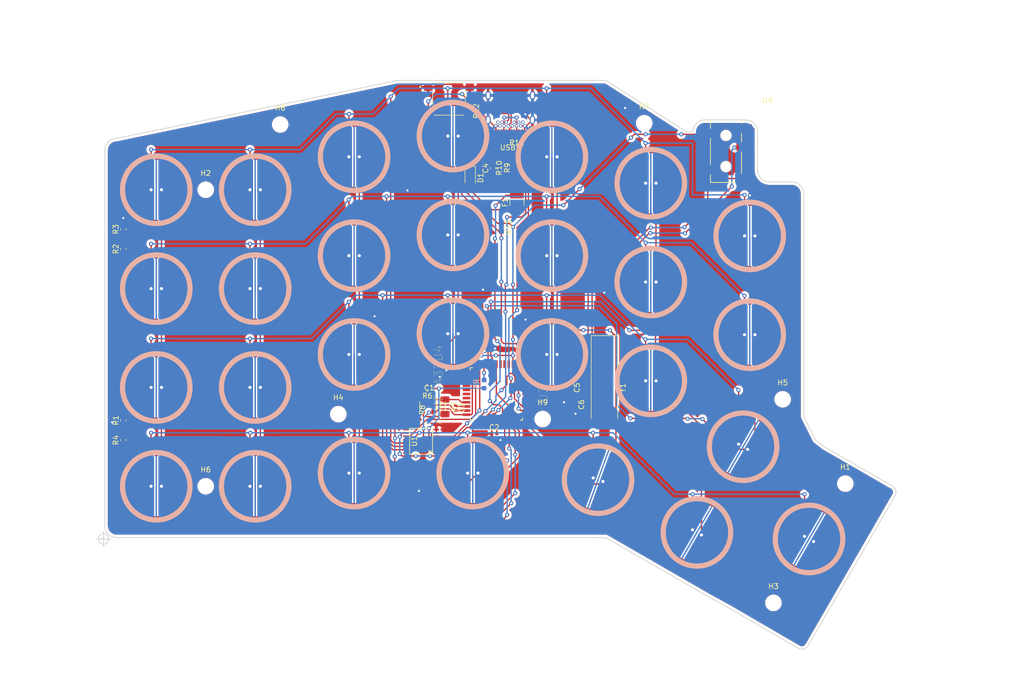
<source format=kicad_pcb>
(kicad_pcb (version 20171130) (host pcbnew 5.1.5)
  (layers (0 F.Cu signal) (31 B.Cu signal) (34 B.Paste user hide) (35 F.Paste user hide) (36 B.SilkS user hide) (37 F.SilkS user hide) (38 B.Mask user hide) (39 F.Mask user hide) (44 Edge.Cuts user))
  (net 0 "")
  (net 1 GND)
  (net 2 row)
  (net 3 col6)
  (net 4 col5)
  (net 5 col4)
  (net 6 col3)
  (net 7 col2)
  (net 8 col1)
  (net 9 col0)
  (net 10 read)
  (net 11 drain)
  (net 12 selb)
  (net 13 sela)
  (net 14 inh)
  (net 15 row2)
  (net 16 row1)
  (net 17 row0)
  (net 18 row3)
  (net 19 "Net-(R6-Pad2)")
  (net 20 "Net-(R7-Pad2)")
  (net 21 "Net-(C2-Pad2)")
  (net 22 "Net-(C3-Pad1)")
  (net 23 VCC)
  (net 24 "Net-(C5-Pad1)")
  (net 25 "Net-(C6-Pad1)")
  (net 26 "Net-(D1-Pad2)")
  (net 27 VBUS)
  (net 28 "Net-(R9-Pad2)")
  (net 29 D+)
  (net 30 "Net-(R10-Pad2)")
  (net 31 D-)
  (net 32 "Net-(R11-Pad1)")
  (net 33 "Net-(R12-Pad2)")
  (net 34 "Net-(R13-Pad2)")
  (net 35 "Net-(U3-Pad12)")
  (net 36 "Net-(U3-Pad20)")
  (net 37 "Net-(U3-Pad21)")
  (net 38 "Net-(U3-Pad22)")
  (net 39 "Net-(U3-Pad25)")
  (net 40 "Net-(U3-Pad26)")
  (net 41 "Net-(U3-Pad27)")
  (net 42 "Net-(U3-Pad36)")
  (net 43 "Net-(U3-Pad37)")
  (net 44 "Net-(U3-Pad38)")
  (net 45 "Net-(U3-Pad39)")
  (net 46 "Net-(U3-Pad40)")
  (net 47 "Net-(USB1-Pad23)")
  (net 48 "Net-(USB1-Pad22)")
  (net 49 "Net-(USB1-Pad20)")
  (net 50 "Net-(USB1-Pad15)")
  (net 51 "Net-(USB1-Pad14)")
  (net 52 "Net-(USB1-Pad11)")
  (net 53 "Net-(USB1-Pad10)")
  (net 54 "Net-(USB1-Pad3)")
  (net 55 "Net-(USB1-Pad2)")
  (net 56 "Net-(USB1-Pad8)")
  (net 57 scl)
  (net 58 sda)
  (module MountingHole:MountingHole_2.2mm_M2 (layer F.Cu) (at 162.56 120.142)
    (fp_text reference H9 (at 0 -3.2) (layer F.SilkS))
    (fp_text value MountingHole)
    (pad 1 np_thru_hole circle (at 0 0) (size 2.2 2.2) (drill 2.2) (layers *.Cu *.Mask))
  )
  (module MountingHole:MountingHole_2.2mm_M2 (layer F.Cu) (at 112.014 63.373)
    (fp_text reference H8 (at 0 -3.2) (layer F.SilkS))
    (fp_text value MountingHole)
    (pad 1 np_thru_hole circle (at 0 0) (size 2.2 2.2) (drill 2.2) (layers *.Cu *.Mask))
  )
  (module MountingHole:MountingHole_2.2mm_M2 (layer F.Cu) (at 182.118 63.119)
    (fp_text reference H7 (at 0 -3.2) (layer F.SilkS))
    (fp_text value MountingHole)
    (pad 1 np_thru_hole circle (at 0 0) (size 2.2 2.2) (drill 2.2) (layers *.Cu *.Mask))
  )
  (module MountingHole:MountingHole_2.2mm_M2 (layer F.Cu) (at 97.663 133.096)
    (fp_text reference H6 (at 0 -3.2) (layer F.SilkS))
    (fp_text value MountingHole)
    (pad 1 np_thru_hole circle (at 0 0) (size 2.2 2.2) (drill 2.2) (layers *.Cu *.Mask))
  )
  (module MountingHole:MountingHole_2.2mm_M2 (layer F.Cu) (at 208.788 116.332)
    (fp_text reference H5 (at 0 -3.2) (layer F.SilkS))
    (fp_text value MountingHole)
    (pad 1 np_thru_hole circle (at 0 0) (size 2.2 2.2) (drill 2.2) (layers *.Cu *.Mask))
  )
  (module MountingHole:MountingHole_2.2mm_M2 (layer F.Cu) (at 123.2 119.2)
    (fp_text reference H4 (at 0 -3.2) (layer F.SilkS))
    (fp_text value MountingHole)
    (pad 1 np_thru_hole circle (at 0 0) (size 2.2 2.2) (drill 2.2) (layers *.Cu *.Mask))
  )
  (module MountingHole:MountingHole_2.2mm_M2 (layer F.Cu) (at 207.01 155.575)
    (fp_text reference H3 (at 0 -3.2) (layer F.SilkS))
    (fp_text value MountingHole)
    (pad 1 np_thru_hole circle (at 0 0) (size 2.2 2.2) (drill 2.2) (layers *.Cu *.Mask))
  )
  (module MountingHole:MountingHole_2.2mm_M2 (layer F.Cu) (at 97.663 75.946)
    (fp_text reference H2 (at 0 -3.2) (layer F.SilkS))
    (fp_text value MountingHole)
    (pad 1 np_thru_hole circle (at 0 0) (size 2.2 2.2) (drill 2.2) (layers *.Cu *.Mask))
  )
  (module MountingHole:MountingHole_2.2mm_M2 (layer F.Cu) (at 220.853 132.588)
    (fp_text reference H1 (at 0 -3.2) (layer F.SilkS))
    (fp_text value MountingHole)
    (pad 1 np_thru_hole circle (at 0 0) (size 2.2 2.2) (drill 2.2) (layers *.Cu *.Mask))
  )
  (module base:PJ-327A (layer F.Cu) (at 197.866 62.484)
    (fp_text reference U4 (at 8.02 -3.75) (layer F.SilkS))
    (fp_text value PJ-327A)
    (pad 3 smd rect (at -3.5 2.6) (size 3 1.5) (layers F.Cu F.Paste F.Mask) (net 23 VCC))
    (pad 2 smd rect (at -3.5 9.6) (size 3 1.5) (layers F.Cu F.Paste F.Mask) (net 58 sda))
    (pad 6 smd rect (at 3.5 11.3) (size 3 1.5) (layers F.Cu F.Paste F.Mask) (net 58 sda))
    (pad 5 smd rect (at 3.5 5.2) (size 3 1.5) (layers F.Cu F.Paste F.Mask) (net 57 scl))
    (pad 4 smd rect (at 3.5 1.6) (size 3 1.5) (layers F.Cu F.Paste F.Mask) (net 1 GND))
    (pad "" np_thru_hole circle (at 0 9) (size 1.2 1.2) (drill 1.2) (layers *.Cu *.Mask F.SilkS))
    (pad "" np_thru_hole circle (at 0 3) (size 1.2 1.2) (drill 1.2) (layers *.Cu *.Mask F.SilkS))
  )
  (module Resistor_SMD:R_0402_1005Metric (layer F.Cu) (at 140.7 112.94 180)
    (fp_text reference C1 (at 0 -1.17) (layer F.SilkS))
    (fp_text value 1n)
    (pad 2 smd roundrect (at 0.485 0 180) (size 0.59 0.64) (layers F.Cu F.Paste F.Mask) (net 1 GND))
    (pad 1 smd roundrect (at -0.485 0 180) (size 0.59 0.64) (layers F.Cu F.Paste F.Mask) (net 2 row))
  )
  (module base:Crystal_SMD_HC49-SD_HandSoldering (layer F.Cu) (at 174.46 114.1375 270)
    (fp_text reference Y1 (at 0 -3.55 90) (layer F.SilkS))
    (fp_text value Crystal)
    (pad 2 smd rect (at 5.9375 0 270) (size 7.875 2) (layers F.Cu F.Paste F.Mask) (net 25 "Net-(C6-Pad1)"))
    (pad 1 smd rect (at -5.9375 0 270) (size 7.875 2) (layers F.Cu F.Paste F.Mask) (net 24 "Net-(C5-Pad1)"))
  )
  (module base:Wurth-632723300011-HandSoldering (layer F.Cu) (at 156.325 54.3 180)
    (fp_text reference USB1 (at 0 -13.5) (layer F.SilkS))
    (fp_text value Wurth-632723300011)
    (pad 1 smd rect (at -2.75 -11.33 180) (size 0.3 2.7) (layers F.Cu F.Paste F.Mask) (net 1 GND))
    (pad 2 smd rect (at -2.25 -11.33 180) (size 0.3 2.7) (layers F.Cu F.Paste F.Mask) (net 55 "Net-(USB1-Pad2)"))
    (pad 3 smd rect (at -1.75 -11.33 180) (size 0.3 2.7) (layers F.Cu F.Paste F.Mask) (net 54 "Net-(USB1-Pad3)"))
    (pad 4 smd rect (at -1.25 -11.33 180) (size 0.3 2.7) (layers F.Cu F.Paste F.Mask) (net 27 VBUS))
    (pad 5 smd rect (at -0.75 -11.33 180) (size 0.3 2.7) (layers F.Cu F.Paste F.Mask) (net 32 "Net-(R11-Pad1)"))
    (pad 6 smd rect (at -0.25 -11.33 180) (size 0.3 2.7) (layers F.Cu F.Paste F.Mask) (net 28 "Net-(R9-Pad2)"))
    (pad 7 smd rect (at 0.25 -11.33 180) (size 0.3 2.7) (layers F.Cu F.Paste F.Mask) (net 30 "Net-(R10-Pad2)"))
    (pad 8 smd rect (at 0.75 -11.33 180) (size 0.3 2.7) (layers F.Cu F.Paste F.Mask) (net 56 "Net-(USB1-Pad8)"))
    (pad 9 smd rect (at 1.25 -11.33 180) (size 0.3 2.7) (layers F.Cu F.Paste F.Mask) (net 27 VBUS))
    (pad 10 smd rect (at 1.75 -11.33 180) (size 0.3 2.7) (layers F.Cu F.Paste F.Mask) (net 53 "Net-(USB1-Pad10)"))
    (pad 11 smd rect (at 2.25 -11.33 180) (size 0.3 2.7) (layers F.Cu F.Paste F.Mask) (net 52 "Net-(USB1-Pad11)"))
    (pad 12 smd rect (at 2.75 -11.33 180) (size 0.3 2.7) (layers F.Cu F.Paste F.Mask) (net 1 GND))
    (pad 13 thru_hole circle (at 2.8 -9.33 180) (size 0.65 0.65) (drill 0.4) (layers *.Cu B.Mask) (net 1 GND))
    (pad 14 thru_hole circle (at 2.4 -8.63 180) (size 0.65 0.65) (drill 0.4) (layers *.Cu B.Mask) (net 51 "Net-(USB1-Pad14)"))
    (pad 25 thru_hole circle (at 2 -9.33 180) (size 0.65 0.65) (drill 0.4) (layers *.Cu B.Mask) (net 1 GND))
    (pad 15 thru_hole circle (at 1.6 -8.63 180) (size 0.65 0.65) (drill 0.4) (layers *.Cu B.Mask) (net 50 "Net-(USB1-Pad15)"))
    (pad 16 thru_hole circle (at 1.2 -9.33 180) (size 0.65 0.65) (drill 0.4) (layers *.Cu B.Mask) (net 27 VBUS))
    (pad 17 thru_hole circle (at 0.8 -8.63 180) (size 0.65 0.65) (drill 0.4) (layers *.Cu B.Mask) (net 33 "Net-(R12-Pad2)"))
    (pad 18 thru_hole circle (at 0.4 -9.33 180) (size 0.65 0.65) (drill 0.4) (layers *.Cu B.Mask) (net 28 "Net-(R9-Pad2)"))
    (pad 19 thru_hole circle (at -0.4 -9.33 180) (size 0.65 0.65) (drill 0.4) (layers *.Cu B.Mask) (net 30 "Net-(R10-Pad2)"))
    (pad 20 thru_hole circle (at -0.8 -8.62 180) (size 0.65 0.65) (drill 0.4) (layers *.Cu B.Mask) (net 49 "Net-(USB1-Pad20)"))
    (pad 21 thru_hole circle (at -1.2 -9.33 180) (size 0.65 0.65) (drill 0.4) (layers *.Cu B.Mask) (net 27 VBUS))
    (pad 22 thru_hole circle (at -1.6 -8.63 180) (size 0.65 0.65) (drill 0.4) (layers *.Cu B.Mask) (net 48 "Net-(USB1-Pad22)"))
    (pad 23 thru_hole circle (at -2.4 -8.63 180) (size 0.65 0.65) (drill 0.4) (layers *.Cu B.Mask) (net 47 "Net-(USB1-Pad23)"))
    (pad 24 thru_hole circle (at -2.8 -9.33 180) (size 0.65 0.65) (drill 0.4) (layers *.Cu B.Mask) (net 1 GND))
    (pad 25 thru_hole circle (at -2 -9.33 180) (size 0.65 0.65) (drill 0.4) (layers *.Cu B.Mask) (net 1 GND))
    (pad 26 thru_hole oval (at 4.27 -8.18 180) (size 1 1.6) (drill oval 0.6 1.2) (layers *.Cu B.Mask) (net 1 GND))
    (pad 26 thru_hole oval (at 4.27 -3.45 180) (size 1 1.6) (drill oval 0.6 1.2) (layers *.Cu B.Mask) (net 1 GND))
    (pad 26 thru_hole oval (at -4.27 -8.18 180) (size 1 1.6) (drill oval 0.6 1.2) (layers *.Cu B.Mask) (net 1 GND))
    (pad 26 thru_hole oval (at -4.27 -3.45 180) (size 1 1.6) (drill oval 0.6 1.2) (layers *.Cu B.Mask) (net 1 GND))
  )
  (module base:ATmega32U4 (layer F.Cu) (at 153.64 115.31 90)
    (fp_text reference U3 (at 0 9.04357 90) (layer F.SilkS) (effects (font (size 1.6402 1.6402) (thickness 0.05))))
    (fp_text value ATMEGA32U4 (at 1.75507 -11.1409 90) (layer F.SilkS) (effects (font (size 1.64231 1.64231) (thickness 0.05))))
    (pad 1 smd rect (at -5.7404 -3.9878) (size 0.508 1.4732) (layers F.Cu F.Paste F.Mask) (net 12 selb))
    (pad 2 smd rect (at -5.7404 -3.2004) (size 0.508 1.4732) (layers F.Cu F.Paste F.Mask) (net 23 VCC))
    (pad 3 smd rect (at -5.7404 -2.3876) (size 0.508 1.4732) (layers F.Cu F.Paste F.Mask) (net 31 D-))
    (pad 4 smd rect (at -5.7404 -1.6002) (size 0.508 1.4732) (layers F.Cu F.Paste F.Mask) (net 29 D+))
    (pad 5 smd rect (at -5.7404 -0.7874) (size 0.508 1.4732) (layers F.Cu F.Paste F.Mask) (net 1 GND))
    (pad 6 smd rect (at -5.7404 0) (size 0.508 1.4732) (layers F.Cu F.Paste F.Mask) (net 21 "Net-(C2-Pad2)"))
    (pad 7 smd rect (at -5.7404 0.7874) (size 0.508 1.4732) (layers F.Cu F.Paste F.Mask) (net 27 VBUS))
    (pad 8 smd rect (at -5.7404 1.6002) (size 0.508 1.4732) (layers F.Cu F.Paste F.Mask) (net 9 col0))
    (pad 9 smd rect (at -5.7404 2.3876) (size 0.508 1.4732) (layers F.Cu F.Paste F.Mask) (net 8 col1))
    (pad 10 smd rect (at -5.7404 3.2004) (size 0.508 1.4732) (layers F.Cu F.Paste F.Mask) (net 7 col2))
    (pad 11 smd rect (at -5.7404 3.9878) (size 0.508 1.4732) (layers F.Cu F.Paste F.Mask) (net 6 col3))
    (pad 12 smd rect (at -3.9878 5.7404 270) (size 0.508 1.4732) (layers F.Cu F.Paste F.Mask) (net 35 "Net-(U3-Pad12)"))
    (pad 13 smd rect (at -3.2004 5.7404 270) (size 0.508 1.4732) (layers F.Cu F.Paste F.Mask) (net 34 "Net-(R13-Pad2)"))
    (pad 14 smd rect (at -2.3876 5.7404 270) (size 0.508 1.4732) (layers F.Cu F.Paste F.Mask) (net 23 VCC))
    (pad 15 smd rect (at -1.6002 5.7404 270) (size 0.508 1.4732) (layers F.Cu F.Paste F.Mask) (net 1 GND))
    (pad 16 smd rect (at -0.7874 5.7404 270) (size 0.508 1.4732) (layers F.Cu F.Paste F.Mask) (net 25 "Net-(C6-Pad1)"))
    (pad 17 smd rect (at 0 5.7404 270) (size 0.508 1.4732) (layers F.Cu F.Paste F.Mask) (net 24 "Net-(C5-Pad1)"))
    (pad 18 smd rect (at 0.7874 5.7404 270) (size 0.508 1.4732) (layers F.Cu F.Paste F.Mask) (net 57 scl))
    (pad 19 smd rect (at 1.6002 5.7404 270) (size 0.508 1.4732) (layers F.Cu F.Paste F.Mask) (net 58 sda))
    (pad 20 smd rect (at 2.3876 5.7404 270) (size 0.508 1.4732) (layers F.Cu F.Paste F.Mask) (net 36 "Net-(U3-Pad20)"))
    (pad 21 smd rect (at 3.2004 5.7404 270) (size 0.508 1.4732) (layers F.Cu F.Paste F.Mask) (net 37 "Net-(U3-Pad21)"))
    (pad 22 smd rect (at 3.9878 5.7404 270) (size 0.508 1.4732) (layers F.Cu F.Paste F.Mask) (net 38 "Net-(U3-Pad22)"))
    (pad 23 smd rect (at 5.7404 3.9878) (size 0.508 1.4732) (layers F.Cu F.Paste F.Mask) (net 1 GND))
    (pad 24 smd rect (at 5.7404 3.2004) (size 0.508 1.4732) (layers F.Cu F.Paste F.Mask) (net 23 VCC))
    (pad 25 smd rect (at 5.7404 2.3876) (size 0.508 1.4732) (layers F.Cu F.Paste F.Mask) (net 39 "Net-(U3-Pad25)"))
    (pad 26 smd rect (at 5.7404 1.6002) (size 0.508 1.4732) (layers F.Cu F.Paste F.Mask) (net 40 "Net-(U3-Pad26)"))
    (pad 27 smd rect (at 5.7404 0.7874) (size 0.508 1.4732) (layers F.Cu F.Paste F.Mask) (net 41 "Net-(U3-Pad27)"))
    (pad 28 smd rect (at 5.7404 0) (size 0.508 1.4732) (layers F.Cu F.Paste F.Mask) (net 5 col4))
    (pad 29 smd rect (at 5.7404 -0.7874) (size 0.508 1.4732) (layers F.Cu F.Paste F.Mask) (net 4 col5))
    (pad 30 smd rect (at 5.7404 -1.6002) (size 0.508 1.4732) (layers F.Cu F.Paste F.Mask) (net 3 col6))
    (pad 31 smd rect (at 5.7404 -2.3876) (size 0.508 1.4732) (layers F.Cu F.Paste F.Mask) (net 11 drain))
    (pad 32 smd rect (at 5.7404 -3.2004) (size 0.508 1.4732) (layers F.Cu F.Paste F.Mask) (net 14 inh))
    (pad 33 smd rect (at 5.7404 -3.9878) (size 0.508 1.4732) (layers F.Cu F.Paste F.Mask) (net 13 sela))
    (pad 34 smd rect (at 3.9878 -5.7404 270) (size 0.508 1.4732) (layers F.Cu F.Paste F.Mask) (net 23 VCC))
    (pad 35 smd rect (at 3.2004 -5.7404 270) (size 0.508 1.4732) (layers F.Cu F.Paste F.Mask) (net 1 GND))
    (pad 36 smd rect (at 2.3876 -5.7404 270) (size 0.508 1.4732) (layers F.Cu F.Paste F.Mask) (net 42 "Net-(U3-Pad36)"))
    (pad 37 smd rect (at 1.6002 -5.7404 270) (size 0.508 1.4732) (layers F.Cu F.Paste F.Mask) (net 43 "Net-(U3-Pad37)"))
    (pad 38 smd rect (at 0.7874 -5.7404 270) (size 0.508 1.4732) (layers F.Cu F.Paste F.Mask) (net 44 "Net-(U3-Pad38)"))
    (pad 39 smd rect (at 0 -5.7404 270) (size 0.508 1.4732) (layers F.Cu F.Paste F.Mask) (net 45 "Net-(U3-Pad39)"))
    (pad 40 smd rect (at -0.7874 -5.7404 270) (size 0.508 1.4732) (layers F.Cu F.Paste F.Mask) (net 46 "Net-(U3-Pad40)"))
    (pad 41 smd rect (at -1.6002 -5.7404 270) (size 0.508 1.4732) (layers F.Cu F.Paste F.Mask) (net 10 read))
    (pad 42 smd rect (at -2.3876 -5.7404 270) (size 0.508 1.4732) (layers F.Cu F.Paste F.Mask) (net 22 "Net-(C3-Pad1)"))
    (pad 43 smd rect (at -3.2004 -5.7404 270) (size 0.508 1.4732) (layers F.Cu F.Paste F.Mask) (net 1 GND))
    (pad 44 smd rect (at -3.9878 -5.7404 270) (size 0.508 1.4732) (layers F.Cu F.Paste F.Mask) (net 23 VCC))
  )
  (module base:SW_B3FS-1010P (layer F.Cu) (at 144.526 58.42)
    (fp_text reference S1 (at -1.905 -4.445) (layer F.SilkS) (effects (font (thickness 0.015))))
    (fp_text value B3FS-1010P)
    (pad 4 smd rect (at 4 2.25) (size 1.6 1.4) (layers F.Cu F.Paste F.Mask) (net 34 "Net-(R13-Pad2)"))
    (pad 3 smd rect (at -4 2.25) (size 1.6 1.4) (layers F.Cu F.Paste F.Mask) (net 34 "Net-(R13-Pad2)"))
    (pad 2 smd rect (at 4 -2.25) (size 1.6 1.4) (layers F.Cu F.Paste F.Mask) (net 1 GND))
    (pad 1 smd rect (at -4 -2.25) (size 1.6 1.4) (layers F.Cu F.Paste F.Mask) (net 1 GND))
  )
  (module Resistor_SMD:R_0603_1608Metric (layer F.Cu) (at 154.6 83.2 270)
    (fp_text reference R13 (at 0 -1.43 90) (layer F.SilkS))
    (fp_text value 10k)
    (pad 2 smd roundrect (at 0.7875 0 270) (size 0.875 0.95) (layers F.Cu F.Paste F.Mask) (net 34 "Net-(R13-Pad2)"))
    (pad 1 smd roundrect (at -0.7875 0 270) (size 0.875 0.95) (layers F.Cu F.Paste F.Mask) (net 23 VCC))
  )
  (module Resistor_SMD:R_0402_1005Metric (layer F.Cu) (at 150.95 60.775 90)
    (fp_text reference R12 (at 0 -1.17 90) (layer F.SilkS))
    (fp_text value 5.1k)
    (pad 2 smd roundrect (at 0.485 0 90) (size 0.59 0.64) (layers F.Cu F.Paste F.Mask) (net 33 "Net-(R12-Pad2)"))
    (pad 1 smd roundrect (at -0.485 0 90) (size 0.59 0.64) (layers F.Cu F.Paste F.Mask) (net 1 GND))
  )
  (module Resistor_SMD:R_0402_1005Metric (layer F.Cu) (at 157.6 68.05)
    (fp_text reference R11 (at 0 -1.17) (layer F.SilkS))
    (fp_text value 5.1k)
    (pad 2 smd roundrect (at 0.485 0) (size 0.59 0.64) (layers F.Cu F.Paste F.Mask) (net 1 GND))
    (pad 1 smd roundrect (at -0.485 0) (size 0.59 0.64) (layers F.Cu F.Paste F.Mask) (net 32 "Net-(R11-Pad1)"))
  )
  (module Resistor_SMD:R_0402_1005Metric (layer F.Cu) (at 155.35 71.735 90)
    (fp_text reference R10 (at 0 -1.17 90) (layer F.SilkS))
    (fp_text value 22)
    (pad 2 smd roundrect (at 0.485 0 90) (size 0.59 0.64) (layers F.Cu F.Paste F.Mask) (net 30 "Net-(R10-Pad2)"))
    (pad 1 smd roundrect (at -0.485 0 90) (size 0.59 0.64) (layers F.Cu F.Paste F.Mask) (net 31 D-))
  )
  (module Resistor_SMD:R_0402_1005Metric (layer F.Cu) (at 156.9 71.725 90)
    (fp_text reference R9 (at 0 -1.17 90) (layer F.SilkS))
    (fp_text value 22)
    (pad 2 smd roundrect (at 0.485 0 90) (size 0.59 0.64) (layers F.Cu F.Paste F.Mask) (net 28 "Net-(R9-Pad2)"))
    (pad 1 smd roundrect (at -0.485 0 90) (size 0.59 0.64) (layers F.Cu F.Paste F.Mask) (net 29 D+))
  )
  (module Fuse:Fuse_1210_3225Metric (layer F.Cu) (at 157.6 78.4 90)
    (fp_text reference F1 (at 0 -2.28 90) (layer F.SilkS))
    (fp_text value 500m)
    (pad 2 smd roundrect (at 1.4 0 90) (size 1.25 2.65) (layers F.Cu F.Paste F.Mask) (roundrect_rratio 0.2) (net 27 VBUS))
    (pad 1 smd roundrect (at -1.4 0 90) (size 1.25 2.65) (layers F.Cu F.Paste F.Mask) (roundrect_rratio 0.2) (net 26 "Net-(D1-Pad2)"))
  )
  (module Diode_SMD:D_PowerDI-123 (layer F.Cu) (at 148.6 73.65 270)
    (fp_text reference D1 (at 0 -2 90) (layer F.SilkS))
    (fp_text value 1A)
    (pad 2 smd rect (at 1.525 0 90) (size 1.05 1.5) (layers F.Cu F.Paste F.Mask) (net 26 "Net-(D1-Pad2)"))
    (pad 1 smd rect (at -0.85 0 90) (size 2.4 1.5) (layers F.Cu F.Paste F.Mask) (net 23 VCC))
  )
  (module Capacitor_SMD:C_0402_1005Metric (layer F.Cu) (at 168.86 117.35 270)
    (fp_text reference C6 (at 0 -1.17 90) (layer F.SilkS))
    (fp_text value 22p)
    (pad 2 smd roundrect (at 0.485 0 270) (size 0.59 0.64) (layers F.Cu F.Paste F.Mask) (net 1 GND))
    (pad 1 smd roundrect (at -0.485 0 270) (size 0.59 0.64) (layers F.Cu F.Paste F.Mask) (net 25 "Net-(C6-Pad1)"))
  )
  (module Capacitor_SMD:C_0402_1005Metric (layer F.Cu) (at 170.34 114.1 90)
    (fp_text reference C5 (at 0 -1.17 90) (layer F.SilkS))
    (fp_text value 22p)
    (pad 2 smd roundrect (at 0.485 0 90) (size 0.59 0.64) (layers F.Cu F.Paste F.Mask) (net 1 GND))
    (pad 1 smd roundrect (at -0.485 0 90) (size 0.59 0.64) (layers F.Cu F.Paste F.Mask) (net 24 "Net-(C5-Pad1)"))
  )
  (module Capacitor_SMD:C_0603_1608Metric (layer F.Cu) (at 153 71.8 90)
    (fp_text reference C4 (at 0 -1.43 90) (layer F.SilkS))
    (fp_text value 10u)
    (pad 2 smd roundrect (at 0.7875 0 90) (size 0.875 0.95) (layers F.Cu F.Paste F.Mask) (net 1 GND))
    (pad 1 smd roundrect (at -0.7875 0 90) (size 0.875 0.95) (layers F.Cu F.Paste F.Mask) (net 23 VCC))
  )
  (module Capacitor_SMD:C_0402_1005Metric (layer F.Cu) (at 145.79 117.98 270)
    (fp_text reference C3 (at 0 -1.17 90) (layer F.SilkS))
    (fp_text value 0.1u)
    (pad 2 smd roundrect (at 0.485 0 270) (size 0.59 0.64) (layers F.Cu F.Paste F.Mask) (net 1 GND))
    (pad 1 smd roundrect (at -0.485 0 270) (size 0.59 0.64) (layers F.Cu F.Paste F.Mask) (net 22 "Net-(C3-Pad1)"))
  )
  (module Capacitor_SMD:C_0402_1005Metric (layer F.Cu) (at 153.24 122.94)
    (fp_text reference C2 (at 0 -1.17) (layer F.SilkS))
    (fp_text value 1u)
    (pad 2 smd roundrect (at 0.485 0) (size 0.59 0.64) (layers F.Cu F.Paste F.Mask) (net 21 "Net-(C2-Pad2)"))
    (pad 1 smd roundrect (at -0.485 0) (size 0.59 0.64) (layers F.Cu F.Paste F.Mask) (net 1 GND))
  )
  (module lib:SOT-23-5 (layer F.Cu) (at 140.51 117.64 270)
    (fp_text reference U2 (at 0 -2.9 90) (layer F.SilkS))
    (fp_text value GS8051-TR)
    (pad 1 smd rect (at -1.1 -0.95 270) (size 1.06 0.65) (layers F.Cu F.Paste F.Mask) (net 10 read))
    (pad 2 smd rect (at -1.1 0 270) (size 1.06 0.65) (layers F.Cu F.Paste F.Mask) (net 1 GND))
    (pad 3 smd rect (at -1.1 0.95 270) (size 1.06 0.65) (layers F.Cu F.Paste F.Mask) (net 19 "Net-(R6-Pad2)"))
    (pad 4 smd rect (at 1.1 0.95 270) (size 1.06 0.65) (layers F.Cu F.Paste F.Mask) (net 20 "Net-(R7-Pad2)"))
    (pad 5 smd rect (at 1.1 -0.95 270) (size 1.06 0.65) (layers F.Cu F.Paste F.Mask) (net 23 VCC))
  )
  (module base:TSSOP16 (layer F.Cu) (at 139.14 124.44 180)
    (fp_text reference U1 (at 1.3 0 90) (layer F.SilkS))
    (fp_text value 74VHC4051AFT hide)
    (pad 16 smd rect (at 2.925 -2.275 180) (size 1.05 0.32) (layers F.Cu F.Paste F.Mask) (net 23 VCC))
    (pad 15 smd rect (at 2.925 -1.625 180) (size 1.05 0.32) (layers F.Cu F.Paste F.Mask) (net 15 row2))
    (pad 14 smd rect (at 2.925 -0.975 180) (size 1.05 0.32) (layers F.Cu F.Paste F.Mask) (net 16 row1))
    (pad 13 smd rect (at 2.925 -0.325 180) (size 1.05 0.32) (layers F.Cu F.Paste F.Mask) (net 17 row0))
    (pad 12 smd rect (at 2.925 0.325 180) (size 1.05 0.32) (layers F.Cu F.Paste F.Mask) (net 18 row3))
    (pad 11 smd rect (at 2.925 0.975 180) (size 1.05 0.32) (layers F.Cu F.Paste F.Mask) (net 13 sela))
    (pad 10 smd rect (at 2.925 1.625 180) (size 1.05 0.32) (layers F.Cu F.Paste F.Mask) (net 12 selb))
    (pad 9 smd rect (at 2.925 2.275 180) (size 1.05 0.32) (layers F.Cu F.Paste F.Mask) (net 1 GND))
    (pad 8 smd rect (at -2.925 2.275 180) (size 1.05 0.32) (layers F.Cu F.Paste F.Mask) (net 1 GND))
    (pad 7 smd rect (at -2.925 1.625 180) (size 1.05 0.32) (layers F.Cu F.Paste F.Mask) (net 1 GND))
    (pad 6 smd rect (at -2.925 0.975 180) (size 1.05 0.32) (layers F.Cu F.Paste F.Mask) (net 14 inh))
    (pad 5 smd rect (at -2.925 0.325 180) (size 1.05 0.32) (layers F.Cu F.Paste F.Mask) (net 1 GND))
    (pad 4 smd rect (at -2.925 -0.325 180) (size 1.05 0.32) (layers F.Cu F.Paste F.Mask) (net 1 GND))
    (pad 3 smd rect (at -2.925 -0.975 180) (size 1.05 0.32) (layers F.Cu F.Paste F.Mask) (net 2 row))
    (pad 2 smd rect (at -2.925 -1.625 180) (size 1.05 0.32) (layers F.Cu F.Paste F.Mask) (net 1 GND))
    (pad 1 smd rect (at -2.925 -2.275 180) (size 1.05 0.32) (layers F.Cu F.Paste F.Mask) (net 1 GND))
  )
  (module base:ToprePad (layer F.Cu) (at 213.868 143.256 330)
    (fp_text reference TP28 hide)
    (fp_text value ToprePad hide)
    (fp_line (start -1 -5.5) (end -1 5.5) (layer B.Cu) (width 1.2))
    (fp_line (start -2 -4.5) (end -2 4.5) (layer B.Cu) (width 1.1))
    (fp_line (start -3 -4) (end -3 4.5) (layer B.Cu) (width 1.1))
    (fp_line (start -4 -3.5) (end -4 3.5) (layer B.Cu) (width 1.1))
    (fp_line (start -5 -2) (end -4.5 2.5) (layer B.Cu) (width 1.1))
    (fp_arc (start 0 0) (end -1 5.5) (angle 158.5) (layer B.Cu) (width 1.2))
    (fp_line (start 1 -5.5) (end 1 5.5) (layer B.Cu) (width 1.2))
    (fp_line (start 2 -4.5) (end 2 4.5) (layer B.Cu) (width 1.1))
    (fp_line (start 3 -4) (end 3 4.5) (layer B.Cu) (width 1.1))
    (fp_line (start 4 -3.5) (end 4 3.5) (layer B.Cu) (width 1.1))
    (fp_line (start 5 -2) (end 4.5 2.5) (layer B.Cu) (width 1.1))
    (fp_arc (start 0 0) (end 1 -5.5) (angle 158.5) (layer B.Cu) (width 1.2))
    (pad 2 thru_hole circle (at -1 0 330) (size 1 1) (drill 0.6) (layers *.Cu *.Mask) (net 18 row3))
    (pad 1 thru_hole circle (at 1 0 330) (size 1 1) (drill 0.6) (layers *.Cu *.Mask) (net 3 col6))
    (pad 3 smd rect (at 0 0 330) (size 0.25 14) (layers B.Cu) (net 1 GND))
  )
  (module base:ToprePad (layer F.Cu) (at 201.168 125.476 330)
    (fp_text reference TP27 hide)
    (fp_text value ToprePad hide)
    (fp_line (start -1 -5.5) (end -1 5.5) (layer B.Cu) (width 1.2))
    (fp_line (start -2 -4.5) (end -2 4.5) (layer B.Cu) (width 1.1))
    (fp_line (start -3 -4) (end -3 4.5) (layer B.Cu) (width 1.1))
    (fp_line (start -4 -3.5) (end -4 3.5) (layer B.Cu) (width 1.1))
    (fp_line (start -5 -2) (end -4.5 2.5) (layer B.Cu) (width 1.1))
    (fp_arc (start 0 0) (end -1 5.5) (angle 158.5) (layer B.Cu) (width 1.2))
    (fp_line (start 1 -5.5) (end 1 5.5) (layer B.Cu) (width 1.2))
    (fp_line (start 2 -4.5) (end 2 4.5) (layer B.Cu) (width 1.1))
    (fp_line (start 3 -4) (end 3 4.5) (layer B.Cu) (width 1.1))
    (fp_line (start 4 -3.5) (end 4 3.5) (layer B.Cu) (width 1.1))
    (fp_line (start 5 -2) (end 4.5 2.5) (layer B.Cu) (width 1.1))
    (fp_arc (start 0 0) (end 1 -5.5) (angle 158.5) (layer B.Cu) (width 1.2))
    (pad 2 thru_hole circle (at -1 0 330) (size 1 1) (drill 0.6) (layers *.Cu *.Mask) (net 15 row2))
    (pad 1 thru_hole circle (at 1 0 330) (size 1 1) (drill 0.6) (layers *.Cu *.Mask) (net 3 col6))
    (pad 3 smd rect (at 0 0 330) (size 0.25 14) (layers B.Cu) (net 1 GND))
  )
  (module base:ToprePad (layer F.Cu) (at 202.438 103.886)
    (fp_text reference TP26 hide)
    (fp_text value ToprePad hide)
    (fp_line (start -1 -5.5) (end -1 5.5) (layer B.Cu) (width 1.2))
    (fp_line (start -2 -4.5) (end -2 4.5) (layer B.Cu) (width 1.1))
    (fp_line (start -3 -4) (end -3 4.5) (layer B.Cu) (width 1.1))
    (fp_line (start -4 -3.5) (end -4 3.5) (layer B.Cu) (width 1.1))
    (fp_line (start -5 -2) (end -4.5 2.5) (layer B.Cu) (width 1.1))
    (fp_arc (start 0 0) (end -1 5.5) (angle 158.5) (layer B.Cu) (width 1.2))
    (fp_line (start 1 -5.5) (end 1 5.5) (layer B.Cu) (width 1.2))
    (fp_line (start 2 -4.5) (end 2 4.5) (layer B.Cu) (width 1.1))
    (fp_line (start 3 -4) (end 3 4.5) (layer B.Cu) (width 1.1))
    (fp_line (start 4 -3.5) (end 4 3.5) (layer B.Cu) (width 1.1))
    (fp_line (start 5 -2) (end 4.5 2.5) (layer B.Cu) (width 1.1))
    (fp_arc (start 0 0) (end 1 -5.5) (angle 158.5) (layer B.Cu) (width 1.2))
    (pad 2 thru_hole circle (at -1 0) (size 1 1) (drill 0.6) (layers *.Cu *.Mask) (net 16 row1))
    (pad 1 thru_hole circle (at 1 0) (size 1 1) (drill 0.6) (layers *.Cu *.Mask) (net 3 col6))
    (pad 3 smd rect (at 0 0) (size 0.25 14) (layers B.Cu) (net 1 GND))
  )
  (module base:ToprePad (layer F.Cu) (at 202.438 84.836)
    (fp_text reference TP25 hide)
    (fp_text value ToprePad hide)
    (fp_line (start -1 -5.5) (end -1 5.5) (layer B.Cu) (width 1.2))
    (fp_line (start -2 -4.5) (end -2 4.5) (layer B.Cu) (width 1.1))
    (fp_line (start -3 -4) (end -3 4.5) (layer B.Cu) (width 1.1))
    (fp_line (start -4 -3.5) (end -4 3.5) (layer B.Cu) (width 1.1))
    (fp_line (start -5 -2) (end -4.5 2.5) (layer B.Cu) (width 1.1))
    (fp_arc (start 0 0) (end -1 5.5) (angle 158.5) (layer B.Cu) (width 1.2))
    (fp_line (start 1 -5.5) (end 1 5.5) (layer B.Cu) (width 1.2))
    (fp_line (start 2 -4.5) (end 2 4.5) (layer B.Cu) (width 1.1))
    (fp_line (start 3 -4) (end 3 4.5) (layer B.Cu) (width 1.1))
    (fp_line (start 4 -3.5) (end 4 3.5) (layer B.Cu) (width 1.1))
    (fp_line (start 5 -2) (end 4.5 2.5) (layer B.Cu) (width 1.1))
    (fp_arc (start 0 0) (end 1 -5.5) (angle 158.5) (layer B.Cu) (width 1.2))
    (pad 2 thru_hole circle (at -1 0) (size 1 1) (drill 0.6) (layers *.Cu *.Mask) (net 17 row0))
    (pad 1 thru_hole circle (at 1 0) (size 1 1) (drill 0.6) (layers *.Cu *.Mask) (net 3 col6))
    (pad 3 smd rect (at 0 0) (size 0.25 14) (layers B.Cu) (net 1 GND))
  )
  (module base:ToprePad (layer F.Cu) (at 192.278 141.986 330)
    (fp_text reference TP24 hide)
    (fp_text value ToprePad hide)
    (fp_line (start -1 -5.5) (end -1 5.5) (layer B.Cu) (width 1.2))
    (fp_line (start -2 -4.5) (end -2 4.5) (layer B.Cu) (width 1.1))
    (fp_line (start -3 -4) (end -3 4.5) (layer B.Cu) (width 1.1))
    (fp_line (start -4 -3.5) (end -4 3.5) (layer B.Cu) (width 1.1))
    (fp_line (start -5 -2) (end -4.5 2.5) (layer B.Cu) (width 1.1))
    (fp_arc (start 0 0) (end -1 5.5) (angle 158.5) (layer B.Cu) (width 1.2))
    (fp_line (start 1 -5.5) (end 1 5.5) (layer B.Cu) (width 1.2))
    (fp_line (start 2 -4.5) (end 2 4.5) (layer B.Cu) (width 1.1))
    (fp_line (start 3 -4) (end 3 4.5) (layer B.Cu) (width 1.1))
    (fp_line (start 4 -3.5) (end 4 3.5) (layer B.Cu) (width 1.1))
    (fp_line (start 5 -2) (end 4.5 2.5) (layer B.Cu) (width 1.1))
    (fp_arc (start 0 0) (end 1 -5.5) (angle 158.5) (layer B.Cu) (width 1.2))
    (pad 2 thru_hole circle (at -1 0 330) (size 1 1) (drill 0.6) (layers *.Cu *.Mask) (net 18 row3))
    (pad 1 thru_hole circle (at 1 0 330) (size 1 1) (drill 0.6) (layers *.Cu *.Mask) (net 4 col5))
    (pad 3 smd rect (at 0 0 330) (size 0.25 14) (layers B.Cu) (net 1 GND))
  )
  (module base:ToprePad (layer F.Cu) (at 183.388 112.776)
    (fp_text reference TP23 hide)
    (fp_text value ToprePad hide)
    (fp_line (start -1 -5.5) (end -1 5.5) (layer B.Cu) (width 1.2))
    (fp_line (start -2 -4.5) (end -2 4.5) (layer B.Cu) (width 1.1))
    (fp_line (start -3 -4) (end -3 4.5) (layer B.Cu) (width 1.1))
    (fp_line (start -4 -3.5) (end -4 3.5) (layer B.Cu) (width 1.1))
    (fp_line (start -5 -2) (end -4.5 2.5) (layer B.Cu) (width 1.1))
    (fp_arc (start 0 0) (end -1 5.5) (angle 158.5) (layer B.Cu) (width 1.2))
    (fp_line (start 1 -5.5) (end 1 5.5) (layer B.Cu) (width 1.2))
    (fp_line (start 2 -4.5) (end 2 4.5) (layer B.Cu) (width 1.1))
    (fp_line (start 3 -4) (end 3 4.5) (layer B.Cu) (width 1.1))
    (fp_line (start 4 -3.5) (end 4 3.5) (layer B.Cu) (width 1.1))
    (fp_line (start 5 -2) (end 4.5 2.5) (layer B.Cu) (width 1.1))
    (fp_arc (start 0 0) (end 1 -5.5) (angle 158.5) (layer B.Cu) (width 1.2))
    (pad 2 thru_hole circle (at -1 0) (size 1 1) (drill 0.6) (layers *.Cu *.Mask) (net 15 row2))
    (pad 1 thru_hole circle (at 1 0) (size 1 1) (drill 0.6) (layers *.Cu *.Mask) (net 4 col5))
    (pad 3 smd rect (at 0 0) (size 0.25 14) (layers B.Cu) (net 1 GND))
  )
  (module base:ToprePad (layer F.Cu) (at 183.388 93.726)
    (fp_text reference TP22 hide)
    (fp_text value ToprePad hide)
    (fp_line (start -1 -5.5) (end -1 5.5) (layer B.Cu) (width 1.2))
    (fp_line (start -2 -4.5) (end -2 4.5) (layer B.Cu) (width 1.1))
    (fp_line (start -3 -4) (end -3 4.5) (layer B.Cu) (width 1.1))
    (fp_line (start -4 -3.5) (end -4 3.5) (layer B.Cu) (width 1.1))
    (fp_line (start -5 -2) (end -4.5 2.5) (layer B.Cu) (width 1.1))
    (fp_arc (start 0 0) (end -1 5.5) (angle 158.5) (layer B.Cu) (width 1.2))
    (fp_line (start 1 -5.5) (end 1 5.5) (layer B.Cu) (width 1.2))
    (fp_line (start 2 -4.5) (end 2 4.5) (layer B.Cu) (width 1.1))
    (fp_line (start 3 -4) (end 3 4.5) (layer B.Cu) (width 1.1))
    (fp_line (start 4 -3.5) (end 4 3.5) (layer B.Cu) (width 1.1))
    (fp_line (start 5 -2) (end 4.5 2.5) (layer B.Cu) (width 1.1))
    (fp_arc (start 0 0) (end 1 -5.5) (angle 158.5) (layer B.Cu) (width 1.2))
    (pad 2 thru_hole circle (at -1 0) (size 1 1) (drill 0.6) (layers *.Cu *.Mask) (net 16 row1))
    (pad 1 thru_hole circle (at 1 0) (size 1 1) (drill 0.6) (layers *.Cu *.Mask) (net 4 col5))
    (pad 3 smd rect (at 0 0) (size 0.25 14) (layers B.Cu) (net 1 GND))
  )
  (module base:ToprePad (layer F.Cu) (at 183.388 74.676)
    (fp_text reference TP21 hide)
    (fp_text value ToprePad hide)
    (fp_line (start -1 -5.5) (end -1 5.5) (layer B.Cu) (width 1.2))
    (fp_line (start -2 -4.5) (end -2 4.5) (layer B.Cu) (width 1.1))
    (fp_line (start -3 -4) (end -3 4.5) (layer B.Cu) (width 1.1))
    (fp_line (start -4 -3.5) (end -4 3.5) (layer B.Cu) (width 1.1))
    (fp_line (start -5 -2) (end -4.5 2.5) (layer B.Cu) (width 1.1))
    (fp_arc (start 0 0) (end -1 5.5) (angle 158.5) (layer B.Cu) (width 1.2))
    (fp_line (start 1 -5.5) (end 1 5.5) (layer B.Cu) (width 1.2))
    (fp_line (start 2 -4.5) (end 2 4.5) (layer B.Cu) (width 1.1))
    (fp_line (start 3 -4) (end 3 4.5) (layer B.Cu) (width 1.1))
    (fp_line (start 4 -3.5) (end 4 3.5) (layer B.Cu) (width 1.1))
    (fp_line (start 5 -2) (end 4.5 2.5) (layer B.Cu) (width 1.1))
    (fp_arc (start 0 0) (end 1 -5.5) (angle 158.5) (layer B.Cu) (width 1.2))
    (pad 2 thru_hole circle (at -1 0) (size 1 1) (drill 0.6) (layers *.Cu *.Mask) (net 17 row0))
    (pad 1 thru_hole circle (at 1 0) (size 1 1) (drill 0.6) (layers *.Cu *.Mask) (net 4 col5))
    (pad 3 smd rect (at 0 0) (size 0.25 14) (layers B.Cu) (net 1 GND))
  )
  (module base:ToprePad (layer F.Cu) (at 173.228 131.826 340)
    (fp_text reference TP20 hide)
    (fp_text value ToprePad hide)
    (fp_line (start -1 -5.5) (end -1 5.5) (layer B.Cu) (width 1.2))
    (fp_line (start -2 -4.5) (end -2 4.5) (layer B.Cu) (width 1.1))
    (fp_line (start -3 -4) (end -3 4.5) (layer B.Cu) (width 1.1))
    (fp_line (start -4 -3.5) (end -4 3.5) (layer B.Cu) (width 1.1))
    (fp_line (start -5 -2) (end -4.5 2.5) (layer B.Cu) (width 1.1))
    (fp_arc (start 0 0) (end -1 5.5) (angle 158.5) (layer B.Cu) (width 1.2))
    (fp_line (start 1 -5.5) (end 1 5.5) (layer B.Cu) (width 1.2))
    (fp_line (start 2 -4.5) (end 2 4.5) (layer B.Cu) (width 1.1))
    (fp_line (start 3 -4) (end 3 4.5) (layer B.Cu) (width 1.1))
    (fp_line (start 4 -3.5) (end 4 3.5) (layer B.Cu) (width 1.1))
    (fp_line (start 5 -2) (end 4.5 2.5) (layer B.Cu) (width 1.1))
    (fp_arc (start 0 0) (end 1 -5.5) (angle 158.5) (layer B.Cu) (width 1.2))
    (pad 2 thru_hole circle (at -1 0 340) (size 1 1) (drill 0.6) (layers *.Cu *.Mask) (net 18 row3))
    (pad 1 thru_hole circle (at 1 0 340) (size 1 1) (drill 0.6) (layers *.Cu *.Mask) (net 5 col4))
    (pad 3 smd rect (at 0 0 340) (size 0.25 14) (layers B.Cu) (net 1 GND))
  )
  (module base:ToprePad (layer F.Cu) (at 164.338 107.696)
    (fp_text reference TP19 hide)
    (fp_text value ToprePad hide)
    (fp_line (start -1 -5.5) (end -1 5.5) (layer B.Cu) (width 1.2))
    (fp_line (start -2 -4.5) (end -2 4.5) (layer B.Cu) (width 1.1))
    (fp_line (start -3 -4) (end -3 4.5) (layer B.Cu) (width 1.1))
    (fp_line (start -4 -3.5) (end -4 3.5) (layer B.Cu) (width 1.1))
    (fp_line (start -5 -2) (end -4.5 2.5) (layer B.Cu) (width 1.1))
    (fp_arc (start 0 0) (end -1 5.5) (angle 158.5) (layer B.Cu) (width 1.2))
    (fp_line (start 1 -5.5) (end 1 5.5) (layer B.Cu) (width 1.2))
    (fp_line (start 2 -4.5) (end 2 4.5) (layer B.Cu) (width 1.1))
    (fp_line (start 3 -4) (end 3 4.5) (layer B.Cu) (width 1.1))
    (fp_line (start 4 -3.5) (end 4 3.5) (layer B.Cu) (width 1.1))
    (fp_line (start 5 -2) (end 4.5 2.5) (layer B.Cu) (width 1.1))
    (fp_arc (start 0 0) (end 1 -5.5) (angle 158.5) (layer B.Cu) (width 1.2))
    (pad 2 thru_hole circle (at -1 0) (size 1 1) (drill 0.6) (layers *.Cu *.Mask) (net 15 row2))
    (pad 1 thru_hole circle (at 1 0) (size 1 1) (drill 0.6) (layers *.Cu *.Mask) (net 5 col4))
    (pad 3 smd rect (at 0 0) (size 0.25 14) (layers B.Cu) (net 1 GND))
  )
  (module base:ToprePad (layer F.Cu) (at 164.338 88.646)
    (fp_text reference TP18 hide)
    (fp_text value ToprePad hide)
    (fp_line (start -1 -5.5) (end -1 5.5) (layer B.Cu) (width 1.2))
    (fp_line (start -2 -4.5) (end -2 4.5) (layer B.Cu) (width 1.1))
    (fp_line (start -3 -4) (end -3 4.5) (layer B.Cu) (width 1.1))
    (fp_line (start -4 -3.5) (end -4 3.5) (layer B.Cu) (width 1.1))
    (fp_line (start -5 -2) (end -4.5 2.5) (layer B.Cu) (width 1.1))
    (fp_arc (start 0 0) (end -1 5.5) (angle 158.5) (layer B.Cu) (width 1.2))
    (fp_line (start 1 -5.5) (end 1 5.5) (layer B.Cu) (width 1.2))
    (fp_line (start 2 -4.5) (end 2 4.5) (layer B.Cu) (width 1.1))
    (fp_line (start 3 -4) (end 3 4.5) (layer B.Cu) (width 1.1))
    (fp_line (start 4 -3.5) (end 4 3.5) (layer B.Cu) (width 1.1))
    (fp_line (start 5 -2) (end 4.5 2.5) (layer B.Cu) (width 1.1))
    (fp_arc (start 0 0) (end 1 -5.5) (angle 158.5) (layer B.Cu) (width 1.2))
    (pad 2 thru_hole circle (at -1 0) (size 1 1) (drill 0.6) (layers *.Cu *.Mask) (net 16 row1))
    (pad 1 thru_hole circle (at 1 0) (size 1 1) (drill 0.6) (layers *.Cu *.Mask) (net 5 col4))
    (pad 3 smd rect (at 0 0) (size 0.25 14) (layers B.Cu) (net 1 GND))
  )
  (module base:ToprePad (layer F.Cu) (at 164.338 69.596)
    (fp_text reference TP17 hide)
    (fp_text value ToprePad hide)
    (fp_line (start -1 -5.5) (end -1 5.5) (layer B.Cu) (width 1.2))
    (fp_line (start -2 -4.5) (end -2 4.5) (layer B.Cu) (width 1.1))
    (fp_line (start -3 -4) (end -3 4.5) (layer B.Cu) (width 1.1))
    (fp_line (start -4 -3.5) (end -4 3.5) (layer B.Cu) (width 1.1))
    (fp_line (start -5 -2) (end -4.5 2.5) (layer B.Cu) (width 1.1))
    (fp_arc (start 0 0) (end -1 5.5) (angle 158.5) (layer B.Cu) (width 1.2))
    (fp_line (start 1 -5.5) (end 1 5.5) (layer B.Cu) (width 1.2))
    (fp_line (start 2 -4.5) (end 2 4.5) (layer B.Cu) (width 1.1))
    (fp_line (start 3 -4) (end 3 4.5) (layer B.Cu) (width 1.1))
    (fp_line (start 4 -3.5) (end 4 3.5) (layer B.Cu) (width 1.1))
    (fp_line (start 5 -2) (end 4.5 2.5) (layer B.Cu) (width 1.1))
    (fp_arc (start 0 0) (end 1 -5.5) (angle 158.5) (layer B.Cu) (width 1.2))
    (pad 2 thru_hole circle (at -1 0) (size 1 1) (drill 0.6) (layers *.Cu *.Mask) (net 17 row0))
    (pad 1 thru_hole circle (at 1 0) (size 1 1) (drill 0.6) (layers *.Cu *.Mask) (net 5 col4))
    (pad 3 smd rect (at 0 0) (size 0.25 14) (layers B.Cu) (net 1 GND))
  )
  (module base:ToprePad (layer F.Cu) (at 149.098 130.556)
    (fp_text reference TP16 hide)
    (fp_text value ToprePad hide)
    (fp_line (start -1 -5.5) (end -1 5.5) (layer B.Cu) (width 1.2))
    (fp_line (start -2 -4.5) (end -2 4.5) (layer B.Cu) (width 1.1))
    (fp_line (start -3 -4) (end -3 4.5) (layer B.Cu) (width 1.1))
    (fp_line (start -4 -3.5) (end -4 3.5) (layer B.Cu) (width 1.1))
    (fp_line (start -5 -2) (end -4.5 2.5) (layer B.Cu) (width 1.1))
    (fp_arc (start 0 0) (end -1 5.5) (angle 158.5) (layer B.Cu) (width 1.2))
    (fp_line (start 1 -5.5) (end 1 5.5) (layer B.Cu) (width 1.2))
    (fp_line (start 2 -4.5) (end 2 4.5) (layer B.Cu) (width 1.1))
    (fp_line (start 3 -4) (end 3 4.5) (layer B.Cu) (width 1.1))
    (fp_line (start 4 -3.5) (end 4 3.5) (layer B.Cu) (width 1.1))
    (fp_line (start 5 -2) (end 4.5 2.5) (layer B.Cu) (width 1.1))
    (fp_arc (start 0 0) (end 1 -5.5) (angle 158.5) (layer B.Cu) (width 1.2))
    (pad 2 thru_hole circle (at -1 0) (size 1 1) (drill 0.6) (layers *.Cu *.Mask) (net 18 row3))
    (pad 1 thru_hole circle (at 1 0) (size 1 1) (drill 0.6) (layers *.Cu *.Mask) (net 6 col3))
    (pad 3 smd rect (at 0 0) (size 0.25 14) (layers B.Cu) (net 1 GND))
  )
  (module base:ToprePad (layer F.Cu) (at 145.288 103.696)
    (fp_text reference TP15 hide)
    (fp_text value ToprePad hide)
    (fp_line (start -1 -5.5) (end -1 5.5) (layer B.Cu) (width 1.2))
    (fp_line (start -2 -4.5) (end -2 4.5) (layer B.Cu) (width 1.1))
    (fp_line (start -3 -4) (end -3 4.5) (layer B.Cu) (width 1.1))
    (fp_line (start -4 -3.5) (end -4 3.5) (layer B.Cu) (width 1.1))
    (fp_line (start -5 -2) (end -4.5 2.5) (layer B.Cu) (width 1.1))
    (fp_arc (start 0 0) (end -1 5.5) (angle 158.5) (layer B.Cu) (width 1.2))
    (fp_line (start 1 -5.5) (end 1 5.5) (layer B.Cu) (width 1.2))
    (fp_line (start 2 -4.5) (end 2 4.5) (layer B.Cu) (width 1.1))
    (fp_line (start 3 -4) (end 3 4.5) (layer B.Cu) (width 1.1))
    (fp_line (start 4 -3.5) (end 4 3.5) (layer B.Cu) (width 1.1))
    (fp_line (start 5 -2) (end 4.5 2.5) (layer B.Cu) (width 1.1))
    (fp_arc (start 0 0) (end 1 -5.5) (angle 158.5) (layer B.Cu) (width 1.2))
    (pad 2 thru_hole circle (at -1 0) (size 1 1) (drill 0.6) (layers *.Cu *.Mask) (net 15 row2))
    (pad 1 thru_hole circle (at 1 0) (size 1 1) (drill 0.6) (layers *.Cu *.Mask) (net 6 col3))
    (pad 3 smd rect (at 0 0) (size 0.25 14) (layers B.Cu) (net 1 GND))
  )
  (module base:ToprePad (layer F.Cu) (at 145.288 84.646)
    (fp_text reference TP14 hide)
    (fp_text value ToprePad hide)
    (fp_line (start -1 -5.5) (end -1 5.5) (layer B.Cu) (width 1.2))
    (fp_line (start -2 -4.5) (end -2 4.5) (layer B.Cu) (width 1.1))
    (fp_line (start -3 -4) (end -3 4.5) (layer B.Cu) (width 1.1))
    (fp_line (start -4 -3.5) (end -4 3.5) (layer B.Cu) (width 1.1))
    (fp_line (start -5 -2) (end -4.5 2.5) (layer B.Cu) (width 1.1))
    (fp_arc (start 0 0) (end -1 5.5) (angle 158.5) (layer B.Cu) (width 1.2))
    (fp_line (start 1 -5.5) (end 1 5.5) (layer B.Cu) (width 1.2))
    (fp_line (start 2 -4.5) (end 2 4.5) (layer B.Cu) (width 1.1))
    (fp_line (start 3 -4) (end 3 4.5) (layer B.Cu) (width 1.1))
    (fp_line (start 4 -3.5) (end 4 3.5) (layer B.Cu) (width 1.1))
    (fp_line (start 5 -2) (end 4.5 2.5) (layer B.Cu) (width 1.1))
    (fp_arc (start 0 0) (end 1 -5.5) (angle 158.5) (layer B.Cu) (width 1.2))
    (pad 2 thru_hole circle (at -1 0) (size 1 1) (drill 0.6) (layers *.Cu *.Mask) (net 16 row1))
    (pad 1 thru_hole circle (at 1 0) (size 1 1) (drill 0.6) (layers *.Cu *.Mask) (net 6 col3))
    (pad 3 smd rect (at 0 0) (size 0.25 14) (layers B.Cu) (net 1 GND))
  )
  (module base:ToprePad (layer F.Cu) (at 145.288 65.596)
    (fp_text reference TP13 hide)
    (fp_text value ToprePad hide)
    (fp_line (start -1 -5.5) (end -1 5.5) (layer B.Cu) (width 1.2))
    (fp_line (start -2 -4.5) (end -2 4.5) (layer B.Cu) (width 1.1))
    (fp_line (start -3 -4) (end -3 4.5) (layer B.Cu) (width 1.1))
    (fp_line (start -4 -3.5) (end -4 3.5) (layer B.Cu) (width 1.1))
    (fp_line (start -5 -2) (end -4.5 2.5) (layer B.Cu) (width 1.1))
    (fp_arc (start 0 0) (end -1 5.5) (angle 158.5) (layer B.Cu) (width 1.2))
    (fp_line (start 1 -5.5) (end 1 5.5) (layer B.Cu) (width 1.2))
    (fp_line (start 2 -4.5) (end 2 4.5) (layer B.Cu) (width 1.1))
    (fp_line (start 3 -4) (end 3 4.5) (layer B.Cu) (width 1.1))
    (fp_line (start 4 -3.5) (end 4 3.5) (layer B.Cu) (width 1.1))
    (fp_line (start 5 -2) (end 4.5 2.5) (layer B.Cu) (width 1.1))
    (fp_arc (start 0 0) (end 1 -5.5) (angle 158.5) (layer B.Cu) (width 1.2))
    (pad 2 thru_hole circle (at -1 0) (size 1 1) (drill 0.6) (layers *.Cu *.Mask) (net 17 row0))
    (pad 1 thru_hole circle (at 1 0) (size 1 1) (drill 0.6) (layers *.Cu *.Mask) (net 6 col3))
    (pad 3 smd rect (at 0 0) (size 0.25 14) (layers B.Cu) (net 1 GND))
  )
  (module base:ToprePad (layer F.Cu) (at 126.238 130.556)
    (fp_text reference TP12 hide)
    (fp_text value ToprePad hide)
    (fp_line (start -1 -5.5) (end -1 5.5) (layer B.Cu) (width 1.2))
    (fp_line (start -2 -4.5) (end -2 4.5) (layer B.Cu) (width 1.1))
    (fp_line (start -3 -4) (end -3 4.5) (layer B.Cu) (width 1.1))
    (fp_line (start -4 -3.5) (end -4 3.5) (layer B.Cu) (width 1.1))
    (fp_line (start -5 -2) (end -4.5 2.5) (layer B.Cu) (width 1.1))
    (fp_arc (start 0 0) (end -1 5.5) (angle 158.5) (layer B.Cu) (width 1.2))
    (fp_line (start 1 -5.5) (end 1 5.5) (layer B.Cu) (width 1.2))
    (fp_line (start 2 -4.5) (end 2 4.5) (layer B.Cu) (width 1.1))
    (fp_line (start 3 -4) (end 3 4.5) (layer B.Cu) (width 1.1))
    (fp_line (start 4 -3.5) (end 4 3.5) (layer B.Cu) (width 1.1))
    (fp_line (start 5 -2) (end 4.5 2.5) (layer B.Cu) (width 1.1))
    (fp_arc (start 0 0) (end 1 -5.5) (angle 158.5) (layer B.Cu) (width 1.2))
    (pad 2 thru_hole circle (at -1 0) (size 1 1) (drill 0.6) (layers *.Cu *.Mask) (net 18 row3))
    (pad 1 thru_hole circle (at 1 0) (size 1 1) (drill 0.6) (layers *.Cu *.Mask) (net 7 col2))
    (pad 3 smd rect (at 0 0) (size 0.25 14) (layers B.Cu) (net 1 GND))
  )
  (module base:ToprePad (layer F.Cu) (at 126.238 107.696)
    (fp_text reference TP11 hide)
    (fp_text value ToprePad hide)
    (fp_line (start -1 -5.5) (end -1 5.5) (layer B.Cu) (width 1.2))
    (fp_line (start -2 -4.5) (end -2 4.5) (layer B.Cu) (width 1.1))
    (fp_line (start -3 -4) (end -3 4.5) (layer B.Cu) (width 1.1))
    (fp_line (start -4 -3.5) (end -4 3.5) (layer B.Cu) (width 1.1))
    (fp_line (start -5 -2) (end -4.5 2.5) (layer B.Cu) (width 1.1))
    (fp_arc (start 0 0) (end -1 5.5) (angle 158.5) (layer B.Cu) (width 1.2))
    (fp_line (start 1 -5.5) (end 1 5.5) (layer B.Cu) (width 1.2))
    (fp_line (start 2 -4.5) (end 2 4.5) (layer B.Cu) (width 1.1))
    (fp_line (start 3 -4) (end 3 4.5) (layer B.Cu) (width 1.1))
    (fp_line (start 4 -3.5) (end 4 3.5) (layer B.Cu) (width 1.1))
    (fp_line (start 5 -2) (end 4.5 2.5) (layer B.Cu) (width 1.1))
    (fp_arc (start 0 0) (end 1 -5.5) (angle 158.5) (layer B.Cu) (width 1.2))
    (pad 2 thru_hole circle (at -1 0) (size 1 1) (drill 0.6) (layers *.Cu *.Mask) (net 15 row2))
    (pad 1 thru_hole circle (at 1 0) (size 1 1) (drill 0.6) (layers *.Cu *.Mask) (net 7 col2))
    (pad 3 smd rect (at 0 0) (size 0.25 14) (layers B.Cu) (net 1 GND))
  )
  (module base:ToprePad (layer F.Cu) (at 126.238 88.646)
    (fp_text reference TP10 hide)
    (fp_text value ToprePad hide)
    (fp_line (start -1 -5.5) (end -1 5.5) (layer B.Cu) (width 1.2))
    (fp_line (start -2 -4.5) (end -2 4.5) (layer B.Cu) (width 1.1))
    (fp_line (start -3 -4) (end -3 4.5) (layer B.Cu) (width 1.1))
    (fp_line (start -4 -3.5) (end -4 3.5) (layer B.Cu) (width 1.1))
    (fp_line (start -5 -2) (end -4.5 2.5) (layer B.Cu) (width 1.1))
    (fp_arc (start 0 0) (end -1 5.5) (angle 158.5) (layer B.Cu) (width 1.2))
    (fp_line (start 1 -5.5) (end 1 5.5) (layer B.Cu) (width 1.2))
    (fp_line (start 2 -4.5) (end 2 4.5) (layer B.Cu) (width 1.1))
    (fp_line (start 3 -4) (end 3 4.5) (layer B.Cu) (width 1.1))
    (fp_line (start 4 -3.5) (end 4 3.5) (layer B.Cu) (width 1.1))
    (fp_line (start 5 -2) (end 4.5 2.5) (layer B.Cu) (width 1.1))
    (fp_arc (start 0 0) (end 1 -5.5) (angle 158.5) (layer B.Cu) (width 1.2))
    (pad 2 thru_hole circle (at -1 0) (size 1 1) (drill 0.6) (layers *.Cu *.Mask) (net 16 row1))
    (pad 1 thru_hole circle (at 1 0) (size 1 1) (drill 0.6) (layers *.Cu *.Mask) (net 7 col2))
    (pad 3 smd rect (at 0 0) (size 0.25 14) (layers B.Cu) (net 1 GND))
  )
  (module base:ToprePad (layer F.Cu) (at 126.238 69.596)
    (fp_text reference TP9 hide)
    (fp_text value ToprePad hide)
    (fp_line (start -1 -5.5) (end -1 5.5) (layer B.Cu) (width 1.2))
    (fp_line (start -2 -4.5) (end -2 4.5) (layer B.Cu) (width 1.1))
    (fp_line (start -3 -4) (end -3 4.5) (layer B.Cu) (width 1.1))
    (fp_line (start -4 -3.5) (end -4 3.5) (layer B.Cu) (width 1.1))
    (fp_line (start -5 -2) (end -4.5 2.5) (layer B.Cu) (width 1.1))
    (fp_arc (start 0 0) (end -1 5.5) (angle 158.5) (layer B.Cu) (width 1.2))
    (fp_line (start 1 -5.5) (end 1 5.5) (layer B.Cu) (width 1.2))
    (fp_line (start 2 -4.5) (end 2 4.5) (layer B.Cu) (width 1.1))
    (fp_line (start 3 -4) (end 3 4.5) (layer B.Cu) (width 1.1))
    (fp_line (start 4 -3.5) (end 4 3.5) (layer B.Cu) (width 1.1))
    (fp_line (start 5 -2) (end 4.5 2.5) (layer B.Cu) (width 1.1))
    (fp_arc (start 0 0) (end 1 -5.5) (angle 158.5) (layer B.Cu) (width 1.2))
    (pad 2 thru_hole circle (at -1 0) (size 1 1) (drill 0.6) (layers *.Cu *.Mask) (net 17 row0))
    (pad 1 thru_hole circle (at 1 0) (size 1 1) (drill 0.6) (layers *.Cu *.Mask) (net 7 col2))
    (pad 3 smd rect (at 0 0) (size 0.25 14) (layers B.Cu) (net 1 GND))
  )
  (module base:ToprePad (layer F.Cu) (at 107.188 133.096)
    (fp_text reference TP8 hide)
    (fp_text value ToprePad hide)
    (fp_line (start -1 -5.5) (end -1 5.5) (layer B.Cu) (width 1.2))
    (fp_line (start -2 -4.5) (end -2 4.5) (layer B.Cu) (width 1.1))
    (fp_line (start -3 -4) (end -3 4.5) (layer B.Cu) (width 1.1))
    (fp_line (start -4 -3.5) (end -4 3.5) (layer B.Cu) (width 1.1))
    (fp_line (start -5 -2) (end -4.5 2.5) (layer B.Cu) (width 1.1))
    (fp_arc (start 0 0) (end -1 5.5) (angle 158.5) (layer B.Cu) (width 1.2))
    (fp_line (start 1 -5.5) (end 1 5.5) (layer B.Cu) (width 1.2))
    (fp_line (start 2 -4.5) (end 2 4.5) (layer B.Cu) (width 1.1))
    (fp_line (start 3 -4) (end 3 4.5) (layer B.Cu) (width 1.1))
    (fp_line (start 4 -3.5) (end 4 3.5) (layer B.Cu) (width 1.1))
    (fp_line (start 5 -2) (end 4.5 2.5) (layer B.Cu) (width 1.1))
    (fp_arc (start 0 0) (end 1 -5.5) (angle 158.5) (layer B.Cu) (width 1.2))
    (pad 2 thru_hole circle (at -1 0) (size 1 1) (drill 0.6) (layers *.Cu *.Mask) (net 18 row3))
    (pad 1 thru_hole circle (at 1 0) (size 1 1) (drill 0.6) (layers *.Cu *.Mask) (net 8 col1))
    (pad 3 smd rect (at 0 0) (size 0.25 14) (layers B.Cu) (net 1 GND))
  )
  (module base:ToprePad (layer F.Cu) (at 107.188 114.046)
    (fp_text reference TP7 hide)
    (fp_text value ToprePad hide)
    (fp_line (start -1 -5.5) (end -1 5.5) (layer B.Cu) (width 1.2))
    (fp_line (start -2 -4.5) (end -2 4.5) (layer B.Cu) (width 1.1))
    (fp_line (start -3 -4) (end -3 4.5) (layer B.Cu) (width 1.1))
    (fp_line (start -4 -3.5) (end -4 3.5) (layer B.Cu) (width 1.1))
    (fp_line (start -5 -2) (end -4.5 2.5) (layer B.Cu) (width 1.1))
    (fp_arc (start 0 0) (end -1 5.5) (angle 158.5) (layer B.Cu) (width 1.2))
    (fp_line (start 1 -5.5) (end 1 5.5) (layer B.Cu) (width 1.2))
    (fp_line (start 2 -4.5) (end 2 4.5) (layer B.Cu) (width 1.1))
    (fp_line (start 3 -4) (end 3 4.5) (layer B.Cu) (width 1.1))
    (fp_line (start 4 -3.5) (end 4 3.5) (layer B.Cu) (width 1.1))
    (fp_line (start 5 -2) (end 4.5 2.5) (layer B.Cu) (width 1.1))
    (fp_arc (start 0 0) (end 1 -5.5) (angle 158.5) (layer B.Cu) (width 1.2))
    (pad 2 thru_hole circle (at -1 0) (size 1 1) (drill 0.6) (layers *.Cu *.Mask) (net 15 row2))
    (pad 1 thru_hole circle (at 1 0) (size 1 1) (drill 0.6) (layers *.Cu *.Mask) (net 8 col1))
    (pad 3 smd rect (at 0 0) (size 0.25 14) (layers B.Cu) (net 1 GND))
  )
  (module base:ToprePad (layer F.Cu) (at 107.188 94.996)
    (fp_text reference TP6 hide)
    (fp_text value ToprePad hide)
    (fp_line (start -1 -5.5) (end -1 5.5) (layer B.Cu) (width 1.2))
    (fp_line (start -2 -4.5) (end -2 4.5) (layer B.Cu) (width 1.1))
    (fp_line (start -3 -4) (end -3 4.5) (layer B.Cu) (width 1.1))
    (fp_line (start -4 -3.5) (end -4 3.5) (layer B.Cu) (width 1.1))
    (fp_line (start -5 -2) (end -4.5 2.5) (layer B.Cu) (width 1.1))
    (fp_arc (start 0 0) (end -1 5.5) (angle 158.5) (layer B.Cu) (width 1.2))
    (fp_line (start 1 -5.5) (end 1 5.5) (layer B.Cu) (width 1.2))
    (fp_line (start 2 -4.5) (end 2 4.5) (layer B.Cu) (width 1.1))
    (fp_line (start 3 -4) (end 3 4.5) (layer B.Cu) (width 1.1))
    (fp_line (start 4 -3.5) (end 4 3.5) (layer B.Cu) (width 1.1))
    (fp_line (start 5 -2) (end 4.5 2.5) (layer B.Cu) (width 1.1))
    (fp_arc (start 0 0) (end 1 -5.5) (angle 158.5) (layer B.Cu) (width 1.2))
    (pad 2 thru_hole circle (at -1 0) (size 1 1) (drill 0.6) (layers *.Cu *.Mask) (net 16 row1))
    (pad 1 thru_hole circle (at 1 0) (size 1 1) (drill 0.6) (layers *.Cu *.Mask) (net 8 col1))
    (pad 3 smd rect (at 0 0) (size 0.25 14) (layers B.Cu) (net 1 GND))
  )
  (module base:ToprePad (layer F.Cu) (at 107.188 75.946)
    (fp_text reference TP5 hide)
    (fp_text value ToprePad hide)
    (fp_line (start -1 -5.5) (end -1 5.5) (layer B.Cu) (width 1.2))
    (fp_line (start -2 -4.5) (end -2 4.5) (layer B.Cu) (width 1.1))
    (fp_line (start -3 -4) (end -3 4.5) (layer B.Cu) (width 1.1))
    (fp_line (start -4 -3.5) (end -4 3.5) (layer B.Cu) (width 1.1))
    (fp_line (start -5 -2) (end -4.5 2.5) (layer B.Cu) (width 1.1))
    (fp_arc (start 0 0) (end -1 5.5) (angle 158.5) (layer B.Cu) (width 1.2))
    (fp_line (start 1 -5.5) (end 1 5.5) (layer B.Cu) (width 1.2))
    (fp_line (start 2 -4.5) (end 2 4.5) (layer B.Cu) (width 1.1))
    (fp_line (start 3 -4) (end 3 4.5) (layer B.Cu) (width 1.1))
    (fp_line (start 4 -3.5) (end 4 3.5) (layer B.Cu) (width 1.1))
    (fp_line (start 5 -2) (end 4.5 2.5) (layer B.Cu) (width 1.1))
    (fp_arc (start 0 0) (end 1 -5.5) (angle 158.5) (layer B.Cu) (width 1.2))
    (pad 2 thru_hole circle (at -1 0) (size 1 1) (drill 0.6) (layers *.Cu *.Mask) (net 17 row0))
    (pad 1 thru_hole circle (at 1 0) (size 1 1) (drill 0.6) (layers *.Cu *.Mask) (net 8 col1))
    (pad 3 smd rect (at 0 0) (size 0.25 14) (layers B.Cu) (net 1 GND))
  )
  (module base:ToprePad (layer F.Cu) (at 88.138 133.096)
    (fp_text reference TP4 hide)
    (fp_text value ToprePad hide)
    (fp_line (start -1 -5.5) (end -1 5.5) (layer B.Cu) (width 1.2))
    (fp_line (start -2 -4.5) (end -2 4.5) (layer B.Cu) (width 1.1))
    (fp_line (start -3 -4) (end -3 4.5) (layer B.Cu) (width 1.1))
    (fp_line (start -4 -3.5) (end -4 3.5) (layer B.Cu) (width 1.1))
    (fp_line (start -5 -2) (end -4.5 2.5) (layer B.Cu) (width 1.1))
    (fp_arc (start 0 0) (end -1 5.5) (angle 158.5) (layer B.Cu) (width 1.2))
    (fp_line (start 1 -5.5) (end 1 5.5) (layer B.Cu) (width 1.2))
    (fp_line (start 2 -4.5) (end 2 4.5) (layer B.Cu) (width 1.1))
    (fp_line (start 3 -4) (end 3 4.5) (layer B.Cu) (width 1.1))
    (fp_line (start 4 -3.5) (end 4 3.5) (layer B.Cu) (width 1.1))
    (fp_line (start 5 -2) (end 4.5 2.5) (layer B.Cu) (width 1.1))
    (fp_arc (start 0 0) (end 1 -5.5) (angle 158.5) (layer B.Cu) (width 1.2))
    (pad 2 thru_hole circle (at -1 0) (size 1 1) (drill 0.6) (layers *.Cu *.Mask) (net 18 row3))
    (pad 1 thru_hole circle (at 1 0) (size 1 1) (drill 0.6) (layers *.Cu *.Mask) (net 9 col0))
    (pad 3 smd rect (at 0 0) (size 0.25 14) (layers B.Cu) (net 1 GND))
  )
  (module base:ToprePad (layer F.Cu) (at 88.138 114.046)
    (fp_text reference TP3 hide)
    (fp_text value ToprePad hide)
    (fp_line (start -1 -5.5) (end -1 5.5) (layer B.Cu) (width 1.2))
    (fp_line (start -2 -4.5) (end -2 4.5) (layer B.Cu) (width 1.1))
    (fp_line (start -3 -4) (end -3 4.5) (layer B.Cu) (width 1.1))
    (fp_line (start -4 -3.5) (end -4 3.5) (layer B.Cu) (width 1.1))
    (fp_line (start -5 -2) (end -4.5 2.5) (layer B.Cu) (width 1.1))
    (fp_arc (start 0 0) (end -1 5.5) (angle 158.5) (layer B.Cu) (width 1.2))
    (fp_line (start 1 -5.5) (end 1 5.5) (layer B.Cu) (width 1.2))
    (fp_line (start 2 -4.5) (end 2 4.5) (layer B.Cu) (width 1.1))
    (fp_line (start 3 -4) (end 3 4.5) (layer B.Cu) (width 1.1))
    (fp_line (start 4 -3.5) (end 4 3.5) (layer B.Cu) (width 1.1))
    (fp_line (start 5 -2) (end 4.5 2.5) (layer B.Cu) (width 1.1))
    (fp_arc (start 0 0) (end 1 -5.5) (angle 158.5) (layer B.Cu) (width 1.2))
    (pad 2 thru_hole circle (at -1 0) (size 1 1) (drill 0.6) (layers *.Cu *.Mask) (net 15 row2))
    (pad 1 thru_hole circle (at 1 0) (size 1 1) (drill 0.6) (layers *.Cu *.Mask) (net 9 col0))
    (pad 3 smd rect (at 0 0) (size 0.25 14) (layers B.Cu) (net 1 GND))
  )
  (module base:ToprePad (layer F.Cu) (at 88.138 94.996)
    (fp_text reference TP2 hide)
    (fp_text value ToprePad hide)
    (fp_line (start -1 -5.5) (end -1 5.5) (layer B.Cu) (width 1.2))
    (fp_line (start -2 -4.5) (end -2 4.5) (layer B.Cu) (width 1.1))
    (fp_line (start -3 -4) (end -3 4.5) (layer B.Cu) (width 1.1))
    (fp_line (start -4 -3.5) (end -4 3.5) (layer B.Cu) (width 1.1))
    (fp_line (start -5 -2) (end -4.5 2.5) (layer B.Cu) (width 1.1))
    (fp_arc (start 0 0) (end -1 5.5) (angle 158.5) (layer B.Cu) (width 1.2))
    (fp_line (start 1 -5.5) (end 1 5.5) (layer B.Cu) (width 1.2))
    (fp_line (start 2 -4.5) (end 2 4.5) (layer B.Cu) (width 1.1))
    (fp_line (start 3 -4) (end 3 4.5) (layer B.Cu) (width 1.1))
    (fp_line (start 4 -3.5) (end 4 3.5) (layer B.Cu) (width 1.1))
    (fp_line (start 5 -2) (end 4.5 2.5) (layer B.Cu) (width 1.1))
    (fp_arc (start 0 0) (end 1 -5.5) (angle 158.5) (layer B.Cu) (width 1.2))
    (pad 2 thru_hole circle (at -1 0) (size 1 1) (drill 0.6) (layers *.Cu *.Mask) (net 16 row1))
    (pad 1 thru_hole circle (at 1 0) (size 1 1) (drill 0.6) (layers *.Cu *.Mask) (net 9 col0))
    (pad 3 smd rect (at 0 0) (size 0.25 14) (layers B.Cu) (net 1 GND))
  )
  (module base:ToprePad (layer F.Cu) (at 88.138 75.946)
    (fp_text reference TP1 hide)
    (fp_text value ToprePad hide)
    (fp_line (start -1 -5.5) (end -1 5.5) (layer B.Cu) (width 1.2))
    (fp_line (start -2 -4.5) (end -2 4.5) (layer B.Cu) (width 1.1))
    (fp_line (start -3 -4) (end -3 4.5) (layer B.Cu) (width 1.1))
    (fp_line (start -4 -3.5) (end -4 3.5) (layer B.Cu) (width 1.1))
    (fp_line (start -5 -2) (end -4.5 2.5) (layer B.Cu) (width 1.1))
    (fp_arc (start 0 0) (end -1 5.5) (angle 158.5) (layer B.Cu) (width 1.2))
    (fp_line (start 1 -5.5) (end 1 5.5) (layer B.Cu) (width 1.2))
    (fp_line (start 2 -4.5) (end 2 4.5) (layer B.Cu) (width 1.1))
    (fp_line (start 3 -4) (end 3 4.5) (layer B.Cu) (width 1.1))
    (fp_line (start 4 -3.5) (end 4 3.5) (layer B.Cu) (width 1.1))
    (fp_line (start 5 -2) (end 4.5 2.5) (layer B.Cu) (width 1.1))
    (fp_arc (start 0 0) (end 1 -5.5) (angle 158.5) (layer B.Cu) (width 1.2))
    (pad 2 thru_hole circle (at -1 0) (size 1 1) (drill 0.6) (layers *.Cu *.Mask) (net 17 row0))
    (pad 1 thru_hole circle (at 1 0) (size 1 1) (drill 0.6) (layers *.Cu *.Mask) (net 9 col0))
    (pad 3 smd rect (at 0 0) (size 0.25 14) (layers B.Cu) (net 1 GND))
  )
  (module Resistor_SMD:R_0402_1005Metric (layer F.Cu) (at 138.21 118.37 270)
    (fp_text reference R8 (at 0 -1.17 90) (layer F.SilkS))
    (fp_text value 270)
    (pad 1 smd roundrect (at -0.485 0 270) (size 0.59 0.64) (layers F.Cu F.Paste F.Mask) (net 1 GND))
    (pad 2 smd roundrect (at 0.485 0 270) (size 0.59 0.64) (layers F.Cu F.Paste F.Mask) (net 20 "Net-(R7-Pad2)"))
  )
  (module Resistor_SMD:R_1206_3216Metric (layer F.Cu) (at 143.74 117.79 270)
    (fp_text reference R7 (at 0 -1.82 90) (layer F.SilkS))
    (fp_text value 56k)
    (pad 2 smd roundrect (at 1.4 0 270) (size 1.25 1.75) (layers F.Cu F.Paste F.Mask) (roundrect_rratio 0.2) (net 20 "Net-(R7-Pad2)"))
    (pad 1 smd roundrect (at -1.4 0 270) (size 1.25 1.75) (layers F.Cu F.Paste F.Mask) (roundrect_rratio 0.2) (net 10 read))
  )
  (module Resistor_SMD:R_0603_1608Metric (layer F.Cu) (at 140.36 114.26 180)
    (fp_text reference R6 (at 0 -1.43) (layer F.SilkS))
    (fp_text value 330)
    (pad 1 smd roundrect (at -0.7875 0 180) (size 0.875 0.95) (layers F.Cu F.Paste F.Mask) (net 2 row))
    (pad 2 smd roundrect (at 0.7875 0 180) (size 0.875 0.95) (layers F.Cu F.Paste F.Mask) (net 19 "Net-(R6-Pad2)"))
  )
  (module Resistor_SMD:R_0603_1608Metric (layer B.Cu) (at 151.27 113.41 270)
    (fp_text reference R5 (at 0 1.43 90) (layer B.SilkS) (effects (justify mirror)))
    (fp_text value 1k)
    (pad 1 smd roundrect (at -0.7875 0 270) (size 0.875 0.95) (layers B.Cu B.Paste B.Mask) (net 11 drain))
    (pad 2 smd roundrect (at 0.7875 0 270) (size 0.875 0.95) (layers B.Cu B.Paste B.Mask) (net 2 row))
  )
  (module Resistor_SMD:R_0603_1608Metric (layer F.Cu) (at 81.788 124.206 90)
    (fp_text reference R4 (at 0 -1.43 90) (layer F.SilkS))
    (fp_text value 22k)
    (pad 2 smd roundrect (at 0.7875 0 90) (size 0.875 0.95) (layers F.Cu F.Paste F.Mask) (net 1 GND))
    (pad 1 smd roundrect (at -0.7875 0 90) (size 0.875 0.95) (layers F.Cu F.Paste F.Mask) (net 18 row3))
  )
  (module Resistor_SMD:R_0603_1608Metric (layer F.Cu) (at 81.788 83.566 90)
    (fp_text reference R3 (at 0 -1.43 90) (layer F.SilkS))
    (fp_text value 22k)
    (pad 2 smd roundrect (at 0.7875 0 90) (size 0.875 0.95) (layers F.Cu F.Paste F.Mask) (net 1 GND))
    (pad 1 smd roundrect (at -0.7875 0 90) (size 0.875 0.95) (layers F.Cu F.Paste F.Mask) (net 17 row0))
  )
  (module Resistor_SMD:R_0603_1608Metric (layer F.Cu) (at 81.788 87.376 90)
    (fp_text reference R2 (at 0 -1.43 90) (layer F.SilkS))
    (fp_text value 22k)
    (pad 2 smd roundrect (at 0.7875 0 90) (size 0.875 0.95) (layers F.Cu F.Paste F.Mask) (net 1 GND))
    (pad 1 smd roundrect (at -0.7875 0 90) (size 0.875 0.95) (layers F.Cu F.Paste F.Mask) (net 16 row1))
  )
  (module Resistor_SMD:R_0603_1608Metric (layer F.Cu) (at 81.788 120.396 90)
    (fp_text reference R1 (at 0 -1.43 90) (layer F.SilkS))
    (fp_text value 22k)
    (pad 1 smd roundrect (at -0.7875 0 90) (size 0.875 0.95) (layers F.Cu F.Paste F.Mask) (net 15 row2))
    (pad 2 smd roundrect (at 0.7875 0 90) (size 0.875 0.95) (layers F.Cu F.Paste F.Mask) (net 1 GND))
  )
  (gr_line (start 215.138 124.206) (end 216.789 125.476) (layer Edge.Cuts) (width 0.15))
  (gr_line (start 212.852001 119.655994) (end 215.138 124.206) (layer Edge.Cuts) (width 0.15))
  (gr_line (start 172.212 143.002) (end 174.752 143.002) (layer Edge.Cuts) (width 0.15))
  (gr_line (start 172.212 54.864) (end 174.752 54.864) (layer Edge.Cuts) (width 0.15))
  (gr_line (start 194.564 154.432) (end 198.501 156.591) (layer Edge.Cuts) (width 0.15))
  (gr_line (start 230.161014 133.210809) (end 229.997 133.096) (layer Edge.Cuts) (width 0.15))
  (gr_line (start 78.232 68.594068) (end 78.232 68.326) (layer Edge.Cuts) (width 0.15))
  (gr_line (start 212.852 76.708) (end 212.852 77.978) (layer Edge.Cuts) (width 0.15))
  (gr_line (start 78.232 68.594068) (end 78.232 69.596) (layer Edge.Cuts) (width 0.15))
  (gr_line (start 216.789 125.476) (end 229.997 133.096) (angle 90) (layer Edge.Cuts) (width 0.15))
  (gr_line (start 213.614 163.957) (end 230.378 135.001) (angle 90) (layer Edge.Cuts) (width 0.15))
  (gr_arc (start 229.272014 134.226809) (end 230.161014 133.210809) (angle 83.80612285) (layer Edge.Cuts) (width 0.15))
  (gr_line (start 198.501 156.591) (end 211.582 164.211) (angle 90) (layer Edge.Cuts) (width 0.15))
  (gr_arc (start 212.471 163.068) (end 213.614 163.957) (angle 90) (layer Edge.Cuts) (width 0.15))
  (gr_line (start 174.752 143.002) (end 194.564 154.432) (angle 90) (layer Edge.Cuts) (width 0.15))
  (gr_line (start 174.752 54.864) (end 190.246 64.77) (angle 90) (layer Edge.Cuts) (width 0.15))
  (gr_line (start 163.576 54.864) (end 172.212 54.864) (angle 90) (layer Edge.Cuts) (width 0.15))
  (target plus (at 77.978 143.256) (size 3) (width 0.15) (layer Edge.Cuts))
  (gr_line (start 212.852 110.236) (end 212.852001 119.655994) (angle 90) (layer Edge.Cuts) (width 0.15))
  (gr_line (start 206.248 74.422) (end 210.566 74.422) (angle 90) (layer Edge.Cuts) (width 0.15))
  (gr_line (start 203.962 64.77) (end 203.962 72.136) (angle 90) (layer Edge.Cuts) (width 0.15))
  (gr_line (start 212.852 77.978) (end 212.852 110.236) (angle 90) (layer Edge.Cuts) (width 0.15))
  (gr_arc (start 210.566 76.708) (end 210.566 74.422) (angle 90) (layer Edge.Cuts) (width 0.15))
  (gr_arc (start 206.248 72.136) (end 206.248 74.422) (angle 90) (layer Edge.Cuts) (width 0.15))
  (gr_line (start 193.802 62.484) (end 201.676 62.484) (angle 90) (layer Edge.Cuts) (width 0.15))
  (gr_line (start 191.516 64.77) (end 190.246 64.77) (angle 90) (layer Edge.Cuts) (width 0.15))
  (gr_arc (start 201.676 64.77) (end 201.676 62.484) (angle 90) (layer Edge.Cuts) (width 0.15))
  (gr_line (start 78.232 140.716) (end 78.232 69.596) (angle 90) (layer Edge.Cuts) (width 0.15))
  (gr_line (start 80.518 143.002) (end 114.808 143.002) (angle 90) (layer Edge.Cuts) (width 0.15))
  (gr_arc (start 80.518 140.716) (end 80.518 143.002) (angle 90) (layer Edge.Cuts) (width 0.15))
  (gr_arc (start 193.802 64.77) (end 191.516 64.77) (angle 90) (layer Edge.Cuts) (width 0.15))
  (gr_arc (start 80.518 68.326) (end 78.232 68.326) (angle 90) (layer Edge.Cuts) (width 0.15))
  (gr_line (start 134.62 54.864) (end 163.576 54.864) (angle 90) (layer Edge.Cuts) (width 0.15))
  (gr_line (start 134.62 54.864) (end 80.518 66.04) (angle 90) (layer Edge.Cuts) (width 0.15))
  (gr_line (start 114.808 143.002) (end 172.212 143.002) (angle 90) (layer Edge.Cuts) (width 0.15))
  (segment (start 153.55 63.725) (end 153.55 64.75) (width 0.254) (layer F.Cu) (net 1))
  (segment (start 159.025 63.65) (end 158.375 63.65) (width 0.254) (layer F.Cu) (net 1))
  (segment (start 154.25 63.625) (end 153.6 63.625) (width 0.254) (layer F.Cu) (net 1))
  (segment (start 159.075 63.7) (end 159.075 64.575) (width 0.254) (layer F.Cu) (net 1))
  (segment (start 159.106001 67.323999) (end 159.106001 65.63) (width 0.254) (layer F.Cu) (net 1))
  (segment (start 158.085 68.05) (end 158.38 68.05) (width 0.254) (layer F.Cu) (net 1))
  (segment (start 158.38 68.05) (end 159.106001 67.323999) (width 0.254) (layer F.Cu) (net 1))
  (segment (start 159.445 63.63) (end 160.595 62.48) (width 0.254) (layer F.Cu) (net 1))
  (segment (start 159.125 63.63) (end 159.445 63.63) (width 0.254) (layer F.Cu) (net 1))
  (segment (start 153.205 63.63) (end 152.055 62.48) (width 0.254) (layer F.Cu) (net 1))
  (segment (start 153.525 63.63) (end 153.205 63.63) (width 0.254) (layer F.Cu) (net 1))
  (segment (start 150.95 61.375) (end 152.055 62.48) (width 0.254) (layer F.Cu) (net 1))
  (segment (start 150.95 61.26) (end 150.95 61.375) (width 0.254) (layer F.Cu) (net 1))
  (via (at 159.225 61.4) (size 0.8) (drill 0.4) (layers F.Cu B.Cu) (net 1))
  (segment (start 160.595 62.48) (end 160.305 62.48) (width 0.254) (layer F.Cu) (net 1))
  (segment (start 160.305 62.48) (end 159.225 61.4) (width 0.254) (layer F.Cu) (net 1))
  (segment (start 159.841 57.75) (end 160.595 57.75) (width 0.254) (layer B.Cu) (net 1))
  (segment (start 159.225 58.366) (end 159.841 57.75) (width 0.254) (layer B.Cu) (net 1))
  (segment (start 159.225 61.4) (end 159.225 58.366) (width 0.254) (layer B.Cu) (net 1))
  (segment (start 88.138 133.096) (end 88.138 140.35) (width 0.254) (layer B.Cu) (net 1))
  (segment (start 88.138 140.35) (end 89.165731 141.377731) (width 0.254) (layer B.Cu) (net 1))
  (segment (start 192.256072 141.986) (end 192.278 141.986) (width 0.254) (layer B.Cu) (net 1))
  (segment (start 189.308381 147.09155) (end 192.256072 141.986) (width 0.254) (layer B.Cu) (net 1))
  (segment (start 188.523377 147.301892) (end 189.308381 147.09155) (width 0.254) (layer B.Cu) (net 1))
  (segment (start 188.101892 147.301892) (end 188.523377 147.301892) (width 0.254) (layer B.Cu) (net 1))
  (segment (start 182.177731 141.377731) (end 188.101892 147.301892) (width 0.254) (layer B.Cu) (net 1))
  (segment (start 108.2 141.362) (end 108.2 141.4) (width 0.254) (layer B.Cu) (net 1))
  (segment (start 107.188 140.35) (end 108.2 141.362) (width 0.254) (layer B.Cu) (net 1))
  (segment (start 107.188 133.096) (end 107.188 140.35) (width 0.254) (layer B.Cu) (net 1))
  (segment (start 89.165731 141.377731) (end 108.2 141.4) (width 0.254) (layer B.Cu) (net 1))
  (segment (start 126.238 130.556) (end 126.238 140.438) (width 0.254) (layer B.Cu) (net 1))
  (segment (start 126.238 140.438) (end 127 141.2) (width 0.254) (layer B.Cu) (net 1))
  (segment (start 108.2 141.4) (end 127 141.2) (width 0.254) (layer B.Cu) (net 1))
  (segment (start 149.098 139.298) (end 151.2 141.4) (width 0.254) (layer B.Cu) (net 1))
  (segment (start 149.098 130.556) (end 149.098 139.298) (width 0.254) (layer B.Cu) (net 1))
  (segment (start 171.225757 139.774243) (end 169.6 141.4) (width 0.254) (layer B.Cu) (net 1))
  (segment (start 171.225757 137.382646) (end 171.225757 139.774243) (width 0.254) (layer B.Cu) (net 1))
  (segment (start 173.228 131.881526) (end 171.225757 137.382646) (width 0.254) (layer B.Cu) (net 1))
  (segment (start 173.228 131.826) (end 173.228 131.881526) (width 0.254) (layer B.Cu) (net 1))
  (segment (start 169.6 141.4) (end 182.177731 141.377731) (width 0.254) (layer B.Cu) (net 1))
  (segment (start 210.898381 148.36155) (end 205.859931 153.4) (width 0.254) (layer B.Cu) (net 1))
  (segment (start 213.868 143.256) (end 213.846072 143.256) (width 0.254) (layer B.Cu) (net 1))
  (segment (start 213.846072 143.256) (end 210.898381 148.36155) (width 0.254) (layer B.Cu) (net 1))
  (segment (start 205.859931 153.4) (end 194.4 153.4) (width 0.254) (layer B.Cu) (net 1))
  (segment (start 189.341273 147.110542) (end 192.278 142.023982) (width 0.254) (layer B.Cu) (net 1))
  (segment (start 192.278 142.023982) (end 192.278 141.986) (width 0.254) (layer B.Cu) (net 1))
  (segment (start 189.341273 148.341273) (end 189.341273 147.110542) (width 0.254) (layer B.Cu) (net 1))
  (segment (start 194.4 153.4) (end 189.341273 148.341273) (width 0.254) (layer B.Cu) (net 1))
  (segment (start 88.138 120.921) (end 88.617 121.4) (width 0.254) (layer B.Cu) (net 1))
  (segment (start 88.138 114.046) (end 88.138 120.921) (width 0.254) (layer B.Cu) (net 1))
  (segment (start 107.188 121.3) (end 107.188 114.046) (width 0.254) (layer B.Cu) (net 1))
  (segment (start 107.088 121.4) (end 107.188 121.3) (width 0.254) (layer B.Cu) (net 1))
  (segment (start 118.421357 121.4) (end 107 121.4) (width 0.254) (layer B.Cu) (net 1))
  (segment (start 126.238 113.583357) (end 118.421357 121.4) (width 0.254) (layer B.Cu) (net 1))
  (segment (start 126.238 107.696) (end 126.238 113.583357) (width 0.254) (layer B.Cu) (net 1))
  (segment (start 88.617 121.4) (end 107 121.4) (width 0.254) (layer B.Cu) (net 1))
  (segment (start 107 121.4) (end 107.088 121.4) (width 0.254) (layer B.Cu) (net 1))
  (segment (start 145.288 103.696) (end 145.288 109.583357) (width 0.254) (layer B.Cu) (net 1))
  (segment (start 126.238 114.571) (end 126.238 107.696) (width 0.254) (layer B.Cu) (net 1))
  (segment (start 140.071357 114.8) (end 126.467 114.8) (width 0.254) (layer B.Cu) (net 1))
  (segment (start 126.467 114.8) (end 126.238 114.571) (width 0.254) (layer B.Cu) (net 1))
  (segment (start 164.338 114.571) (end 164.338 107.696) (width 0.254) (layer B.Cu) (net 1))
  (segment (start 145.288 103.696) (end 145.288 110.571) (width 0.254) (layer B.Cu) (net 1))
  (segment (start 182.618 120.8) (end 183.388 120.03) (width 0.254) (layer B.Cu) (net 1))
  (segment (start 170.567 120.8) (end 182.618 120.8) (width 0.254) (layer B.Cu) (net 1))
  (segment (start 201.116117 125.527883) (end 201.168 125.476) (width 0.254) (layer B.Cu) (net 1))
  (segment (start 198.198381 130.58155) (end 201.116117 125.527883) (width 0.254) (layer B.Cu) (net 1))
  (segment (start 198.034266 130.745665) (end 198.198381 130.58155) (width 0.254) (layer B.Cu) (net 1))
  (segment (start 194.103665 130.745665) (end 198.034266 130.745665) (width 0.254) (layer B.Cu) (net 1))
  (segment (start 183.388 120.03) (end 194.103665 130.745665) (width 0.254) (layer B.Cu) (net 1))
  (segment (start 183.388 112.776) (end 183.388 120.03) (width 0.254) (layer B.Cu) (net 1))
  (segment (start 106.809 102.25) (end 107.20699 101.85201) (width 0.254) (layer B.Cu) (net 1))
  (segment (start 89.504643 102.25) (end 106.809 102.25) (width 0.254) (layer B.Cu) (net 1))
  (segment (start 88.138 94.996) (end 88.138 100.883357) (width 0.254) (layer B.Cu) (net 1))
  (segment (start 88.138 100.883357) (end 89.504643 102.25) (width 0.254) (layer B.Cu) (net 1))
  (segment (start 126.238 94.533357) (end 126.238 88.646) (width 0.254) (layer B.Cu) (net 1))
  (segment (start 107.20699 101.85201) (end 118.919347 101.85201) (width 0.254) (layer B.Cu) (net 1))
  (segment (start 118.919347 101.85201) (end 126.238 94.533357) (width 0.254) (layer B.Cu) (net 1))
  (segment (start 126.831653 95.12701) (end 140.694347 95.12701) (width 0.254) (layer B.Cu) (net 1))
  (segment (start 126.238 94.533357) (end 126.831653 95.12701) (width 0.254) (layer B.Cu) (net 1))
  (segment (start 140.694347 95.12701) (end 145.30699 90.514367) (width 0.254) (layer B.Cu) (net 1))
  (segment (start 145.30699 90.514367) (end 145.30699 90.552347) (width 0.254) (layer B.Cu) (net 1))
  (segment (start 163.684565 95.186792) (end 164.338 94.533357) (width 0.254) (layer B.Cu) (net 1))
  (segment (start 145.30699 90.552347) (end 149.941435 95.186792) (width 0.254) (layer B.Cu) (net 1))
  (segment (start 183.388 100.601) (end 183.388 93.726) (width 0.254) (layer B.Cu) (net 1))
  (segment (start 183.009 100.98) (end 183.388 100.601) (width 0.254) (layer B.Cu) (net 1))
  (segment (start 181.334199 100.98) (end 183.009 100.98) (width 0.254) (layer B.Cu) (net 1))
  (segment (start 164.338 94.533357) (end 165.562633 95.75799) (width 0.254) (layer B.Cu) (net 1))
  (segment (start 176.112189 95.75799) (end 181.334199 100.98) (width 0.254) (layer B.Cu) (net 1))
  (segment (start 165.562633 95.75799) (end 174.43201 95.75799) (width 0.254) (layer B.Cu) (net 1))
  (segment (start 164.338 88.646) (end 164.338 94.533357) (width 0.254) (layer B.Cu) (net 1))
  (segment (start 201.822545 110.426792) (end 202.45699 109.792347) (width 0.254) (layer B.Cu) (net 1))
  (segment (start 183.388 99.613357) (end 187.485906 103.711263) (width 0.254) (layer B.Cu) (net 1))
  (segment (start 183.388 93.726) (end 183.388 99.613357) (width 0.254) (layer B.Cu) (net 1))
  (segment (start 199.67968 110.426792) (end 201.822545 110.426792) (width 0.254) (layer B.Cu) (net 1))
  (segment (start 187.485906 103.711263) (end 192.964151 103.711263) (width 0.254) (layer B.Cu) (net 1))
  (segment (start 192.964151 103.711263) (end 199.67968 110.426792) (width 0.254) (layer B.Cu) (net 1))
  (segment (start 202.45699 109.792347) (end 202.45699 103.6) (width 0.254) (layer B.Cu) (net 1))
  (segment (start 106.809 83.2) (end 107.188 82.821) (width 0.254) (layer B.Cu) (net 1))
  (segment (start 88.517 83.2) (end 106.809 83.2) (width 0.254) (layer B.Cu) (net 1))
  (segment (start 88.138 82.821) (end 88.517 83.2) (width 0.254) (layer B.Cu) (net 1))
  (segment (start 118.521357 83.2) (end 126.238 75.483357) (width 0.254) (layer B.Cu) (net 1))
  (segment (start 107.567 83.2) (end 118.521357 83.2) (width 0.254) (layer B.Cu) (net 1))
  (segment (start 107.188 82.821) (end 107.567 83.2) (width 0.254) (layer B.Cu) (net 1))
  (segment (start 107.188 75.946) (end 107.188 82.821) (width 0.254) (layer B.Cu) (net 1))
  (segment (start 142.06099 76.07701) (end 145.288 72.85) (width 0.254) (layer B.Cu) (net 1))
  (segment (start 145.288 72.85) (end 145.288 65.596) (width 0.254) (layer B.Cu) (net 1))
  (segment (start 126.238 75.483357) (end 126.831653 76.07701) (width 0.254) (layer B.Cu) (net 1))
  (segment (start 126.238 69.596) (end 126.238 75.483357) (width 0.254) (layer B.Cu) (net 1))
  (segment (start 163.744347 76.07701) (end 164.35699 75.464367) (width 0.254) (layer B.Cu) (net 1))
  (segment (start 149.881653 76.07701) (end 163.744347 76.07701) (width 0.254) (layer B.Cu) (net 1))
  (segment (start 145.288 65.596) (end 145.288 71.483357) (width 0.254) (layer B.Cu) (net 1))
  (segment (start 145.288 71.483357) (end 149.881653 76.07701) (width 0.254) (layer B.Cu) (net 1))
  (segment (start 164.35699 75.464367) (end 164.35699 69.8) (width 0.254) (layer B.Cu) (net 1))
  (segment (start 182.794347 81.15701) (end 183.40699 80.544367) (width 0.254) (layer B.Cu) (net 1))
  (segment (start 164.338 75.483357) (end 165.562633 76.70799) (width 0.254) (layer B.Cu) (net 1))
  (segment (start 164.338 69.596) (end 164.338 75.483357) (width 0.254) (layer B.Cu) (net 1))
  (segment (start 165.562633 76.70799) (end 176.108627 76.70799) (width 0.254) (layer B.Cu) (net 1))
  (segment (start 180.557647 81.15701) (end 182.794347 81.15701) (width 0.254) (layer B.Cu) (net 1))
  (segment (start 176.108627 76.70799) (end 180.557647 81.15701) (width 0.254) (layer B.Cu) (net 1))
  (segment (start 183.40699 80.544367) (end 183.40699 75) (width 0.254) (layer B.Cu) (net 1))
  (segment (start 201.822545 91.376792) (end 202.438 90.761337) (width 0.254) (layer B.Cu) (net 1))
  (segment (start 189.459898 81.15701) (end 199.67968 91.376792) (width 0.254) (layer B.Cu) (net 1))
  (segment (start 202.438 90.761337) (end 202.438 84.836) (width 0.254) (layer B.Cu) (net 1))
  (segment (start 199.67968 91.376792) (end 201.822545 91.376792) (width 0.254) (layer B.Cu) (net 1))
  (segment (start 183.981653 81.15701) (end 189.459898 81.15701) (width 0.254) (layer B.Cu) (net 1))
  (segment (start 183.388 80.563357) (end 183.981653 81.15701) (width 0.254) (layer B.Cu) (net 1))
  (segment (start 183.388 74.676) (end 183.388 80.563357) (width 0.254) (layer B.Cu) (net 1))
  (segment (start 152.525 71.0125) (end 153 71.0125) (width 0.254) (layer F.Cu) (net 1))
  (segment (start 152.055 70.5425) (end 152.525 71.0125) (width 0.254) (layer F.Cu) (net 1))
  (segment (start 152.055 62.48) (end 152.055 70.5425) (width 0.254) (layer F.Cu) (net 1))
  (via (at 202.496334 77.03983) (size 0.8) (drill 0.4) (layers F.Cu B.Cu) (net 1))
  (segment (start 203.247001 64.211001) (end 203.247001 76.289163) (width 0.254) (layer F.Cu) (net 1))
  (segment (start 201.366 64.084) (end 203.12 64.084) (width 0.254) (layer F.Cu) (net 1))
  (segment (start 203.247001 76.289163) (end 202.496334 77.03983) (width 0.254) (layer F.Cu) (net 1))
  (segment (start 203.12 64.084) (end 203.247001 64.211001) (width 0.254) (layer F.Cu) (net 1))
  (segment (start 202.496334 77.605515) (end 202.41901 77.682839) (width 0.254) (layer B.Cu) (net 1))
  (segment (start 202.496334 77.03983) (end 202.496334 77.605515) (width 0.254) (layer B.Cu) (net 1))
  (segment (start 202.41901 77.682839) (end 202.41901 78.929653) (width 0.254) (layer B.Cu) (net 1))
  (segment (start 202.41901 78.929653) (end 202.41901 79.27) (width 0.254) (layer B.Cu) (net 1))
  (segment (start 147.8542 118.465) (end 147.8996 118.5104) (width 0.254) (layer F.Cu) (net 1))
  (segment (start 145.79 118.465) (end 147.8542 118.465) (width 0.254) (layer F.Cu) (net 1))
  (segment (start 140.382999 117.451001) (end 140.51 117.324) (width 0.254) (layer F.Cu) (net 1))
  (segment (start 139.308197 117.451001) (end 140.382999 117.451001) (width 0.254) (layer F.Cu) (net 1))
  (segment (start 138.874198 117.885) (end 139.308197 117.451001) (width 0.254) (layer F.Cu) (net 1))
  (segment (start 140.51 117.324) (end 140.51 116.54) (width 0.254) (layer F.Cu) (net 1))
  (segment (start 138.21 117.885) (end 138.874198 117.885) (width 0.254) (layer F.Cu) (net 1))
  (segment (start 152.755 121.148) (end 152.8526 121.0504) (width 0.254) (layer F.Cu) (net 1))
  (segment (start 152.755 122.94) (end 152.755 121.148) (width 0.254) (layer F.Cu) (net 1))
  (segment (start 136.215 119.56) (end 137.89 117.885) (width 0.254) (layer F.Cu) (net 1))
  (segment (start 137.89 117.885) (end 138.21 117.885) (width 0.254) (layer F.Cu) (net 1))
  (segment (start 136.215 122.165) (end 136.215 119.56) (width 0.254) (layer F.Cu) (net 1))
  (segment (start 145.692572 118.465) (end 145.79 118.465) (width 0.254) (layer F.Cu) (net 1))
  (segment (start 144.678573 117.451001) (end 145.692572 118.465) (width 0.254) (layer F.Cu) (net 1))
  (segment (start 140.637001 117.451001) (end 144.678573 117.451001) (width 0.254) (layer F.Cu) (net 1))
  (segment (start 140.51 117.324) (end 140.637001 117.451001) (width 0.254) (layer F.Cu) (net 1))
  (segment (start 141.58 56.17) (end 140.526 56.17) (width 0.254) (layer F.Cu) (net 1))
  (segment (start 142.143001 55.606999) (end 141.58 56.17) (width 0.254) (layer F.Cu) (net 1))
  (segment (start 146.908999 55.606999) (end 142.143001 55.606999) (width 0.254) (layer F.Cu) (net 1))
  (segment (start 147.472 56.17) (end 146.908999 55.606999) (width 0.254) (layer F.Cu) (net 1))
  (segment (start 148.526 56.17) (end 147.472 56.17) (width 0.254) (layer F.Cu) (net 1))
  (segment (start 148.526 57.124) (end 148.526 56.17) (width 0.254) (layer F.Cu) (net 1))
  (segment (start 149.152 57.75) (end 148.526 57.124) (width 0.254) (layer F.Cu) (net 1))
  (segment (start 152.055 57.75) (end 149.152 57.75) (width 0.254) (layer F.Cu) (net 1))
  (segment (start 138.930199 117.451001) (end 139.91 117.451001) (width 0.254) (layer F.Cu) (net 1))
  (segment (start 138.75399 117.274792) (end 138.930199 117.451001) (width 0.254) (layer F.Cu) (net 1))
  (segment (start 140.215 112.94) (end 139.56931 112.94) (width 0.254) (layer F.Cu) (net 1))
  (segment (start 138.75399 113.75532) (end 138.75399 117.274792) (width 0.254) (layer F.Cu) (net 1))
  (segment (start 139.56931 112.94) (end 138.75399 113.75532) (width 0.254) (layer F.Cu) (net 1))
  (segment (start 151.301 57.75) (end 152.055 57.75) (width 0.254) (layer F.Cu) (net 1))
  (segment (start 150.24899 58.80201) (end 151.301 57.75) (width 0.254) (layer F.Cu) (net 1))
  (segment (start 150.63 61.26) (end 150.24899 60.87899) (width 0.254) (layer F.Cu) (net 1))
  (segment (start 150.24899 60.87899) (end 150.24899 58.80201) (width 0.254) (layer F.Cu) (net 1))
  (segment (start 150.95 61.26) (end 150.63 61.26) (width 0.254) (layer F.Cu) (net 1))
  (via (at 168.8935 119.1265) (size 0.8) (drill 0.4) (layers F.Cu B.Cu) (net 1))
  (segment (start 168.86 119.093) (end 168.8935 119.1265) (width 0.254) (layer F.Cu) (net 1))
  (segment (start 168.86 117.835) (end 168.86 119.093) (width 0.254) (layer F.Cu) (net 1))
  (segment (start 168.8935 119.1265) (end 170.567 120.8) (width 0.254) (layer B.Cu) (net 1))
  (segment (start 174.43201 95.75799) (end 176.112189 95.75799) (width 0.254) (layer B.Cu) (net 1))
  (via (at 174.43201 95.75799) (size 0.8) (drill 0.4) (layers F.Cu B.Cu) (net 1))
  (segment (start 81.313 119.6085) (end 80.93199 119.98951) (width 0.254) (layer F.Cu) (net 1))
  (segment (start 81.313 123.4185) (end 81.788 123.4185) (width 0.254) (layer F.Cu) (net 1))
  (segment (start 80.93199 123.03749) (end 81.313 123.4185) (width 0.254) (layer F.Cu) (net 1))
  (segment (start 81.788 119.6085) (end 81.313 119.6085) (width 0.254) (layer F.Cu) (net 1))
  (segment (start 81.313 86.5885) (end 81.788 86.5885) (width 0.254) (layer F.Cu) (net 1))
  (segment (start 80.93199 83.15951) (end 80.93199 86.20749) (width 0.254) (layer F.Cu) (net 1))
  (segment (start 81.313 82.7785) (end 80.93199 83.15951) (width 0.254) (layer F.Cu) (net 1))
  (segment (start 80.93199 86.20749) (end 81.313 86.5885) (width 0.254) (layer F.Cu) (net 1))
  (segment (start 81.788 82.7785) (end 81.313 82.7785) (width 0.254) (layer F.Cu) (net 1))
  (segment (start 142.971001 126.587999) (end 142.844 126.715) (width 0.254) (layer F.Cu) (net 1))
  (segment (start 142.971001 124.950199) (end 142.971001 126.587999) (width 0.254) (layer F.Cu) (net 1))
  (segment (start 142.844 126.715) (end 142.065 126.715) (width 0.254) (layer F.Cu) (net 1))
  (segment (start 142.785802 124.765) (end 142.971001 124.950199) (width 0.254) (layer F.Cu) (net 1))
  (segment (start 142.065 124.765) (end 142.785802 124.765) (width 0.254) (layer F.Cu) (net 1))
  (segment (start 142.065 122.165) (end 142.065 122.815) (width 0.254) (layer F.Cu) (net 1))
  (segment (start 142.065 124.115) (end 142.065 124.765) (width 0.254) (layer F.Cu) (net 1))
  (segment (start 142.065 126.715) (end 142.065 126.065) (width 0.254) (layer F.Cu) (net 1))
  (segment (start 141.286 122.815) (end 142.065 122.815) (width 0.254) (layer F.Cu) (net 1))
  (segment (start 141.158999 122.942001) (end 141.286 122.815) (width 0.254) (layer F.Cu) (net 1))
  (segment (start 141.158999 123.929801) (end 141.158999 122.942001) (width 0.254) (layer F.Cu) (net 1))
  (segment (start 141.344198 124.115) (end 141.158999 123.929801) (width 0.254) (layer F.Cu) (net 1))
  (segment (start 142.065 124.115) (end 141.344198 124.115) (width 0.254) (layer F.Cu) (net 1))
  (segment (start 142.065 126.715) (end 141.7 126.715) (width 0.254) (layer F.Cu) (net 1))
  (segment (start 141.7 126.715) (end 141.286 126.301) (width 0.254) (layer F.Cu) (net 1))
  (segment (start 141.286 126.301) (end 140.653118 126.301) (width 0.254) (layer F.Cu) (net 1))
  (via (at 138.73 133.99) (size 0.8) (drill 0.4) (layers F.Cu B.Cu) (net 1))
  (segment (start 140.653118 126.301) (end 138.73 128.224118) (width 0.254) (layer F.Cu) (net 1))
  (segment (start 138.73 128.224118) (end 138.73 133.99) (width 0.254) (layer F.Cu) (net 1))
  (segment (start 138.73 133.99) (end 138.73 141.24) (width 0.254) (layer B.Cu) (net 1))
  (segment (start 138.73 141.24) (end 138.71 141.26) (width 0.254) (layer B.Cu) (net 1))
  (segment (start 127 141.2) (end 138.71 141.26) (width 0.254) (layer B.Cu) (net 1))
  (segment (start 138.71 141.26) (end 151.2 141.4) (width 0.254) (layer B.Cu) (net 1))
  (via (at 142.748 112.014) (size 0.8) (drill 0.4) (layers F.Cu B.Cu) (net 1))
  (segment (start 142.748 112.014) (end 140.071357 114.8) (width 0.254) (layer B.Cu) (net 1))
  (segment (start 140.215 112.94) (end 140.215 112.62) (width 0.254) (layer F.Cu) (net 1))
  (segment (start 140.215 112.62) (end 140.821 112.014) (width 0.254) (layer F.Cu) (net 1))
  (segment (start 140.821 112.014) (end 142.748 112.014) (width 0.254) (layer F.Cu) (net 1))
  (segment (start 198.231273 130.600542) (end 201.168 125.513982) (width 0.254) (layer B.Cu) (net 1))
  (segment (start 198.231273 131.175204) (end 198.231273 130.600542) (width 0.254) (layer B.Cu) (net 1))
  (segment (start 201.168 125.513982) (end 201.168 125.476) (width 0.254) (layer B.Cu) (net 1))
  (segment (start 212.377202 132.842) (end 199.898069 132.842) (width 0.254) (layer B.Cu) (net 1))
  (segment (start 213.846072 143.256) (end 216.804727 138.131458) (width 0.254) (layer B.Cu) (net 1))
  (segment (start 216.804727 137.269525) (end 212.377202 132.842) (width 0.254) (layer B.Cu) (net 1))
  (segment (start 216.804727 138.131458) (end 216.804727 137.269525) (width 0.254) (layer B.Cu) (net 1))
  (segment (start 199.898069 132.842) (end 198.231273 131.175204) (width 0.254) (layer B.Cu) (net 1))
  (segment (start 88.138 140.35) (end 87.264 141.224) (width 0.254) (layer B.Cu) (net 1))
  (segment (start 87.264 141.224) (end 79.629 141.224) (width 0.254) (layer B.Cu) (net 1))
  (segment (start 88.138 106.792) (end 88.138 114.046) (width 0.254) (layer B.Cu) (net 1))
  (segment (start 87.518 106.172) (end 88.138 106.792) (width 0.254) (layer B.Cu) (net 1))
  (segment (start 80.93199 120.80999) (end 79.66199 120.80999) (width 0.254) (layer F.Cu) (net 1))
  (via (at 79.629 120.777) (size 0.8) (drill 0.4) (layers F.Cu B.Cu) (net 1))
  (segment (start 80.93199 119.98951) (end 80.93199 120.80999) (width 0.254) (layer F.Cu) (net 1))
  (segment (start 79.66199 120.80999) (end 79.629 120.777) (width 0.254) (layer F.Cu) (net 1))
  (segment (start 79.629 141.224) (end 79.629 120.777) (width 0.254) (layer B.Cu) (net 1))
  (segment (start 80.93199 120.80999) (end 80.93199 123.03749) (width 0.254) (layer F.Cu) (net 1))
  (segment (start 88.138 102.25) (end 88.138 94.996) (width 0.254) (layer B.Cu) (net 1))
  (segment (start 85.598 104.79) (end 88.138 102.25) (width 0.254) (layer B.Cu) (net 1))
  (segment (start 85.598 106.172) (end 85.598 104.79) (width 0.254) (layer B.Cu) (net 1))
  (segment (start 85.598 106.172) (end 87.518 106.172) (width 0.254) (layer B.Cu) (net 1))
  (segment (start 79.629 106.172) (end 85.598 106.172) (width 0.254) (layer B.Cu) (net 1))
  (segment (start 79.629 106.299) (end 79.629 81.915) (width 0.254) (layer B.Cu) (net 1))
  (segment (start 79.629 106.299) (end 79.629 106.172) (width 0.254) (layer B.Cu) (net 1))
  (segment (start 79.629 120.777) (end 79.629 106.299) (width 0.254) (layer B.Cu) (net 1))
  (segment (start 79.629 81.915) (end 80.137 81.407) (width 0.254) (layer B.Cu) (net 1))
  (segment (start 82.804 81.407) (end 84.328 82.931) (width 0.254) (layer B.Cu) (net 1))
  (segment (start 88.138 82.821) (end 88.138 75.946) (width 0.254) (layer B.Cu) (net 1))
  (segment (start 87.759 83.2) (end 88.138 82.821) (width 0.254) (layer B.Cu) (net 1))
  (segment (start 84.597 83.2) (end 87.759 83.2) (width 0.254) (layer B.Cu) (net 1))
  (segment (start 84.328 82.931) (end 84.597 83.2) (width 0.254) (layer B.Cu) (net 1))
  (via (at 81.788 81.407) (size 0.8) (drill 0.4) (layers F.Cu B.Cu) (net 1))
  (segment (start 80.137 81.407) (end 81.788 81.407) (width 0.254) (layer B.Cu) (net 1))
  (segment (start 81.788 82.7785) (end 81.788 81.407) (width 0.254) (layer F.Cu) (net 1))
  (segment (start 81.788 81.407) (end 82.804 81.407) (width 0.254) (layer B.Cu) (net 1))
  (via (at 144.018 110.744) (size 0.8) (drill 0.4) (layers F.Cu B.Cu) (net 1))
  (segment (start 145.3836 112.1096) (end 144.018 110.744) (width 0.254) (layer F.Cu) (net 1))
  (segment (start 147.8996 112.1096) (end 145.3836 112.1096) (width 0.254) (layer F.Cu) (net 1))
  (segment (start 145.288 109.583357) (end 144.018 110.744) (width 0.254) (layer B.Cu) (net 1))
  (segment (start 144.018 110.744) (end 142.748 112.014) (width 0.254) (layer B.Cu) (net 1))
  (via (at 166.679 116.912) (size 0.8) (drill 0.4) (layers F.Cu B.Cu) (net 1))
  (segment (start 166.6772 116.9102) (end 166.679 116.912) (width 0.254) (layer F.Cu) (net 1))
  (segment (start 159.3804 116.9102) (end 166.6772 116.9102) (width 0.254) (layer F.Cu) (net 1))
  (segment (start 164.338 114.571) (end 166.679 116.912) (width 0.254) (layer B.Cu) (net 1))
  (segment (start 166.679 116.912) (end 168.8935 119.1265) (width 0.254) (layer B.Cu) (net 1))
  (segment (start 160.595 57.75) (end 152.055 57.75) (width 0.254) (layer F.Cu) (net 1))
  (via (at 136.52901 76.07701) (size 0.8) (drill 0.4) (layers F.Cu B.Cu) (net 1))
  (segment (start 136.52901 76.07701) (end 142.06099 76.07701) (width 0.254) (layer B.Cu) (net 1))
  (segment (start 136.52901 59.11299) (end 136.52901 76.07701) (width 0.254) (layer F.Cu) (net 1))
  (segment (start 140.526 56.17) (end 139.472 56.17) (width 0.254) (layer F.Cu) (net 1))
  (segment (start 126.831653 76.07701) (end 136.52901 76.07701) (width 0.254) (layer B.Cu) (net 1))
  (segment (start 139.472 56.17) (end 136.52901 59.11299) (width 0.254) (layer F.Cu) (net 1))
  (via (at 154.432 124.206) (size 0.8) (drill 0.4) (layers F.Cu B.Cu) (net 1))
  (segment (start 153.701 124.206) (end 154.432 124.206) (width 0.254) (layer F.Cu) (net 1))
  (segment (start 152.755 122.94) (end 152.755 123.26) (width 0.254) (layer F.Cu) (net 1))
  (segment (start 152.755 123.26) (end 153.701 124.206) (width 0.254) (layer F.Cu) (net 1))
  (segment (start 155.625886 124.206) (end 161.495 130.075114) (width 0.254) (layer B.Cu) (net 1))
  (segment (start 161.495 130.075114) (end 161.495 141.4) (width 0.254) (layer B.Cu) (net 1))
  (segment (start 154.432 124.206) (end 155.625886 124.206) (width 0.254) (layer B.Cu) (net 1))
  (segment (start 151.2 141.4) (end 161.495 141.4) (width 0.254) (layer B.Cu) (net 1))
  (segment (start 161.495 141.4) (end 169.6 141.4) (width 0.254) (layer B.Cu) (net 1))
  (segment (start 156.669682 106.553) (end 153.36 106.553) (width 0.254) (layer F.Cu) (net 1))
  (segment (start 157.6278 109.5696) (end 157.6278 107.511118) (width 0.254) (layer F.Cu) (net 1))
  (via (at 153.36 106.553) (size 0.8) (drill 0.4) (layers F.Cu B.Cu) (net 1))
  (segment (start 157.6278 107.511118) (end 156.669682 106.553) (width 0.254) (layer F.Cu) (net 1))
  (via (at 151.384 107.061) (size 0.8) (drill 0.4) (layers F.Cu B.Cu) (net 1))
  (segment (start 153.36 106.553) (end 151.638 106.553) (width 0.254) (layer B.Cu) (net 1))
  (segment (start 151.638 106.553) (end 151.257 106.934) (width 0.254) (layer B.Cu) (net 1))
  (segment (start 151.066792 95.186792) (end 163.684565 95.186792) (width 0.254) (layer B.Cu) (net 1))
  (segment (start 149.941435 95.186792) (end 151.066792 95.186792) (width 0.254) (layer B.Cu) (net 1))
  (via (at 151.066792 95.186792) (size 0.8) (drill 0.4) (layers F.Cu B.Cu) (net 1))
  (segment (start 151.257 106.934) (end 151.016999 106.693999) (width 0.254) (layer F.Cu) (net 1))
  (segment (start 151.016999 95.236585) (end 151.066792 95.186792) (width 0.254) (layer F.Cu) (net 1))
  (segment (start 151.016999 106.693999) (end 151.016999 95.236585) (width 0.254) (layer F.Cu) (net 1))
  (segment (start 170.66 113.615) (end 172.593 111.682) (width 0.254) (layer F.Cu) (net 1))
  (segment (start 170.34 113.615) (end 170.66 113.615) (width 0.254) (layer F.Cu) (net 1))
  (segment (start 172.593 97.597) (end 174.43201 95.75799) (width 0.254) (layer F.Cu) (net 1))
  (segment (start 172.593 111.682) (end 172.593 97.597) (width 0.254) (layer F.Cu) (net 1))
  (segment (start 164.338 101.808643) (end 166.070643 100.076) (width 0.254) (layer B.Cu) (net 1))
  (segment (start 164.338 107.696) (end 164.338 101.808643) (width 0.254) (layer B.Cu) (net 1))
  (segment (start 166.070643 100.076) (end 167.386 100.076) (width 0.254) (layer B.Cu) (net 1))
  (segment (start 167.386 100.076) (end 161.29 100.076) (width 0.254) (layer B.Cu) (net 1))
  (segment (start 162.605357 100.076) (end 164.31901 101.789653) (width 0.254) (layer B.Cu) (net 1))
  (segment (start 161.29 100.076) (end 162.605357 100.076) (width 0.254) (layer B.Cu) (net 1))
  (segment (start 164.31901 101.789653) (end 164.31901 101.854) (width 0.254) (layer B.Cu) (net 1))
  (via (at 178.435 60.198) (size 0.8) (drill 0.4) (layers F.Cu B.Cu) (net 1))
  (via (at 159.258 100.965) (size 0.8) (drill 0.4) (layers F.Cu B.Cu) (net 1))
  (via (at 130.175 100.33) (size 0.8) (drill 0.4) (layers F.Cu B.Cu) (net 1))
  (via (at 142.56 114.25) (size 0.8) (drill 0.4) (layers F.Cu B.Cu) (net 2))
  (segment (start 151.27 114.1975) (end 142.6125 114.1975) (width 0.254) (layer B.Cu) (net 2))
  (segment (start 142.6125 114.1975) (end 142.56 114.25) (width 0.254) (layer B.Cu) (net 2))
  (segment (start 141.1575 114.25) (end 141.1475 114.26) (width 0.254) (layer F.Cu) (net 2))
  (segment (start 142.56 114.25) (end 141.1575 114.25) (width 0.254) (layer F.Cu) (net 2))
  (segment (start 141.1475 112.9775) (end 141.185 112.94) (width 0.254) (layer F.Cu) (net 2))
  (segment (start 141.1475 114.26) (end 141.1475 112.9775) (width 0.254) (layer F.Cu) (net 2))
  (via (at 140.67 121.92) (size 0.8) (drill 0.4) (layers F.Cu B.Cu) (net 2))
  (segment (start 142.56 114.25) (end 142.56 120.03) (width 0.254) (layer B.Cu) (net 2))
  (segment (start 142.56 120.03) (end 140.67 121.92) (width 0.254) (layer B.Cu) (net 2))
  (segment (start 140.67 124.799) (end 141.286 125.415) (width 0.254) (layer F.Cu) (net 2))
  (segment (start 141.286 125.415) (end 142.065 125.415) (width 0.254) (layer F.Cu) (net 2))
  (segment (start 140.650989 124.779989) (end 141.286 125.415) (width 0.254) (layer F.Cu) (net 2))
  (segment (start 140.650989 122.731577) (end 140.650989 124.779989) (width 0.254) (layer F.Cu) (net 2))
  (segment (start 140.67 122.712566) (end 140.650989 122.731577) (width 0.254) (layer F.Cu) (net 2))
  (segment (start 140.67 121.92) (end 140.67 122.712566) (width 0.254) (layer F.Cu) (net 2))
  (segment (start 203.438 84.836) (end 203.438 103.886) (width 0.254) (layer F.Cu) (net 3))
  (via (at 151.798 98.387417) (size 0.8) (drill 0.4) (layers F.Cu B.Cu) (net 3))
  (segment (start 152.0398 109.5696) (end 152.0398 98.629217) (width 0.254) (layer F.Cu) (net 3))
  (segment (start 152.0398 98.629217) (end 151.798 98.387417) (width 0.254) (layer F.Cu) (net 3))
  (segment (start 151.874416 98.311001) (end 173.391001 98.311001) (width 0.254) (layer B.Cu) (net 3))
  (segment (start 151.798 98.387417) (end 151.874416 98.311001) (width 0.254) (layer B.Cu) (net 3))
  (segment (start 176.815355 117.365355) (end 179.46 120.01) (width 0.254) (layer B.Cu) (net 3))
  (via (at 179.46 120.01) (size 0.8) (drill 0.4) (layers F.Cu B.Cu) (net 3))
  (segment (start 173.391001 98.311001) (end 176.815355 101.735355) (width 0.254) (layer B.Cu) (net 3))
  (segment (start 176.815355 101.735355) (end 176.815355 117.365355) (width 0.254) (layer B.Cu) (net 3))
  (via (at 190.48 120.08) (size 0.8) (drill 0.4) (layers F.Cu B.Cu) (net 3))
  (segment (start 179.46 120.01) (end 190.41 120.01) (width 0.254) (layer F.Cu) (net 3))
  (segment (start 190.41 120.01) (end 190.48 120.08) (width 0.254) (layer F.Cu) (net 3))
  (segment (start 190.48 120.08) (end 193.28 120.08) (width 0.254) (layer B.Cu) (net 3))
  (via (at 193.34 120.14) (size 0.8) (drill 0.4) (layers F.Cu B.Cu) (net 3))
  (segment (start 193.28 120.08) (end 193.34 120.14) (width 0.254) (layer B.Cu) (net 3))
  (segment (start 199.176 125.976) (end 202.034025 125.976) (width 0.254) (layer F.Cu) (net 3))
  (segment (start 193.34 120.14) (end 199.176 125.976) (width 0.254) (layer F.Cu) (net 3))
  (segment (start 203.438 124.572025) (end 202.034025 125.976) (width 0.254) (layer F.Cu) (net 3))
  (segment (start 203.438 103.886) (end 203.438 124.572025) (width 0.254) (layer F.Cu) (net 3))
  (segment (start 220.2 137.37) (end 208.806 125.976) (width 0.254) (layer F.Cu) (net 3))
  (segment (start 214.734025 143.756) (end 220.2 138.290025) (width 0.254) (layer F.Cu) (net 3))
  (segment (start 220.2 138.290025) (end 220.2 137.37) (width 0.254) (layer F.Cu) (net 3))
  (segment (start 204.841975 125.976) (end 203.438 124.572025) (width 0.254) (layer F.Cu) (net 3))
  (segment (start 205.494 125.976) (end 202.034025 125.976) (width 0.254) (layer F.Cu) (net 3))
  (segment (start 205.494 125.976) (end 204.841975 125.976) (width 0.254) (layer F.Cu) (net 3))
  (segment (start 208.806 125.976) (end 205.494 125.976) (width 0.254) (layer F.Cu) (net 3))
  (segment (start 184.388 74.676) (end 184.388 93.726) (width 0.254) (layer F.Cu) (net 4))
  (via (at 152.579 97.53) (size 0.8) (drill 0.4) (layers F.Cu B.Cu) (net 4))
  (segment (start 152.8526 109.5696) (end 152.8526 108.307682) (width 0.254) (layer F.Cu) (net 4))
  (segment (start 152.579 108.034082) (end 152.579 97.53) (width 0.254) (layer F.Cu) (net 4))
  (segment (start 152.8526 108.307682) (end 152.579 108.034082) (width 0.254) (layer F.Cu) (net 4))
  (via (at 179.274249 103.035751) (size 0.8) (drill 0.4) (layers F.Cu B.Cu) (net 4))
  (segment (start 152.579 97.53) (end 173.768498 97.53) (width 0.254) (layer B.Cu) (net 4))
  (segment (start 173.768498 97.53) (end 179.274249 103.035751) (width 0.254) (layer B.Cu) (net 4))
  (segment (start 184.388 93.726) (end 184.28 103.08) (width 0.254) (layer F.Cu) (net 4))
  (segment (start 184.235751 103.035751) (end 184.28 103.08) (width 0.254) (layer F.Cu) (net 4))
  (segment (start 179.274249 103.035751) (end 184.235751 103.035751) (width 0.254) (layer F.Cu) (net 4))
  (segment (start 184.28 103.08) (end 184.388 112.776) (width 0.254) (layer F.Cu) (net 4))
  (segment (start 193.144025 121.532025) (end 193.144025 142.486) (width 0.254) (layer F.Cu) (net 4))
  (segment (start 184.388 112.776) (end 193.144025 121.532025) (width 0.254) (layer F.Cu) (net 4))
  (segment (start 165.338 69.596) (end 165.338 88.646) (width 0.254) (layer F.Cu) (net 5))
  (segment (start 173.667694 132.668019) (end 174.167693 132.16802) (width 0.254) (layer F.Cu) (net 5))
  (segment (start 171.074217 132.668019) (end 173.667694 132.668019) (width 0.254) (layer F.Cu) (net 5))
  (segment (start 153.64 109.5696) (end 153.64 115.233802) (width 0.254) (layer F.Cu) (net 5))
  (segment (start 153.64 115.233802) (end 171.074217 132.668019) (width 0.254) (layer F.Cu) (net 5))
  (via (at 170.41 103) (size 0.8) (drill 0.4) (layers F.Cu B.Cu) (net 5))
  (segment (start 170.41 103) (end 175.48 103) (width 0.254) (layer B.Cu) (net 5))
  (via (at 175.52 103.04) (size 0.8) (drill 0.4) (layers F.Cu B.Cu) (net 5))
  (segment (start 175.48 103) (end 175.52 103.04) (width 0.254) (layer B.Cu) (net 5))
  (segment (start 175.52 103.04) (end 176.68 104.2) (width 0.254) (layer F.Cu) (net 5))
  (segment (start 176.68 129.655713) (end 174.167693 132.16802) (width 0.254) (layer F.Cu) (net 5))
  (segment (start 176.68 104.2) (end 176.68 129.655713) (width 0.254) (layer F.Cu) (net 5))
  (segment (start 170.41 103) (end 165.46 103) (width 0.254) (layer F.Cu) (net 5))
  (segment (start 165.338 88.646) (end 165.37 103.09) (width 0.254) (layer F.Cu) (net 5))
  (segment (start 165.46 103) (end 165.37 103.09) (width 0.254) (layer F.Cu) (net 5))
  (segment (start 165.37 103.09) (end 165.338 107.696) (width 0.254) (layer F.Cu) (net 5))
  (segment (start 146.288 66.303106) (end 146.288 84.646) (width 0.254) (layer F.Cu) (net 6))
  (segment (start 146.288 65.596) (end 146.288 66.303106) (width 0.254) (layer F.Cu) (net 6))
  (segment (start 146.288 85.353106) (end 146.288 103.696) (width 0.254) (layer F.Cu) (net 6))
  (segment (start 146.288 84.646) (end 146.288 85.353106) (width 0.254) (layer F.Cu) (net 6))
  (segment (start 150.805106 130.556) (end 150.098 130.556) (width 0.254) (layer F.Cu) (net 6))
  (segment (start 154.879882 130.556) (end 150.805106 130.556) (width 0.254) (layer F.Cu) (net 6))
  (segment (start 157.6278 122.041) (end 158.053003 122.466203) (width 0.254) (layer F.Cu) (net 6))
  (segment (start 158.053003 127.382879) (end 154.879882 130.556) (width 0.254) (layer F.Cu) (net 6))
  (segment (start 158.053003 122.466203) (end 158.053003 127.382879) (width 0.254) (layer F.Cu) (net 6))
  (segment (start 157.6278 121.0504) (end 157.6278 122.041) (width 0.254) (layer F.Cu) (net 6))
  (segment (start 134.13 115.854) (end 146.288 103.696) (width 0.254) (layer F.Cu) (net 6))
  (segment (start 134.05 131.86) (end 134.07243 127.37243) (width 0.254) (layer F.Cu) (net 6))
  (segment (start 137.05 134.86) (end 134.05 131.86) (width 0.254) (layer F.Cu) (net 6))
  (segment (start 145.794 134.86) (end 137.05 134.86) (width 0.254) (layer F.Cu) (net 6))
  (segment (start 150.098 130.556) (end 145.794 134.86) (width 0.254) (layer F.Cu) (net 6))
  (segment (start 134.090234 123.810234) (end 134.090234 123.810234) (width 0.254) (layer F.Cu) (net 6))
  (via (at 134.07243 127.37243) (size 0.8) (drill 0.4) (layers F.Cu B.Cu) (net 6))
  (segment (start 134.090234 123.810234) (end 134.13 115.854) (width 0.254) (layer F.Cu) (net 6))
  (via (at 134.112 123.825) (size 0.8) (drill 0.4) (layers F.Cu B.Cu) (net 6))
  (segment (start 134.07243 123.828038) (end 134.090234 123.810234) (width 0.254) (layer B.Cu) (net 6))
  (segment (start 134.07243 127.37243) (end 134.07243 123.828038) (width 0.254) (layer B.Cu) (net 6))
  (segment (start 127.238 70.303106) (end 127.238 88.646) (width 0.254) (layer F.Cu) (net 7))
  (segment (start 127.238 69.596) (end 127.238 70.303106) (width 0.254) (layer F.Cu) (net 7))
  (segment (start 127.238 88.646) (end 127.238 107.696) (width 0.254) (layer F.Cu) (net 7))
  (segment (start 127.238 107.696) (end 127.238 130.556) (width 0.254) (layer F.Cu) (net 7))
  (segment (start 157.272002 134.442116) (end 157.272002 134.442116) (width 0.254) (layer F.Cu) (net 7))
  (segment (start 157.272002 122.472602) (end 157.272002 127.007998) (width 0.254) (layer F.Cu) (net 7))
  (segment (start 156.8404 121.0504) (end 156.8404 122.041) (width 0.254) (layer F.Cu) (net 7))
  (segment (start 156.8404 122.041) (end 157.272002 122.472602) (width 0.254) (layer F.Cu) (net 7))
  (segment (start 135.496118 138.814118) (end 127.238 130.556) (width 0.254) (layer F.Cu) (net 7))
  (segment (start 152.9 138.814118) (end 135.496118 138.814118) (width 0.254) (layer F.Cu) (net 7))
  (segment (start 157.272002 134.442116) (end 152.9 138.814118) (width 0.254) (layer F.Cu) (net 7))
  (via (at 157.272002 134.442116) (size 0.8) (drill 0.4) (layers F.Cu B.Cu) (net 7))
  (via (at 157.272002 127.007998) (size 0.8) (drill 0.4) (layers F.Cu B.Cu) (net 7))
  (segment (start 157.272002 127.007998) (end 157.272002 134.442116) (width 0.254) (layer B.Cu) (net 7))
  (segment (start 108.188 75.946) (end 108.188 94.996) (width 0.254) (layer F.Cu) (net 8))
  (segment (start 108.188 94.996) (end 108.188 114.046) (width 0.254) (layer F.Cu) (net 8))
  (segment (start 108.188 114.046) (end 108.188 133.096) (width 0.254) (layer F.Cu) (net 8))
  (segment (start 114.64399 139.55199) (end 108.188 133.096) (width 0.254) (layer F.Cu) (net 8))
  (segment (start 153.32801 139.55199) (end 114.64399 139.55199) (width 0.254) (layer F.Cu) (net 8))
  (segment (start 155.73 137.14) (end 156.51 136.36) (width 0.254) (layer F.Cu) (net 8))
  (segment (start 155.73 137.15) (end 155.73 137.14) (width 0.254) (layer F.Cu) (net 8))
  (segment (start 155.73 137.15) (end 153.32801 139.55199) (width 0.254) (layer F.Cu) (net 8))
  (segment (start 156.51 136.36) (end 156.51 136.36) (width 0.254) (layer F.Cu) (net 8))
  (via (at 156.51 136.36) (size 0.8) (drill 0.4) (layers F.Cu B.Cu) (net 8))
  (segment (start 156.491001 136.341001) (end 156.51 136.36) (width 0.254) (layer B.Cu) (net 8))
  (segment (start 156.491001 127.735119) (end 156.491001 136.341001) (width 0.254) (layer B.Cu) (net 8))
  (via (at 156.127692 125.812308) (size 0.8) (drill 0.4) (layers F.Cu B.Cu) (net 8))
  (segment (start 156.491001 127.735119) (end 156.491001 126.175617) (width 0.254) (layer B.Cu) (net 8))
  (segment (start 156.491001 126.175617) (end 156.127692 125.812308) (width 0.254) (layer B.Cu) (net 8))
  (segment (start 156.127692 121.150492) (end 156.0276 121.0504) (width 0.254) (layer F.Cu) (net 8))
  (segment (start 156.127692 125.812308) (end 156.127692 121.150492) (width 0.254) (layer F.Cu) (net 8))
  (segment (start 89.138 75.946) (end 89.138 94.996) (width 0.254) (layer F.Cu) (net 9))
  (segment (start 89.138 94.996) (end 89.138 114.046) (width 0.254) (layer F.Cu) (net 9))
  (segment (start 89.138 114.046) (end 89.138 133.096) (width 0.254) (layer F.Cu) (net 9))
  (segment (start 96.102 140.06) (end 89.138 133.096) (width 0.254) (layer F.Cu) (net 9))
  (segment (start 155.71 138.75) (end 154.4 140.06) (width 0.254) (layer F.Cu) (net 9))
  (segment (start 154.4 140.06) (end 96.102 140.06) (width 0.254) (layer F.Cu) (net 9))
  (segment (start 155.2402 121.0504) (end 155.2402 127.6402) (width 0.254) (layer F.Cu) (net 9))
  (segment (start 155.2402 127.6402) (end 155.71 128.11) (width 0.254) (layer F.Cu) (net 9))
  (segment (start 155.71 128.11) (end 155.71 128.11) (width 0.254) (layer F.Cu) (net 9))
  (via (at 155.71 128.11) (size 0.8) (drill 0.4) (layers F.Cu B.Cu) (net 9))
  (segment (start 155.71 138.6) (end 155.71 138.75) (width 0.254) (layer F.Cu) (net 9))
  (via (at 155.71 138.6) (size 0.8) (drill 0.4) (layers F.Cu B.Cu) (net 9))
  (segment (start 155.71 128.675685) (end 155.71 138.6) (width 0.254) (layer B.Cu) (net 9))
  (segment (start 155.71 128.11) (end 155.71 128.675685) (width 0.254) (layer B.Cu) (net 9))
  (segment (start 144.615 116.39) (end 143.74 116.39) (width 0.254) (layer F.Cu) (net 10))
  (segment (start 146.3888 116.39) (end 144.615 116.39) (width 0.254) (layer F.Cu) (net 10))
  (segment (start 146.909 116.9102) (end 146.3888 116.39) (width 0.254) (layer F.Cu) (net 10))
  (segment (start 147.8996 116.9102) (end 146.909 116.9102) (width 0.254) (layer F.Cu) (net 10))
  (segment (start 141.61 116.39) (end 141.46 116.54) (width 0.254) (layer F.Cu) (net 10))
  (segment (start 143.74 116.39) (end 141.61 116.39) (width 0.254) (layer F.Cu) (net 10))
  (via (at 151.27 111.24) (size 0.8) (drill 0.4) (layers F.Cu B.Cu) (net 11))
  (segment (start 151.27 112.6225) (end 151.27 111.24) (width 0.254) (layer B.Cu) (net 11))
  (segment (start 151.27 109.5872) (end 151.2524 109.5696) (width 0.254) (layer F.Cu) (net 11))
  (segment (start 151.27 111.24) (end 151.27 109.5872) (width 0.254) (layer F.Cu) (net 11))
  (segment (start 135.436 122.815) (end 135.308999 122.942001) (width 0.254) (layer F.Cu) (net 12))
  (segment (start 136.215 122.815) (end 135.436 122.815) (width 0.254) (layer F.Cu) (net 12))
  (via (at 135.035998 123.571973) (size 0.8) (drill 0.4) (layers F.Cu B.Cu) (net 12))
  (segment (start 135.308999 122.942001) (end 135.308999 123.298972) (width 0.254) (layer F.Cu) (net 12))
  (segment (start 135.308999 123.298972) (end 135.035998 123.571973) (width 0.254) (layer F.Cu) (net 12))
  (via (at 135.035998 126.85) (size 0.8) (drill 0.4) (layers F.Cu B.Cu) (net 12))
  (segment (start 135.035998 123.571973) (end 135.035998 126.85) (width 0.254) (layer B.Cu) (net 12))
  (segment (start 135.385199 127.199201) (end 135.035998 126.85) (width 0.254) (layer F.Cu) (net 12))
  (segment (start 148.436589 121.758011) (end 149.1442 121.0504) (width 0.254) (layer F.Cu) (net 12))
  (segment (start 149.1442 121.0504) (end 149.6522 121.0504) (width 0.254) (layer F.Cu) (net 12))
  (segment (start 147.970873 121.758011) (end 148.436589 121.758011) (width 0.254) (layer F.Cu) (net 12))
  (segment (start 145.413999 124.314885) (end 147.970873 121.758011) (width 0.254) (layer F.Cu) (net 12))
  (segment (start 145.44 124.837434) (end 145.44 124.52) (width 0.254) (layer F.Cu) (net 12))
  (segment (start 145.44 124.52) (end 145.413999 124.314885) (width 0.254) (layer F.Cu) (net 12))
  (segment (start 143.021433 127.256001) (end 145.44 124.837434) (width 0.254) (layer F.Cu) (net 12))
  (segment (start 135.385199 127.256001) (end 138.123999 127.256001) (width 0.254) (layer F.Cu) (net 12))
  (via (at 138.123999 127.256001) (size 0.8) (drill 0.4) (layers F.Cu B.Cu) (net 12))
  (segment (start 140.853999 127.256001) (end 143.021433 127.256001) (width 0.254) (layer F.Cu) (net 12))
  (via (at 140.853999 127.256001) (size 0.8) (drill 0.4) (layers F.Cu B.Cu) (net 12))
  (segment (start 138.123999 127.256001) (end 140.853999 127.256001) (width 0.254) (layer B.Cu) (net 12))
  (segment (start 149.6522 110.5602) (end 149.6522 109.5696) (width 0.254) (layer F.Cu) (net 13))
  (segment (start 149.6522 119.221602) (end 149.6522 110.5602) (width 0.254) (layer F.Cu) (net 13))
  (segment (start 148.677792 120.19601) (end 149.6522 119.221602) (width 0.254) (layer F.Cu) (net 13))
  (segment (start 140.26299 120.19601) (end 148.677792 120.19601) (width 0.254) (layer F.Cu) (net 13))
  (segment (start 136.994 123.465) (end 140.26299 120.19601) (width 0.254) (layer F.Cu) (net 13))
  (segment (start 136.215 123.465) (end 136.994 123.465) (width 0.254) (layer F.Cu) (net 13))
  (via (at 147.99 120.97701) (size 0.8) (drill 0.4) (layers F.Cu B.Cu) (net 14))
  (segment (start 142.065 123.465) (end 145.50201 123.465) (width 0.254) (layer F.Cu) (net 14))
  (segment (start 145.50201 123.465) (end 147.99 120.97701) (width 0.254) (layer F.Cu) (net 14))
  (segment (start 147.99 120.97701) (end 150.5 118.46701) (width 0.254) (layer B.Cu) (net 14))
  (segment (start 150.5 109.63) (end 150.4396 109.5696) (width 0.254) (layer F.Cu) (net 14))
  (segment (start 150.5 118.46701) (end 150.5 118.46701) (width 0.254) (layer B.Cu) (net 14))
  (via (at 150.368 118.491) (size 0.8) (drill 0.4) (layers F.Cu B.Cu) (net 14))
  (segment (start 150.4396 118.40661) (end 150.5 118.46701) (width 0.254) (layer F.Cu) (net 14))
  (segment (start 150.4396 109.5696) (end 150.4396 118.40661) (width 0.254) (layer F.Cu) (net 14))
  (via (at 87.122 104.629) (size 0.8) (drill 0.4) (layers F.Cu B.Cu) (net 15))
  (segment (start 87.138 114.046) (end 87.138 104.645) (width 0.254) (layer F.Cu) (net 15))
  (segment (start 87.138 104.645) (end 87.122 104.629) (width 0.254) (layer F.Cu) (net 15))
  (segment (start 184.687532 104.775) (end 190.5 104.775) (width 0.254) (layer B.Cu) (net 15))
  (segment (start 190.5 104.775) (end 200.279 114.554) (width 0.254) (layer B.Cu) (net 15))
  (via (at 106.172 104.648) (size 0.8) (drill 0.4) (layers F.Cu B.Cu) (net 15))
  (segment (start 106.188 114.046) (end 106.188 104.664) (width 0.254) (layer F.Cu) (net 15))
  (segment (start 87.122 104.629) (end 106.172 104.648) (width 0.254) (layer B.Cu) (net 15))
  (segment (start 106.188 104.664) (end 106.172 104.648) (width 0.254) (layer F.Cu) (net 15))
  (segment (start 125.238 100.333309) (end 125.221991 100.3173) (width 0.254) (layer F.Cu) (net 15))
  (via (at 182.3466 104.775) (size 0.8) (drill 0.4) (layers F.Cu B.Cu) (net 15))
  (segment (start 182.388 104.8164) (end 182.3466 104.775) (width 0.254) (layer F.Cu) (net 15))
  (segment (start 182.388 112.776) (end 182.388 104.8164) (width 0.254) (layer F.Cu) (net 15))
  (segment (start 182.3466 104.775) (end 184.687532 104.775) (width 0.254) (layer B.Cu) (net 15))
  (via (at 200.279 114.554) (size 0.8) (drill 0.4) (layers F.Cu B.Cu) (net 15))
  (segment (start 200.301975 124.976) (end 200.301975 114.576975) (width 0.254) (layer F.Cu) (net 15))
  (segment (start 200.301975 114.576975) (end 200.279 114.554) (width 0.254) (layer F.Cu) (net 15))
  (segment (start 173.863 96.52) (end 182.118 104.775) (width 0.254) (layer B.Cu) (net 15))
  (segment (start 106.172 104.648) (end 118.0783 104.629) (width 0.254) (layer B.Cu) (net 15))
  (segment (start 122.39 100.3173) (end 122.4407 100.3173) (width 0.254) (layer B.Cu) (net 15))
  (segment (start 118.0783 104.629) (end 122.39 100.3173) (width 0.254) (layer B.Cu) (net 15))
  (segment (start 182.118 104.775) (end 182.3466 104.775) (width 0.254) (layer B.Cu) (net 15))
  (segment (start 125.238 97.552) (end 125.222 97.536) (width 0.254) (layer F.Cu) (net 15))
  (segment (start 125.238 107.696) (end 125.238 97.552) (width 0.254) (layer F.Cu) (net 15))
  (segment (start 122.4407 100.3173) (end 125.222 97.536) (width 0.254) (layer B.Cu) (net 15))
  (via (at 125.222 97.536) (size 0.8) (drill 0.4) (layers F.Cu B.Cu) (net 15))
  (segment (start 125.222 97.536) (end 126.238 96.52) (width 0.254) (layer B.Cu) (net 15))
  (via (at 163.322 96.266) (size 0.8) (drill 0.4) (layers F.Cu B.Cu) (net 15))
  (segment (start 163.338 96.536) (end 163.322 96.52) (width 0.254) (layer F.Cu) (net 15))
  (via (at 144.272 96.266) (size 0.8) (drill 0.4) (layers F.Cu B.Cu) (net 15))
  (segment (start 144.288 96.536) (end 144.272 96.52) (width 0.254) (layer F.Cu) (net 15))
  (segment (start 144.272 96.266) (end 163.322 96.266) (width 0.254) (layer B.Cu) (net 15))
  (segment (start 144.288 103.696) (end 144.272 96.774) (width 0.254) (layer F.Cu) (net 15))
  (segment (start 144.272 96.266) (end 144.272 96.774) (width 0.254) (layer F.Cu) (net 15))
  (segment (start 144.272 96.774) (end 144.288 96.536) (width 0.254) (layer F.Cu) (net 15))
  (segment (start 163.322 96.266) (end 163.322 96.774) (width 0.254) (layer F.Cu) (net 15))
  (segment (start 163.338 107.696) (end 163.322 96.774) (width 0.254) (layer F.Cu) (net 15))
  (segment (start 163.322 96.774) (end 163.338 96.536) (width 0.254) (layer F.Cu) (net 15))
  (segment (start 126.238 96.52) (end 126.492 96.266) (width 0.254) (layer B.Cu) (net 15))
  (segment (start 126.492 96.266) (end 144.272 96.266) (width 0.254) (layer B.Cu) (net 15))
  (segment (start 173.863 96.52) (end 173.609 96.266) (width 0.254) (layer B.Cu) (net 15))
  (segment (start 163.322 96.266) (end 173.609 96.266) (width 0.254) (layer B.Cu) (net 15))
  (via (at 131.729 96.266) (size 0.8) (drill 0.4) (layers F.Cu B.Cu) (net 15))
  (segment (start 131.729 124.04175) (end 131.729 96.266) (width 0.254) (layer F.Cu) (net 15))
  (segment (start 136.215 126.065) (end 133.75225 126.065) (width 0.254) (layer F.Cu) (net 15))
  (segment (start 133.75225 126.065) (end 131.729 124.04175) (width 0.254) (layer F.Cu) (net 15))
  (segment (start 87.138 114.753106) (end 87.138 114.046) (width 0.254) (layer F.Cu) (net 15))
  (segment (start 87.138 116.3085) (end 87.138 114.753106) (width 0.254) (layer F.Cu) (net 15))
  (segment (start 82.263 121.1835) (end 87.138 116.3085) (width 0.254) (layer F.Cu) (net 15))
  (segment (start 81.788 121.1835) (end 82.263 121.1835) (width 0.254) (layer F.Cu) (net 15))
  (via (at 87.12454 86.36254) (size 0.8) (drill 0.4) (layers F.Cu B.Cu) (net 16))
  (segment (start 87.138 86.376) (end 87.12454 86.36254) (width 0.254) (layer F.Cu) (net 16))
  (segment (start 116.86794 86.36254) (end 122.66168 80.5688) (width 0.254) (layer B.Cu) (net 16))
  (segment (start 182.3974 86.1568) (end 191.1858 86.1568) (width 0.254) (layer B.Cu) (net 16))
  (segment (start 191.1858 86.1568) (end 201.422 96.393) (width 0.254) (layer B.Cu) (net 16))
  (via (at 106.1974 86.36) (size 0.8) (drill 0.4) (layers F.Cu B.Cu) (net 16))
  (segment (start 106.188 86.3694) (end 106.1974 86.36) (width 0.254) (layer F.Cu) (net 16))
  (segment (start 106.188 94.996) (end 106.188 86.3694) (width 0.254) (layer F.Cu) (net 16))
  (segment (start 87.12454 86.36254) (end 106.1974 86.36) (width 0.254) (layer B.Cu) (net 16))
  (segment (start 106.1974 86.36) (end 116.86794 86.36254) (width 0.254) (layer B.Cu) (net 16))
  (via (at 182.3974 86.1568) (size 0.8) (drill 0.4) (layers F.Cu B.Cu) (net 16))
  (segment (start 182.388 93.726) (end 182.388 86.1662) (width 0.254) (layer F.Cu) (net 16))
  (segment (start 182.388 86.1662) (end 182.3974 86.1568) (width 0.254) (layer F.Cu) (net 16))
  (segment (start 201.438 103.886) (end 201.438 96.409) (width 0.254) (layer F.Cu) (net 16))
  (via (at 201.422 96.393) (size 0.8) (drill 0.4) (layers F.Cu B.Cu) (net 16))
  (segment (start 201.438 96.409) (end 201.422 96.393) (width 0.254) (layer F.Cu) (net 16))
  (segment (start 122.66168 80.5688) (end 122.66168 80.53832) (width 0.254) (layer B.Cu) (net 16))
  (segment (start 173.736 77.47) (end 176.784 80.518) (width 0.254) (layer B.Cu) (net 16))
  (segment (start 176.8094 80.5688) (end 176.784 80.518) (width 0.254) (layer B.Cu) (net 16))
  (segment (start 176.784 80.518) (end 182.3974 86.1568) (width 0.254) (layer B.Cu) (net 16))
  (via (at 125.222 77.851) (size 0.8) (drill 0.4) (layers F.Cu B.Cu) (net 16))
  (segment (start 125.238 77.867) (end 125.222 77.851) (width 0.254) (layer F.Cu) (net 16))
  (segment (start 125.238 88.646) (end 125.238 77.867) (width 0.254) (layer F.Cu) (net 16))
  (segment (start 122.66168 80.53832) (end 125.222 77.851) (width 0.254) (layer B.Cu) (net 16))
  (via (at 144.272 77.216) (size 0.8) (drill 0.4) (layers F.Cu B.Cu) (net 16))
  (segment (start 144.288 77.486) (end 144.272 77.47) (width 0.254) (layer F.Cu) (net 16))
  (via (at 163.322 77.216) (size 0.8) (drill 0.4) (layers F.Cu B.Cu) (net 16))
  (segment (start 163.338 77.486) (end 163.322 77.47) (width 0.254) (layer F.Cu) (net 16))
  (segment (start 144.272 77.216) (end 163.322 77.216) (width 0.254) (layer B.Cu) (net 16))
  (segment (start 173.736 77.47) (end 173.482 77.216) (width 0.254) (layer B.Cu) (net 16))
  (segment (start 163.322 77.216) (end 173.482 77.216) (width 0.254) (layer B.Cu) (net 16))
  (segment (start 163.322 77.216) (end 163.322 77.724) (width 0.254) (layer F.Cu) (net 16))
  (segment (start 163.338 88.646) (end 163.322 77.724) (width 0.254) (layer F.Cu) (net 16))
  (segment (start 163.322 77.724) (end 163.338 77.486) (width 0.254) (layer F.Cu) (net 16))
  (segment (start 144.272 77.216) (end 144.272 77.724) (width 0.254) (layer F.Cu) (net 16))
  (segment (start 144.288 84.646) (end 144.272 77.724) (width 0.254) (layer F.Cu) (net 16))
  (segment (start 144.272 77.724) (end 144.288 77.486) (width 0.254) (layer F.Cu) (net 16))
  (segment (start 125.621999 77.451001) (end 125.857 77.216) (width 0.254) (layer B.Cu) (net 16))
  (segment (start 125.222 77.851) (end 125.621999 77.451001) (width 0.254) (layer B.Cu) (net 16))
  (segment (start 125.857 77.216) (end 144.272 77.216) (width 0.254) (layer B.Cu) (net 16))
  (via (at 132.51 77.216) (size 0.8) (drill 0.4) (layers F.Cu B.Cu) (net 16))
  (segment (start 132.51 124.104316) (end 132.51 77.216) (width 0.254) (layer F.Cu) (net 16))
  (segment (start 136.215 125.415) (end 133.820684 125.415) (width 0.254) (layer F.Cu) (net 16))
  (segment (start 133.820684 125.415) (end 132.51 124.104316) (width 0.254) (layer F.Cu) (net 16))
  (segment (start 81.788 88.1635) (end 86.9435 88.1635) (width 0.254) (layer F.Cu) (net 16))
  (segment (start 86.9435 88.1635) (end 87.138 88.358) (width 0.254) (layer F.Cu) (net 16))
  (segment (start 87.138 94.996) (end 87.138 88.358) (width 0.254) (layer F.Cu) (net 16))
  (segment (start 87.138 88.358) (end 87.138 86.376) (width 0.254) (layer F.Cu) (net 16))
  (via (at 87.122 68.199) (size 0.8) (drill 0.4) (layers F.Cu B.Cu) (net 17))
  (segment (start 87.138 75.946) (end 87.138 68.215) (width 0.254) (layer F.Cu) (net 17))
  (segment (start 87.138 68.215) (end 87.122 68.199) (width 0.254) (layer F.Cu) (net 17))
  (segment (start 115.8748 68.199) (end 122.7582 61.3156) (width 0.254) (layer B.Cu) (net 17))
  (segment (start 176.7332 61.3156) (end 182.372 66.9544) (width 0.254) (layer B.Cu) (net 17))
  (segment (start 106.188 75.946) (end 106.188 68.2084) (width 0.254) (layer F.Cu) (net 17))
  (via (at 106.1974 68.199) (size 0.8) (drill 0.4) (layers F.Cu B.Cu) (net 17))
  (segment (start 106.188 68.2084) (end 106.1974 68.199) (width 0.254) (layer F.Cu) (net 17))
  (segment (start 87.122 68.199) (end 106.1974 68.199) (width 0.254) (layer B.Cu) (net 17))
  (segment (start 106.1974 68.199) (end 115.8748 68.199) (width 0.254) (layer B.Cu) (net 17))
  (via (at 125.2728 61.341) (size 0.8) (drill 0.4) (layers F.Cu B.Cu) (net 17))
  (segment (start 125.238 61.3758) (end 125.2728 61.341) (width 0.254) (layer F.Cu) (net 17))
  (segment (start 125.238 69.596) (end 125.238 61.3758) (width 0.254) (layer F.Cu) (net 17))
  (segment (start 122.7582 61.3156) (end 125.2728 61.341) (width 0.254) (layer B.Cu) (net 17))
  (via (at 182.372 66.9544) (size 0.8) (drill 0.4) (layers F.Cu B.Cu) (net 17))
  (segment (start 182.388 74.676) (end 182.388 66.9704) (width 0.254) (layer F.Cu) (net 17))
  (segment (start 182.388 66.9704) (end 182.372 66.9544) (width 0.254) (layer F.Cu) (net 17))
  (segment (start 201.438 84.836) (end 201.438 76.946) (width 0.254) (layer F.Cu) (net 17))
  (via (at 201.4474 76.9366) (size 0.8) (drill 0.4) (layers F.Cu B.Cu) (net 17))
  (segment (start 201.438 76.946) (end 201.4474 76.9366) (width 0.254) (layer F.Cu) (net 17))
  (segment (start 191.4144 67.0052) (end 191.3636 66.9544) (width 0.254) (layer B.Cu) (net 17))
  (segment (start 191.4144 76.9366) (end 191.4144 67.0052) (width 0.254) (layer B.Cu) (net 17))
  (segment (start 182.372 66.9544) (end 191.3636 66.9544) (width 0.254) (layer B.Cu) (net 17))
  (segment (start 201.4474 76.9366) (end 191.4144 76.9366) (width 0.254) (layer B.Cu) (net 17))
  (segment (start 129.667 61.341) (end 129.921 61.341) (width 0.254) (layer B.Cu) (net 17))
  (segment (start 125.2728 61.341) (end 129.667 61.341) (width 0.254) (layer B.Cu) (net 17))
  (segment (start 171.8056 56.388) (end 176.7332 61.3156) (width 0.254) (layer B.Cu) (net 17))
  (segment (start 134.874 56.388) (end 144.272 56.388) (width 0.254) (layer B.Cu) (net 17))
  (segment (start 163.322 56.388) (end 171.8056 56.388) (width 0.254) (layer B.Cu) (net 17))
  (segment (start 144.272 56.388) (end 163.322 56.388) (width 0.254) (layer B.Cu) (net 17))
  (segment (start 163.338 66.702064) (end 163.322 66.686064) (width 0.254) (layer F.Cu) (net 17))
  (via (at 163.322 56.388) (size 0.8) (drill 0.4) (layers F.Cu B.Cu) (net 17))
  (segment (start 163.338 69.596) (end 163.338 66.702064) (width 0.254) (layer F.Cu) (net 17))
  (segment (start 163.322 66.686064) (end 163.322 56.388) (width 0.254) (layer F.Cu) (net 17))
  (via (at 144.272 56.388) (size 0.8) (drill 0.4) (layers F.Cu B.Cu) (net 17))
  (segment (start 144.288 65.596) (end 144.288 56.404) (width 0.254) (layer F.Cu) (net 17))
  (segment (start 144.288 56.404) (end 144.272 56.388) (width 0.254) (layer F.Cu) (net 17))
  (via (at 133.291 57.971) (size 0.8) (drill 0.4) (layers F.Cu B.Cu) (net 17))
  (segment (start 133.291 57.971) (end 134.874 56.388) (width 0.254) (layer B.Cu) (net 17))
  (segment (start 129.921 61.341) (end 133.291 57.971) (width 0.254) (layer B.Cu) (net 17))
  (segment (start 133.889118 124.765) (end 133.291 124.166882) (width 0.254) (layer F.Cu) (net 17))
  (segment (start 136.215 124.765) (end 133.889118 124.765) (width 0.254) (layer F.Cu) (net 17))
  (segment (start 133.291 124.166882) (end 133.291 57.971) (width 0.254) (layer F.Cu) (net 17))
  (segment (start 87.138 76.653106) (end 87.138 75.946) (width 0.254) (layer F.Cu) (net 17))
  (segment (start 87.138 79.4785) (end 87.138 76.653106) (width 0.254) (layer F.Cu) (net 17))
  (segment (start 82.263 84.3535) (end 87.138 79.4785) (width 0.254) (layer F.Cu) (net 17))
  (segment (start 81.788 84.3535) (end 82.263 84.3535) (width 0.254) (layer F.Cu) (net 17))
  (segment (start 173.590001 122.790001) (end 176.130001 122.790001) (width 0.254) (layer B.Cu) (net 18))
  (segment (start 176.130001 122.790001) (end 187.96 134.62) (width 0.254) (layer B.Cu) (net 18))
  (segment (start 195.58 134.62) (end 205.74 134.62) (width 0.254) (layer B.Cu) (net 18))
  (segment (start 106.188 122.85904) (end 106.25328 122.79376) (width 0.254) (layer F.Cu) (net 18))
  (segment (start 106.188 133.096) (end 106.188 122.85904) (width 0.254) (layer F.Cu) (net 18))
  (via (at 106.25328 122.79376) (size 0.8) (drill 0.4) (layers F.Cu B.Cu) (net 18))
  (segment (start 88.029999 122.790001) (end 106.25328 122.79376) (width 0.254) (layer B.Cu) (net 18))
  (segment (start 106.25328 122.79376) (end 123.589999 122.790001) (width 0.254) (layer B.Cu) (net 18))
  (via (at 87.13216 122.7836) (size 0.8) (drill 0.4) (layers F.Cu B.Cu) (net 18))
  (segment (start 87.138 122.78944) (end 87.13216 122.7836) (width 0.254) (layer F.Cu) (net 18))
  (segment (start 87.704246 122.790001) (end 88.029999 122.790001) (width 0.254) (layer B.Cu) (net 18))
  (segment (start 87.697845 122.7836) (end 87.704246 122.790001) (width 0.254) (layer B.Cu) (net 18))
  (segment (start 87.13216 122.7836) (end 87.697845 122.7836) (width 0.254) (layer B.Cu) (net 18))
  (via (at 125.222 122.79122) (size 0.8) (drill 0.4) (layers F.Cu B.Cu) (net 18))
  (segment (start 125.238 130.556) (end 125.238 122.80722) (width 0.254) (layer F.Cu) (net 18))
  (segment (start 123.589999 122.790001) (end 125.222 122.79122) (width 0.254) (layer B.Cu) (net 18))
  (segment (start 125.238 122.80722) (end 125.222 122.79122) (width 0.254) (layer F.Cu) (net 18))
  (segment (start 148.098 122.79452) (end 148.094123 122.790643) (width 0.254) (layer F.Cu) (net 18))
  (segment (start 148.098 130.556) (end 148.098 122.79452) (width 0.254) (layer F.Cu) (net 18))
  (segment (start 125.222 122.79122) (end 148.094123 122.790643) (width 0.254) (layer B.Cu) (net 18))
  (via (at 148.094123 122.790643) (size 0.8) (drill 0.4) (layers F.Cu B.Cu) (net 18))
  (via (at 172.26788 122.7836) (size 0.8) (drill 0.4) (layers F.Cu B.Cu) (net 18))
  (segment (start 172.288307 131.48398) (end 172.288307 122.804027) (width 0.254) (layer F.Cu) (net 18))
  (segment (start 148.094123 122.790643) (end 172.26788 122.7836) (width 0.254) (layer B.Cu) (net 18))
  (segment (start 172.288307 122.804027) (end 172.26788 122.7836) (width 0.254) (layer F.Cu) (net 18))
  (segment (start 172.26788 122.7836) (end 173.590001 122.790001) (width 0.254) (layer B.Cu) (net 18))
  (segment (start 191.411975 134.657985) (end 191.44996 134.62) (width 0.254) (layer F.Cu) (net 18))
  (segment (start 191.411975 141.486) (end 191.411975 134.657985) (width 0.254) (layer F.Cu) (net 18))
  (segment (start 187.96 134.62) (end 191.44996 134.62) (width 0.254) (layer B.Cu) (net 18))
  (via (at 191.44996 134.62) (size 0.8) (drill 0.4) (layers F.Cu B.Cu) (net 18))
  (segment (start 191.44996 134.62) (end 195.58 134.62) (width 0.254) (layer B.Cu) (net 18))
  (segment (start 213.001975 134.622655) (end 212.99932 134.62) (width 0.254) (layer F.Cu) (net 18))
  (segment (start 213.001975 142.756) (end 213.001975 134.622655) (width 0.254) (layer F.Cu) (net 18))
  (segment (start 205.74 134.62) (end 212.99932 134.62) (width 0.254) (layer B.Cu) (net 18))
  (via (at 212.99932 134.62) (size 0.8) (drill 0.4) (layers F.Cu B.Cu) (net 18))
  (via (at 138.796751 122.766751) (size 0.8) (drill 0.4) (layers F.Cu B.Cu) (net 18))
  (segment (start 136.215 124.115) (end 137.448502 124.115) (width 0.254) (layer F.Cu) (net 18))
  (segment (start 137.448502 124.115) (end 138.796751 122.766751) (width 0.254) (layer F.Cu) (net 18))
  (segment (start 87.0765 124.9935) (end 87.13 124.94) (width 0.254) (layer F.Cu) (net 18))
  (segment (start 81.788 124.9935) (end 87.0765 124.9935) (width 0.254) (layer F.Cu) (net 18))
  (segment (start 87.138 133.096) (end 87.13 124.94) (width 0.254) (layer F.Cu) (net 18))
  (segment (start 87.13 124.94) (end 87.138 122.78944) (width 0.254) (layer F.Cu) (net 18))
  (segment (start 139.5725 116.5275) (end 139.56 116.54) (width 0.254) (layer F.Cu) (net 19))
  (segment (start 139.5725 114.26) (end 139.5725 116.5275) (width 0.254) (layer F.Cu) (net 19))
  (segment (start 138.325 118.74) (end 138.21 118.855) (width 0.254) (layer F.Cu) (net 20))
  (segment (start 139.56 118.74) (end 138.325 118.74) (width 0.254) (layer F.Cu) (net 20))
  (segment (start 139.56 119.524) (end 139.56 118.74) (width 0.254) (layer F.Cu) (net 20))
  (segment (start 142.403999 119.651001) (end 139.687001 119.651001) (width 0.254) (layer F.Cu) (net 20))
  (segment (start 142.865 119.19) (end 142.403999 119.651001) (width 0.254) (layer F.Cu) (net 20))
  (segment (start 139.687001 119.651001) (end 139.56 119.524) (width 0.254) (layer F.Cu) (net 20))
  (segment (start 143.74 119.19) (end 142.865 119.19) (width 0.254) (layer F.Cu) (net 20))
  (segment (start 153.725 121.1354) (end 153.64 121.0504) (width 0.254) (layer F.Cu) (net 21))
  (segment (start 153.725 122.94) (end 153.725 121.1354) (width 0.254) (layer F.Cu) (net 21))
  (segment (start 145.9926 117.6976) (end 145.79 117.495) (width 0.254) (layer F.Cu) (net 22))
  (segment (start 147.8996 117.6976) (end 145.9926 117.6976) (width 0.254) (layer F.Cu) (net 22))
  (segment (start 148.7375 72.6625) (end 148.6 72.8) (width 0.254) (layer F.Cu) (net 23))
  (segment (start 153 72.6625) (end 148.7375 72.6625) (width 0.254) (layer F.Cu) (net 23))
  (segment (start 147.468999 76.004801) (end 153.876698 82.4125) (width 0.254) (layer F.Cu) (net 23))
  (segment (start 153.876698 82.4125) (end 154.125 82.4125) (width 0.254) (layer F.Cu) (net 23))
  (segment (start 147.468999 72.927001) (end 147.468999 76.004801) (width 0.254) (layer F.Cu) (net 23))
  (segment (start 147.596 72.8) (end 147.468999 72.927001) (width 0.254) (layer F.Cu) (net 23))
  (segment (start 154.125 82.4125) (end 154.6 82.4125) (width 0.254) (layer F.Cu) (net 23))
  (segment (start 148.6 72.8) (end 147.596 72.8) (width 0.254) (layer F.Cu) (net 23))
  (segment (start 146.909 119.2978) (end 147.8996 119.2978) (width 0.254) (layer F.Cu) (net 23))
  (segment (start 145.555372 119.2978) (end 146.909 119.2978) (width 0.254) (layer F.Cu) (net 23))
  (segment (start 145.08899 118.61899) (end 145.08899 118.831418) (width 0.254) (layer F.Cu) (net 23))
  (segment (start 144.65399 118.18399) (end 145.08899 118.61899) (width 0.254) (layer F.Cu) (net 23))
  (segment (start 145.08899 118.831418) (end 145.555372 119.2978) (width 0.254) (layer F.Cu) (net 23))
  (segment (start 142.59501 118.18399) (end 144.65399 118.18399) (width 0.254) (layer F.Cu) (net 23))
  (segment (start 142.039 118.74) (end 142.59501 118.18399) (width 0.254) (layer F.Cu) (net 23))
  (segment (start 141.46 118.74) (end 142.039 118.74) (width 0.254) (layer F.Cu) (net 23))
  (segment (start 192.440057 65.255943) (end 189.252057 65.255943) (width 0.254) (layer F.Cu) (net 23))
  (via (at 166.56 78.91) (size 0.8) (drill 0.4) (layers F.Cu B.Cu) (net 23))
  (segment (start 180.214057 65.255943) (end 179.5675 65.9025) (width 0.254) (layer F.Cu) (net 23))
  (segment (start 194.366 65.084) (end 192.612 65.084) (width 0.254) (layer F.Cu) (net 23))
  (segment (start 192.612 65.084) (end 192.440057 65.255943) (width 0.254) (layer F.Cu) (net 23))
  (via (at 156.83 83.12) (size 0.8) (drill 0.4) (layers F.Cu B.Cu) (net 23))
  (segment (start 156.8404 95.1904) (end 156.8404 104.8296) (width 0.254) (layer F.Cu) (net 23))
  (segment (start 156.8404 95.1904) (end 156.8404 94.2196) (width 0.254) (layer F.Cu) (net 23))
  (segment (start 156.83 83.12) (end 161.02 78.93) (width 0.254) (layer B.Cu) (net 23))
  (segment (start 161.02 78.93) (end 161.05 78.93) (width 0.254) (layer B.Cu) (net 23))
  (segment (start 166.56 78.91) (end 161.05 78.93) (width 0.254) (layer B.Cu) (net 23))
  (segment (start 156.1225 82.4125) (end 156.83 83.12) (width 0.254) (layer F.Cu) (net 23))
  (segment (start 154.6 82.4125) (end 156.1225 82.4125) (width 0.254) (layer F.Cu) (net 23))
  (via (at 156.8404 94.2196) (size 0.8) (drill 0.4) (layers F.Cu B.Cu) (net 23))
  (segment (start 156.83 94.2092) (end 156.8404 94.2196) (width 0.254) (layer B.Cu) (net 23))
  (segment (start 156.83 83.12) (end 156.83 94.2092) (width 0.254) (layer B.Cu) (net 23))
  (via (at 156.8404 104.8296) (size 0.8) (drill 0.4) (layers F.Cu B.Cu) (net 23))
  (segment (start 156.8404 107.8796) (end 156.8404 109.5696) (width 0.254) (layer F.Cu) (net 23))
  (via (at 156.8404 107.8796) (size 0.8) (drill 0.4) (layers F.Cu B.Cu) (net 23))
  (segment (start 156.8404 107.8796) (end 156.8404 104.8296) (width 0.254) (layer B.Cu) (net 23))
  (segment (start 158.6014 117.6976) (end 159.3804 117.6976) (width 0.254) (layer F.Cu) (net 23))
  (segment (start 157.128999 116.225199) (end 158.6014 117.6976) (width 0.254) (layer F.Cu) (net 23))
  (segment (start 157.231001 113.188999) (end 157.128999 113.291001) (width 0.254) (layer F.Cu) (net 23))
  (segment (start 157.128999 113.291001) (end 157.128999 116.225199) (width 0.254) (layer F.Cu) (net 23))
  (segment (start 156.8404 109.7304) (end 156.88 109.77) (width 0.254) (layer F.Cu) (net 23))
  (segment (start 156.88 111.604118) (end 157.231001 111.955119) (width 0.254) (layer F.Cu) (net 23))
  (segment (start 156.8404 109.5696) (end 156.8404 109.7304) (width 0.254) (layer F.Cu) (net 23))
  (segment (start 157.231001 111.955119) (end 157.231001 113.188999) (width 0.254) (layer F.Cu) (net 23))
  (segment (start 156.274118 111.35) (end 156.78 111.35) (width 0.254) (layer F.Cu) (net 23))
  (segment (start 155.668999 111.955119) (end 156.274118 111.35) (width 0.254) (layer F.Cu) (net 23))
  (segment (start 150.4396 119.714518) (end 151.532059 118.622059) (width 0.254) (layer F.Cu) (net 23))
  (segment (start 150.4396 121.0504) (end 150.4396 119.714518) (width 0.254) (layer F.Cu) (net 23))
  (segment (start 156.78 111.35) (end 156.88 111.604118) (width 0.254) (layer F.Cu) (net 23))
  (segment (start 156.88 109.77) (end 156.78 111.35) (width 0.254) (layer F.Cu) (net 23))
  (segment (start 147.8996 109.645798) (end 147.8996 110.8142) (width 0.254) (layer F.Cu) (net 23))
  (segment (start 149.665798 107.8796) (end 147.8996 109.645798) (width 0.254) (layer F.Cu) (net 23))
  (segment (start 147.8996 110.8142) (end 147.8996 111.3222) (width 0.254) (layer F.Cu) (net 23))
  (segment (start 156.8404 107.8796) (end 153.5804 107.8796) (width 0.254) (layer F.Cu) (net 23))
  (segment (start 149.017201 119.069201) (end 148.788602 119.2978) (width 0.254) (layer F.Cu) (net 23))
  (segment (start 148.788602 119.2978) (end 147.8996 119.2978) (width 0.254) (layer F.Cu) (net 23))
  (segment (start 149.017201 111.550799) (end 149.017201 119.069201) (width 0.254) (layer F.Cu) (net 23))
  (segment (start 148.788602 111.3222) (end 149.017201 111.550799) (width 0.254) (layer F.Cu) (net 23))
  (segment (start 147.8996 111.3222) (end 148.788602 111.3222) (width 0.254) (layer F.Cu) (net 23))
  (via (at 153.543 107.8796) (size 0.8) (drill 0.4) (layers F.Cu B.Cu) (net 23))
  (segment (start 150.6004 107.8796) (end 149.665798 107.8796) (width 0.254) (layer F.Cu) (net 23))
  (via (at 150.749 107.8796) (size 0.8) (drill 0.4) (layers F.Cu B.Cu) (net 23))
  (segment (start 153.5804 107.8796) (end 150.6004 107.8796) (width 0.254) (layer B.Cu) (net 23))
  (via (at 151.511 118.618) (size 0.8) (drill 0.4) (layers F.Cu B.Cu) (net 23))
  (segment (start 153.557059 116.597059) (end 151.532059 118.622059) (width 0.254) (layer B.Cu) (net 23))
  (via (at 154.64535 114.540932) (size 0.8) (drill 0.4) (layers F.Cu B.Cu) (net 23))
  (segment (start 153.557059 116.597059) (end 153.557059 115.629223) (width 0.254) (layer B.Cu) (net 23))
  (segment (start 153.557059 115.629223) (end 154.64535 114.540932) (width 0.254) (layer B.Cu) (net 23))
  (segment (start 154.64535 114.540932) (end 155.66 113.526282) (width 0.254) (layer F.Cu) (net 23))
  (segment (start 155.66 113.526282) (end 155.66 112.53) (width 0.254) (layer F.Cu) (net 23))
  (segment (start 155.66 112.53) (end 155.668999 111.955119) (width 0.254) (layer F.Cu) (net 23))
  (via (at 139.616931 121.964339) (size 0.8) (drill 0.4) (layers F.Cu B.Cu) (net 23))
  (segment (start 139.616931 124.033871) (end 139.616931 121.964339) (width 0.254) (layer F.Cu) (net 23))
  (segment (start 136.215 126.715) (end 136.935802 126.715) (width 0.254) (layer F.Cu) (net 23))
  (segment (start 136.935802 126.715) (end 139.616931 124.033871) (width 0.254) (layer F.Cu) (net 23))
  (via (at 140.66 118.870001) (size 0.8) (drill 0.4) (layers F.Cu B.Cu) (net 23))
  (segment (start 139.616931 121.964339) (end 139.616931 119.91307) (width 0.254) (layer B.Cu) (net 23))
  (segment (start 139.616931 119.91307) (end 140.66 118.870001) (width 0.254) (layer B.Cu) (net 23))
  (segment (start 141.329999 118.870001) (end 141.46 118.74) (width 0.254) (layer F.Cu) (net 23))
  (segment (start 140.66 118.870001) (end 141.329999 118.870001) (width 0.254) (layer F.Cu) (net 23))
  (segment (start 169.6615 75.8085) (end 166.56 78.91) (width 0.254) (layer F.Cu) (net 23))
  (via (at 169.6615 75.8085) (size 0.8) (drill 0.4) (layers F.Cu B.Cu) (net 23))
  (via (at 179.5675 65.9025) (size 0.8) (drill 0.4) (layers F.Cu B.Cu) (net 23))
  (segment (start 182.394057 65.255943) (end 180.214057 65.255943) (width 0.254) (layer F.Cu) (net 23))
  (via (at 182.394057 65.255943) (size 0.8) (drill 0.4) (layers F.Cu B.Cu) (net 23))
  (via (at 189.252057 65.255943) (size 0.8) (drill 0.4) (layers F.Cu B.Cu) (net 23))
  (segment (start 169.6615 75.8085) (end 179.5675 65.9025) (width 0.254) (layer B.Cu) (net 23))
  (segment (start 182.394057 65.255943) (end 189.252057 65.255943) (width 0.254) (layer B.Cu) (net 23))
  (segment (start 174.46 112.3915) (end 174.46 108.2) (width 0.254) (layer F.Cu) (net 24))
  (segment (start 171.5415 115.31) (end 174.46 112.3915) (width 0.254) (layer F.Cu) (net 24))
  (segment (start 170.34 115.3) (end 170.34 114.585) (width 0.254) (layer F.Cu) (net 24))
  (segment (start 170.35 115.31) (end 170.34 115.3) (width 0.254) (layer F.Cu) (net 24))
  (segment (start 170.35 115.31) (end 171.5415 115.31) (width 0.254) (layer F.Cu) (net 24))
  (segment (start 159.3804 115.31) (end 170.35 115.31) (width 0.254) (layer F.Cu) (net 24))
  (segment (start 160.371 116.0974) (end 159.3804 116.0974) (width 0.254) (layer F.Cu) (net 25))
  (segment (start 173.206 120.075) (end 169.2284 116.0974) (width 0.254) (layer F.Cu) (net 25))
  (segment (start 174.46 120.075) (end 173.206 120.075) (width 0.254) (layer F.Cu) (net 25))
  (segment (start 168.86 116.865) (end 168.86 116.57) (width 0.254) (layer F.Cu) (net 25))
  (segment (start 168.85 116.56) (end 168.85 116.11) (width 0.254) (layer F.Cu) (net 25))
  (segment (start 168.86 116.57) (end 168.85 116.56) (width 0.254) (layer F.Cu) (net 25))
  (segment (start 169.2284 116.0974) (end 168.85 116.11) (width 0.254) (layer F.Cu) (net 25))
  (segment (start 168.85 116.11) (end 160.371 116.0974) (width 0.254) (layer F.Cu) (net 25))
  (segment (start 148.6 75.954) (end 148.6 75.175) (width 0.254) (layer F.Cu) (net 26))
  (segment (start 152.446 79.8) (end 148.6 75.954) (width 0.254) (layer F.Cu) (net 26))
  (segment (start 157.6 79.8) (end 152.446 79.8) (width 0.254) (layer F.Cu) (net 26))
  (segment (start 154.4 68) (end 155 67.4) (width 0.254) (layer F.Cu) (net 27))
  (segment (start 155 67.4) (end 155 65.4) (width 0.254) (layer F.Cu) (net 27))
  (segment (start 155.1 63.725) (end 155.1 65.55) (width 0.254) (layer F.Cu) (net 27))
  (segment (start 157.575 64.4) (end 157.575 63.75) (width 0.254) (layer F.Cu) (net 27))
  (segment (start 155.125 63.45) (end 155.125 62.2) (width 0.145) (layer F.Cu) (net 27))
  (segment (start 157.525 62.25) (end 157.525 63.425) (width 0.145) (layer F.Cu) (net 27))
  (via (at 157.535732 62.031324) (size 0.8) (drill 0.4) (layers F.Cu B.Cu) (net 27))
  (segment (start 157.525 62.275) (end 157.525 62.042056) (width 0.254) (layer F.Cu) (net 27))
  (segment (start 157.525 62.042056) (end 157.535732 62.031324) (width 0.254) (layer F.Cu) (net 27))
  (segment (start 157.535732 62.031324) (end 155.368676 62.031324) (width 0.254) (layer B.Cu) (net 27))
  (via (at 155.173559 62.016253) (size 0.8) (drill 0.4) (layers F.Cu B.Cu) (net 27))
  (segment (start 155.15 62.275) (end 155.15 62.039812) (width 0.254) (layer F.Cu) (net 27))
  (segment (start 155.15 62.039812) (end 155.173559 62.016253) (width 0.254) (layer F.Cu) (net 27))
  (segment (start 157.520661 62.016253) (end 157.535732 62.031324) (width 0.254) (layer B.Cu) (net 27))
  (segment (start 155.173559 62.016253) (end 157.520661 62.016253) (width 0.254) (layer B.Cu) (net 27))
  (segment (start 154.4 73.8) (end 157.6 77) (width 0.254) (layer F.Cu) (net 27))
  (segment (start 154.4 68) (end 154.4 73.8) (width 0.254) (layer F.Cu) (net 27))
  (via (at 153.49 79.019) (size 0.8) (drill 0.4) (layers F.Cu B.Cu) (net 27))
  (segment (start 157.6 77) (end 155.509 77) (width 0.254) (layer F.Cu) (net 27))
  (segment (start 155.509 77) (end 153.49 79.019) (width 0.254) (layer F.Cu) (net 27))
  (via (at 153.36 85.36) (size 0.8) (drill 0.4) (layers F.Cu B.Cu) (net 27))
  (segment (start 153.49 79.019) (end 153.49 85.23) (width 0.254) (layer B.Cu) (net 27))
  (segment (start 153.49 85.23) (end 153.36 85.36) (width 0.254) (layer B.Cu) (net 27))
  (segment (start 154.37 120.993) (end 154.4274 121.0504) (width 0.254) (layer F.Cu) (net 27))
  (segment (start 154.37 105.63) (end 153.859999 105.119999) (width 0.254) (layer B.Cu) (net 27))
  (via (at 152.391711 116.657906) (size 0.8) (drill 0.4) (layers F.Cu B.Cu) (net 27))
  (segment (start 154.4274 120.0598) (end 154.4274 121.0504) (width 0.254) (layer F.Cu) (net 27))
  (segment (start 154.828942 119.658258) (end 154.4274 120.0598) (width 0.254) (layer F.Cu) (net 27))
  (segment (start 154.828942 118.04306) (end 154.828942 119.658258) (width 0.254) (layer F.Cu) (net 27))
  (segment (start 154.163942 117.37806) (end 154.828942 118.04306) (width 0.254) (layer F.Cu) (net 27))
  (segment (start 153.111865 117.37806) (end 154.163942 117.37806) (width 0.254) (layer F.Cu) (net 27))
  (segment (start 152.391711 116.657906) (end 153.111865 117.37806) (width 0.254) (layer F.Cu) (net 27))
  (segment (start 152.391711 114.818289) (end 154.34 112.87) (width 0.254) (layer B.Cu) (net 27))
  (segment (start 152.391711 116.657906) (end 152.391711 114.818289) (width 0.254) (layer B.Cu) (net 27))
  (segment (start 154.37 105.63) (end 154.34 112.87) (width 0.254) (layer B.Cu) (net 27))
  (segment (start 153.36 104.660999) (end 153.819 105.119999) (width 0.254) (layer F.Cu) (net 27))
  (segment (start 153.36 85.36) (end 153.36 104.660999) (width 0.254) (layer F.Cu) (net 27))
  (via (at 153.819 105.119999) (size 0.8) (drill 0.4) (layers F.Cu B.Cu) (net 27))
  (segment (start 156.6 65.4) (end 156.6 67.2) (width 0.254) (layer F.Cu) (net 28))
  (segment (start 156.4 67.4) (end 156.6 67.2) (width 0.254) (layer F.Cu) (net 28))
  (segment (start 156.9 70.502428) (end 156.9 71.24) (width 0.254) (layer F.Cu) (net 28))
  (segment (start 156.39899 70.001418) (end 156.39899 67.37601) (width 0.254) (layer F.Cu) (net 28))
  (segment (start 156.9 70.502428) (end 156.39899 70.001418) (width 0.254) (layer F.Cu) (net 28))
  (segment (start 156.475 63.025) (end 155.875 63.625) (width 0.254) (layer F.Cu) (net 28))
  (segment (start 156.9 70.502428) (end 161.6 65.802428) (width 0.254) (layer F.Cu) (net 28))
  (segment (start 161.6 65.802428) (end 161.6 61.05) (width 0.254) (layer F.Cu) (net 28))
  (segment (start 161.6 61.05) (end 160.975 60.425) (width 0.254) (layer F.Cu) (net 28))
  (segment (start 160.975 60.425) (end 156.925 60.425) (width 0.254) (layer F.Cu) (net 28))
  (segment (start 156.475 60.875) (end 156.475 63.025) (width 0.254) (layer F.Cu) (net 28))
  (segment (start 156.925 60.425) (end 156.475 60.875) (width 0.254) (layer F.Cu) (net 28))
  (segment (start 159.814019 75.419019) (end 159.814019 81.045981) (width 0.254) (layer F.Cu) (net 29))
  (segment (start 156.9 72.21) (end 156.9 72.505) (width 0.254) (layer F.Cu) (net 29))
  (segment (start 156.9 72.505) (end 159.814019 75.419019) (width 0.254) (layer F.Cu) (net 29))
  (segment (start 159.814019 81.045981) (end 157.74 83.12) (width 0.254) (layer F.Cu) (net 29))
  (segment (start 157.74 83.12) (end 157.64 83.22) (width 0.254) (layer F.Cu) (net 29))
  (segment (start 157.64 83.22) (end 157.64 99.154) (width 0.254) (layer F.Cu) (net 29))
  (via (at 156.45 112.33) (size 0.8) (drill 0.4) (layers F.Cu B.Cu) (net 29))
  (segment (start 152.0398 120.0598) (end 152.9896 119.11) (width 0.254) (layer F.Cu) (net 29))
  (segment (start 152.0398 121.0504) (end 152.0398 120.0598) (width 0.254) (layer F.Cu) (net 29))
  (segment (start 156.48 115.985882) (end 156.48 115.42) (width 0.254) (layer F.Cu) (net 29))
  (segment (start 152.9896 119.11) (end 153.355882 119.11) (width 0.254) (layer F.Cu) (net 29))
  (segment (start 153.355882 119.11) (end 154.047941 118.417941) (width 0.254) (layer F.Cu) (net 29))
  (segment (start 156.45 112.33) (end 156.48 115.42) (width 0.254) (layer F.Cu) (net 29))
  (segment (start 156.342941 116.122941) (end 156.48 115.985882) (width 0.254) (layer F.Cu) (net 29))
  (via (at 156.342941 116.122941) (size 0.8) (drill 0.4) (layers F.Cu B.Cu) (net 29))
  (via (at 154.047941 118.417941) (size 0.8) (drill 0.4) (layers F.Cu B.Cu) (net 29))
  (segment (start 154.047941 118.417941) (end 156.342941 116.122941) (width 0.254) (layer B.Cu) (net 29))
  (via (at 157.64 99.154) (size 0.8) (drill 0.4) (layers F.Cu B.Cu) (net 29))
  (segment (start 156.050001 100.743999) (end 156.050001 111.930001) (width 0.254) (layer B.Cu) (net 29))
  (segment (start 156.050001 111.930001) (end 156.45 112.33) (width 0.254) (layer B.Cu) (net 29))
  (segment (start 157.64 99.154) (end 156.050001 100.743999) (width 0.254) (layer B.Cu) (net 29))
  (segment (start 156.075 64.375) (end 156.075 65.8) (width 0.254) (layer F.Cu) (net 30))
  (segment (start 155.375 67.85) (end 156 67.225) (width 0.254) (layer F.Cu) (net 30))
  (segment (start 156.05 67.175) (end 156.05 66.55) (width 0.254) (layer F.Cu) (net 30))
  (segment (start 156.725 63.7) (end 156.05 64.375) (width 0.254) (layer F.Cu) (net 30))
  (segment (start 155.35 71.25) (end 155.35 67.86598) (width 0.254) (layer F.Cu) (net 30))
  (via (at 155.7 81.22) (size 0.8) (drill 0.4) (layers F.Cu B.Cu) (net 31))
  (segment (start 155.67 72.22) (end 159.30601 75.85601) (width 0.254) (layer F.Cu) (net 31))
  (segment (start 159.30601 75.85601) (end 159.30601 80.436376) (width 0.254) (layer F.Cu) (net 31))
  (segment (start 155.35 72.22) (end 155.67 72.22) (width 0.254) (layer F.Cu) (net 31))
  (segment (start 159.30601 80.436376) (end 158.522386 81.22) (width 0.254) (layer F.Cu) (net 31))
  (segment (start 158.522386 81.22) (end 155.7 81.22) (width 0.254) (layer F.Cu) (net 31))
  (via (at 155.575 94.25) (size 0.8) (drill 0.4) (layers F.Cu B.Cu) (net 31))
  (segment (start 155.7 81.22) (end 155.7 93.931) (width 0.254) (layer B.Cu) (net 31))
  (segment (start 155.7 93.931) (end 155.381 94.25) (width 0.254) (layer B.Cu) (net 31))
  (segment (start 151.2524 120.0598) (end 151.2524 121.0504) (width 0.254) (layer F.Cu) (net 31))
  (segment (start 152.7422 118.57) (end 151.2524 120.0598) (width 0.254) (layer F.Cu) (net 31))
  (segment (start 155.4 94.269) (end 155.381 94.25) (width 0.254) (layer F.Cu) (net 31))
  (segment (start 152.7422 118.5678) (end 152.985 118.325) (width 0.254) (layer F.Cu) (net 31))
  (segment (start 152.7422 118.57) (end 152.7422 118.5678) (width 0.254) (layer F.Cu) (net 31))
  (via (at 152.985 118.325) (size 0.8) (drill 0.4) (layers F.Cu B.Cu) (net 31))
  (segment (start 155.16 116.15) (end 152.985 118.325) (width 0.254) (layer B.Cu) (net 31))
  (segment (start 155.17 116.15) (end 155.43 115.89) (width 0.254) (layer B.Cu) (net 31))
  (segment (start 155.16 116.15) (end 155.17 116.15) (width 0.254) (layer B.Cu) (net 31))
  (via (at 155.381 99.441) (size 0.8) (drill 0.4) (layers F.Cu B.Cu) (net 31))
  (segment (start 155.381 94.25) (end 155.381 99.441) (width 0.254) (layer F.Cu) (net 31))
  (segment (start 155.43 100.055685) (end 155.43 115.89) (width 0.254) (layer B.Cu) (net 31))
  (segment (start 155.381 100.006685) (end 155.43 100.055685) (width 0.254) (layer B.Cu) (net 31))
  (segment (start 155.381 99.441) (end 155.381 100.006685) (width 0.254) (layer B.Cu) (net 31))
  (segment (start 157.075 66.55) (end 157.075 68.025) (width 0.254) (layer F.Cu) (net 32))
  (segment (start 156 62.425) (end 156 61.775) (width 0.254) (layer F.Cu) (net 33))
  (segment (start 155.975 61.25) (end 153.725 61.25) (width 0.254) (layer F.Cu) (net 33))
  (segment (start 156 61.275) (end 156 61.725) (width 0.254) (layer F.Cu) (net 33))
  (segment (start 155.525 62.925) (end 155.975 62.475) (width 0.254) (layer F.Cu) (net 33))
  (segment (start 152.765 60.29) (end 150.95 60.29) (width 0.254) (layer F.Cu) (net 33))
  (segment (start 153.725 61.25) (end 152.765 60.29) (width 0.254) (layer F.Cu) (net 33))
  (segment (start 154.6 83.9875) (end 154.6 85.3) (width 0.254) (layer F.Cu) (net 34))
  (segment (start 154.6 104.865398) (end 154.6 104.865398) (width 0.254) (layer F.Cu) (net 34))
  (via (at 147.06 57.52) (size 0.8) (drill 0.4) (layers F.Cu B.Cu) (net 34))
  (segment (start 148.526 60.67) (end 148.526 58.986) (width 0.254) (layer F.Cu) (net 34))
  (segment (start 148.526 58.986) (end 147.06 57.52) (width 0.254) (layer F.Cu) (net 34))
  (via (at 140.53 58.92) (size 0.8) (drill 0.4) (layers F.Cu B.Cu) (net 34))
  (segment (start 147.06 57.52) (end 141.93 57.52) (width 0.254) (layer B.Cu) (net 34))
  (segment (start 141.93 57.52) (end 140.53 58.92) (width 0.254) (layer B.Cu) (net 34))
  (segment (start 140.53 60.666) (end 140.526 60.67) (width 0.254) (layer F.Cu) (net 34))
  (segment (start 140.53 58.92) (end 140.53 60.666) (width 0.254) (layer F.Cu) (net 34))
  (segment (start 154.125 83.9875) (end 154.6 83.9875) (width 0.254) (layer F.Cu) (net 34))
  (segment (start 146.960989 76.823489) (end 154.125 83.9875) (width 0.254) (layer F.Cu) (net 34))
  (segment (start 146.960989 72.716577) (end 146.960989 76.823489) (width 0.254) (layer F.Cu) (net 34))
  (segment (start 147.19 60.952) (end 147.19 72.487566) (width 0.254) (layer F.Cu) (net 34))
  (segment (start 147.472 60.67) (end 147.19 60.952) (width 0.254) (layer F.Cu) (net 34))
  (segment (start 147.19 72.487566) (end 146.960989 72.716577) (width 0.254) (layer F.Cu) (net 34))
  (segment (start 148.526 60.67) (end 147.472 60.67) (width 0.254) (layer F.Cu) (net 34))
  (via (at 154.6 85.3) (size 0.8) (drill 0.4) (layers F.Cu B.Cu) (net 34))
  (via (at 154.6 93.67) (size 0.8) (drill 0.4) (layers F.Cu B.Cu) (net 34))
  (segment (start 154.6 85.3) (end 154.6 93.67) (width 0.254) (layer B.Cu) (net 34))
  (segment (start 159.3804 118.5104) (end 158.3898 118.5104) (width 0.254) (layer F.Cu) (net 34))
  (via (at 157.93 118.14) (size 0.8) (drill 0.4) (layers F.Cu B.Cu) (net 34))
  (segment (start 157.889426 118.099426) (end 157.93 118.14) (width 0.254) (layer B.Cu) (net 34))
  (segment (start 158.3004 118.5104) (end 159.3804 118.5104) (width 0.254) (layer F.Cu) (net 34))
  (segment (start 157.93 118.14) (end 158.3004 118.5104) (width 0.254) (layer F.Cu) (net 34))
  (segment (start 154.6 93.67) (end 154.6 105.145882) (width 0.254) (layer F.Cu) (net 34))
  (segment (start 157.91 115.59) (end 157.889426 118.099426) (width 0.254) (layer B.Cu) (net 34))
  (segment (start 155.025119 105.571001) (end 155.687683 105.571001) (width 0.254) (layer F.Cu) (net 34))
  (segment (start 154.6 105.145882) (end 155.025119 105.571001) (width 0.254) (layer F.Cu) (net 34))
  (segment (start 158.262801 110.763397) (end 158.262799 110.763399) (width 0.254) (layer F.Cu) (net 34))
  (via (at 157.91 115.59) (size 0.8) (drill 0.4) (layers F.Cu B.Cu) (net 34))
  (segment (start 155.727283 105.610601) (end 157.426601 105.610601) (width 0.254) (layer F.Cu) (net 34))
  (segment (start 155.687683 105.571001) (end 155.727283 105.610601) (width 0.254) (layer F.Cu) (net 34))
  (segment (start 157.426601 105.610601) (end 158.242 106.426) (width 0.254) (layer F.Cu) (net 34))
  (segment (start 157.91 111.116198) (end 157.91 115.024315) (width 0.254) (layer F.Cu) (net 34))
  (segment (start 158.262801 110.763397) (end 157.91 111.116198) (width 0.254) (layer F.Cu) (net 34))
  (segment (start 158.262801 108.528199) (end 158.262801 110.763397) (width 0.254) (layer F.Cu) (net 34))
  (segment (start 158.242 108.507398) (end 158.262801 108.528199) (width 0.254) (layer F.Cu) (net 34))
  (segment (start 157.91 115.024315) (end 157.91 115.59) (width 0.254) (layer F.Cu) (net 34))
  (segment (start 158.242 106.426) (end 158.242 108.507398) (width 0.254) (layer F.Cu) (net 34))
  (via (at 183.3 84.29) (size 0.8) (drill 0.4) (layers F.Cu B.Cu) (net 57))
  (via (at 189.96 84.34) (size 0.8) (drill 0.4) (layers F.Cu B.Cu) (net 57))
  (segment (start 183.3 84.29) (end 189.91 84.29) (width 0.254) (layer B.Cu) (net 57))
  (segment (start 189.91 84.29) (end 189.96 84.34) (width 0.254) (layer B.Cu) (net 57))
  (segment (start 199.612 67.684) (end 201.366 67.684) (width 0.254) (layer F.Cu) (net 57))
  (segment (start 199.484999 67.811001) (end 199.612 67.684) (width 0.254) (layer F.Cu) (net 57))
  (segment (start 189.96 84.34) (end 198.995 75.305) (width 0.254) (layer F.Cu) (net 57))
  (via (at 198.995 75.305) (size 0.8) (drill 0.4) (layers F.Cu B.Cu) (net 57))
  (segment (start 199.484999 67.811001) (end 199.484999 67.811001) (width 0.254) (layer F.Cu) (net 57))
  (via (at 199.484999 67.811001) (size 0.8) (drill 0.4) (layers F.Cu B.Cu) (net 57))
  (segment (start 198.995 68.301) (end 199.484999 67.811001) (width 0.254) (layer B.Cu) (net 57))
  (segment (start 198.995 75.305) (end 198.995 68.301) (width 0.254) (layer B.Cu) (net 57))
  (segment (start 183.108318 84.29) (end 183.3 84.29) (width 0.254) (layer F.Cu) (net 57))
  (segment (start 172.08 110.46) (end 172.08 95.318318) (width 0.254) (layer F.Cu) (net 57))
  (segment (start 172.08 95.318318) (end 183.108318 84.29) (width 0.254) (layer F.Cu) (net 57))
  (segment (start 168.0174 114.5226) (end 172.08 110.46) (width 0.254) (layer F.Cu) (net 57))
  (segment (start 159.3804 114.5226) (end 168.0174 114.5226) (width 0.254) (layer F.Cu) (net 57))
  (segment (start 194.366 73.088) (end 194.366 72.084) (width 0.254) (layer F.Cu) (net 58))
  (segment (start 195.062 73.784) (end 194.366 73.088) (width 0.254) (layer F.Cu) (net 58))
  (segment (start 201.366 73.784) (end 195.062 73.784) (width 0.254) (layer F.Cu) (net 58))
  (via (at 183.403414 83.241084) (size 0.8) (drill 0.4) (layers F.Cu B.Cu) (net 58))
  (via (at 189.9 83.15) (size 0.8) (drill 0.4) (layers F.Cu B.Cu) (net 58))
  (segment (start 183.403414 83.241084) (end 189.808916 83.241084) (width 0.254) (layer B.Cu) (net 58))
  (segment (start 189.808916 83.241084) (end 189.9 83.15) (width 0.254) (layer B.Cu) (net 58))
  (segment (start 194.366 78.684) (end 194.366 72.084) (width 0.254) (layer F.Cu) (net 58))
  (segment (start 189.9 83.15) (end 194.366 78.684) (width 0.254) (layer F.Cu) (net 58))
  (segment (start 183.193034 83.241084) (end 183.403414 83.241084) (width 0.254) (layer F.Cu) (net 58))
  (segment (start 159.3804 113.7098) (end 167.8002 113.7098) (width 0.254) (layer F.Cu) (net 58))
  (segment (start 171.32 110.19) (end 171.32 95.15) (width 0.254) (layer F.Cu) (net 58))
  (segment (start 171.302059 95.132059) (end 183.193034 83.241084) (width 0.254) (layer F.Cu) (net 58))
  (segment (start 167.8002 113.7098) (end 171.32 110.19) (width 0.254) (layer F.Cu) (net 58))
  (segment (start 171.32 95.15) (end 171.302059 95.132059) (width 0.254) (layer F.Cu) (net 58))
  (zone (net 1) (net_name GND) (layer B.Cu) (connect_pads (clearance 0.508)) (min_thickness 0.254) (fill yes (arc_segments 32) (thermal_gap 0.508) (thermal_bridge_width 0.508))
    (polygon (pts (xy 254.635 172.593) (xy 58.039 166.37) (xy 63.5 47.117) (xy 63.627 47.117) (xy 251.333 39.37)))
  )
  (zone (net 0) (net_name "") (layer F.Cu) (connect_pads (clearance 0.508)) (min_thickness 0.254)
    (keepout (tracks not_allowed) (vias not_allowed) (copperpour not_allowed))
    (fill (arc_segments 32) (thermal_gap 0.508) (thermal_bridge_width 0.508))
    (polygon (pts (xy 219.668 143.256) (xy 219.622265 143.982932) (xy 219.485782 144.698401) (xy 219.260703 145.391122) (xy 218.950578 146.050171) (xy 218.560298 146.665154) (xy 218.096018 147.226373) (xy 217.565059 147.724976) (xy 216.975795 148.153101) (xy 216.337519 148.503996) (xy 215.660298 148.772127) (xy 214.954811 148.953266) (xy 214.232185 149.044555) (xy 213.503814 149.044555) (xy 212.781188 148.953266) (xy 212.075701 148.772127) (xy 211.39848 148.503996) (xy 210.760204 148.153101) (xy 210.17094 147.724976) (xy 209.639981 147.226373) (xy 209.175701 146.665154) (xy 208.785421 146.050171) (xy 208.475296 145.391122) (xy 208.250217 144.698401) (xy 208.113734 143.982932) (xy 208.068 143.256) (xy 208.113734 142.529067) (xy 208.250217 141.813598) (xy 208.475296 141.120877) (xy 208.785421 140.461828) (xy 209.175701 139.846845) (xy 209.639981 139.285626) (xy 210.17094 138.787023) (xy 210.760204 138.358898) (xy 211.39848 138.008003) (xy 212.075701 137.739872) (xy 212.781188 137.558733) (xy 213.503814 137.467444) (xy 214.232185 137.467444) (xy 214.954811 137.558733) (xy 215.660298 137.739872) (xy 216.337519 138.008003) (xy 216.975795 138.358898) (xy 217.565059 138.787023) (xy 218.096018 139.285626) (xy 218.560298 139.846845) (xy 218.950578 140.461828) (xy 219.260703 141.120877) (xy 219.485782 141.813598) (xy 219.622265 142.529067)))
  )
  (zone (net 0) (net_name "") (layer F.Cu) (connect_pads (clearance 0.508)) (min_thickness 0.254)
    (keepout (tracks not_allowed) (vias not_allowed) (copperpour not_allowed))
    (fill (arc_segments 32) (thermal_gap 0.508) (thermal_bridge_width 0.508))
    (polygon (pts (xy 206.968 125.476) (xy 206.922265 126.202932) (xy 206.785782 126.918401) (xy 206.560703 127.611122) (xy 206.250578 128.270171) (xy 205.860298 128.885154) (xy 205.396018 129.446373) (xy 204.865059 129.944976) (xy 204.275795 130.373101) (xy 203.637519 130.723996) (xy 202.960298 130.992127) (xy 202.254811 131.173266) (xy 201.532185 131.264555) (xy 200.803814 131.264555) (xy 200.081188 131.173266) (xy 199.375701 130.992127) (xy 198.69848 130.723996) (xy 198.060204 130.373101) (xy 197.47094 129.944976) (xy 196.939981 129.446373) (xy 196.475701 128.885154) (xy 196.085421 128.270171) (xy 195.775296 127.611122) (xy 195.550217 126.918401) (xy 195.413734 126.202932) (xy 195.368 125.476) (xy 195.413734 124.749067) (xy 195.550217 124.033598) (xy 195.775296 123.340877) (xy 196.085421 122.681828) (xy 196.475701 122.066845) (xy 196.939981 121.505626) (xy 197.47094 121.007023) (xy 198.060204 120.578898) (xy 198.69848 120.228003) (xy 199.375701 119.959872) (xy 200.081188 119.778733) (xy 200.803814 119.687444) (xy 201.532185 119.687444) (xy 202.254811 119.778733) (xy 202.960298 119.959872) (xy 203.637519 120.228003) (xy 204.275795 120.578898) (xy 204.865059 121.007023) (xy 205.396018 121.505626) (xy 205.860298 122.066845) (xy 206.250578 122.681828) (xy 206.560703 123.340877) (xy 206.785782 124.033598) (xy 206.922265 124.749067)))
  )
  (zone (net 0) (net_name "") (layer F.Cu) (connect_pads (clearance 0.508)) (min_thickness 0.254)
    (keepout (tracks not_allowed) (vias not_allowed) (copperpour not_allowed))
    (fill (arc_segments 32) (thermal_gap 0.508) (thermal_bridge_width 0.508))
    (polygon (pts (xy 208.238 103.886) (xy 208.192265 104.612932) (xy 208.055782 105.328401) (xy 207.830703 106.021122) (xy 207.520578 106.680171) (xy 207.130298 107.295154) (xy 206.666018 107.856373) (xy 206.135059 108.354976) (xy 205.545795 108.783101) (xy 204.907519 109.133996) (xy 204.230298 109.402127) (xy 203.524811 109.583266) (xy 202.802185 109.674555) (xy 202.073814 109.674555) (xy 201.351188 109.583266) (xy 200.645701 109.402127) (xy 199.96848 109.133996) (xy 199.330204 108.783101) (xy 198.74094 108.354976) (xy 198.209981 107.856373) (xy 197.745701 107.295154) (xy 197.355421 106.680171) (xy 197.045296 106.021122) (xy 196.820217 105.328401) (xy 196.683734 104.612932) (xy 196.638 103.886) (xy 196.683734 103.159067) (xy 196.820217 102.443598) (xy 197.045296 101.750877) (xy 197.355421 101.091828) (xy 197.745701 100.476845) (xy 198.209981 99.915626) (xy 198.74094 99.417023) (xy 199.330204 98.988898) (xy 199.96848 98.638003) (xy 200.645701 98.369872) (xy 201.351188 98.188733) (xy 202.073814 98.097444) (xy 202.802185 98.097444) (xy 203.524811 98.188733) (xy 204.230298 98.369872) (xy 204.907519 98.638003) (xy 205.545795 98.988898) (xy 206.135059 99.417023) (xy 206.666018 99.915626) (xy 207.130298 100.476845) (xy 207.520578 101.091828) (xy 207.830703 101.750877) (xy 208.055782 102.443598) (xy 208.192265 103.159067)))
  )
  (zone (net 0) (net_name "") (layer F.Cu) (connect_pads (clearance 0.508)) (min_thickness 0.254)
    (keepout (tracks not_allowed) (vias not_allowed) (copperpour not_allowed))
    (fill (arc_segments 32) (thermal_gap 0.508) (thermal_bridge_width 0.508))
    (polygon (pts (xy 208.238 84.836) (xy 208.192265 85.562932) (xy 208.055782 86.278401) (xy 207.830703 86.971122) (xy 207.520578 87.630171) (xy 207.130298 88.245154) (xy 206.666018 88.806373) (xy 206.135059 89.304976) (xy 205.545795 89.733101) (xy 204.907519 90.083996) (xy 204.230298 90.352127) (xy 203.524811 90.533266) (xy 202.802185 90.624555) (xy 202.073814 90.624555) (xy 201.351188 90.533266) (xy 200.645701 90.352127) (xy 199.96848 90.083996) (xy 199.330204 89.733101) (xy 198.74094 89.304976) (xy 198.209981 88.806373) (xy 197.745701 88.245154) (xy 197.355421 87.630171) (xy 197.045296 86.971122) (xy 196.820217 86.278401) (xy 196.683734 85.562932) (xy 196.638 84.836) (xy 196.683734 84.109067) (xy 196.820217 83.393598) (xy 197.045296 82.700877) (xy 197.355421 82.041828) (xy 197.745701 81.426845) (xy 198.209981 80.865626) (xy 198.74094 80.367023) (xy 199.330204 79.938898) (xy 199.96848 79.588003) (xy 200.645701 79.319872) (xy 201.351188 79.138733) (xy 202.073814 79.047444) (xy 202.802185 79.047444) (xy 203.524811 79.138733) (xy 204.230298 79.319872) (xy 204.907519 79.588003) (xy 205.545795 79.938898) (xy 206.135059 80.367023) (xy 206.666018 80.865626) (xy 207.130298 81.426845) (xy 207.520578 82.041828) (xy 207.830703 82.700877) (xy 208.055782 83.393598) (xy 208.192265 84.109067)))
  )
  (zone (net 0) (net_name "") (layer F.Cu) (connect_pads (clearance 0.508)) (min_thickness 0.254)
    (keepout (tracks not_allowed) (vias not_allowed) (copperpour not_allowed))
    (fill (arc_segments 32) (thermal_gap 0.508) (thermal_bridge_width 0.508))
    (polygon (pts (xy 198.078 141.986) (xy 198.032265 142.712932) (xy 197.895782 143.428401) (xy 197.670703 144.121122) (xy 197.360578 144.780171) (xy 196.970298 145.395154) (xy 196.506018 145.956373) (xy 195.975059 146.454976) (xy 195.385795 146.883101) (xy 194.747519 147.233996) (xy 194.070298 147.502127) (xy 193.364811 147.683266) (xy 192.642185 147.774555) (xy 191.913814 147.774555) (xy 191.191188 147.683266) (xy 190.485701 147.502127) (xy 189.80848 147.233996) (xy 189.170204 146.883101) (xy 188.58094 146.454976) (xy 188.049981 145.956373) (xy 187.585701 145.395154) (xy 187.195421 144.780171) (xy 186.885296 144.121122) (xy 186.660217 143.428401) (xy 186.523734 142.712932) (xy 186.478 141.986) (xy 186.523734 141.259067) (xy 186.660217 140.543598) (xy 186.885296 139.850877) (xy 187.195421 139.191828) (xy 187.585701 138.576845) (xy 188.049981 138.015626) (xy 188.58094 137.517023) (xy 189.170204 137.088898) (xy 189.80848 136.738003) (xy 190.485701 136.469872) (xy 191.191188 136.288733) (xy 191.913814 136.197444) (xy 192.642185 136.197444) (xy 193.364811 136.288733) (xy 194.070298 136.469872) (xy 194.747519 136.738003) (xy 195.385795 137.088898) (xy 195.975059 137.517023) (xy 196.506018 138.015626) (xy 196.970298 138.576845) (xy 197.360578 139.191828) (xy 197.670703 139.850877) (xy 197.895782 140.543598) (xy 198.032265 141.259067)))
  )
  (zone (net 0) (net_name "") (layer F.Cu) (connect_pads (clearance 0.508)) (min_thickness 0.254)
    (keepout (tracks not_allowed) (vias not_allowed) (copperpour not_allowed))
    (fill (arc_segments 32) (thermal_gap 0.508) (thermal_bridge_width 0.508))
    (polygon (pts (xy 189.188 112.776) (xy 189.142265 113.502932) (xy 189.005782 114.218401) (xy 188.780703 114.911122) (xy 188.470578 115.570171) (xy 188.080298 116.185154) (xy 187.616018 116.746373) (xy 187.085059 117.244976) (xy 186.495795 117.673101) (xy 185.857519 118.023996) (xy 185.180298 118.292127) (xy 184.474811 118.473266) (xy 183.752185 118.564555) (xy 183.023814 118.564555) (xy 182.301188 118.473266) (xy 181.595701 118.292127) (xy 180.91848 118.023996) (xy 180.280204 117.673101) (xy 179.69094 117.244976) (xy 179.159981 116.746373) (xy 178.695701 116.185154) (xy 178.305421 115.570171) (xy 177.995296 114.911122) (xy 177.770217 114.218401) (xy 177.633734 113.502932) (xy 177.588 112.776) (xy 177.633734 112.049067) (xy 177.770217 111.333598) (xy 177.995296 110.640877) (xy 178.305421 109.981828) (xy 178.695701 109.366845) (xy 179.159981 108.805626) (xy 179.69094 108.307023) (xy 180.280204 107.878898) (xy 180.91848 107.528003) (xy 181.595701 107.259872) (xy 182.301188 107.078733) (xy 183.023814 106.987444) (xy 183.752185 106.987444) (xy 184.474811 107.078733) (xy 185.180298 107.259872) (xy 185.857519 107.528003) (xy 186.495795 107.878898) (xy 187.085059 108.307023) (xy 187.616018 108.805626) (xy 188.080298 109.366845) (xy 188.470578 109.981828) (xy 188.780703 110.640877) (xy 189.005782 111.333598) (xy 189.142265 112.049067)))
  )
  (zone (net 0) (net_name "") (layer F.Cu) (connect_pads (clearance 0.508)) (min_thickness 0.254)
    (keepout (tracks not_allowed) (vias not_allowed) (copperpour not_allowed))
    (fill (arc_segments 32) (thermal_gap 0.508) (thermal_bridge_width 0.508))
    (polygon (pts (xy 189.188 93.726) (xy 189.142265 94.452932) (xy 189.005782 95.168401) (xy 188.780703 95.861122) (xy 188.470578 96.520171) (xy 188.080298 97.135154) (xy 187.616018 97.696373) (xy 187.085059 98.194976) (xy 186.495795 98.623101) (xy 185.857519 98.973996) (xy 185.180298 99.242127) (xy 184.474811 99.423266) (xy 183.752185 99.514555) (xy 183.023814 99.514555) (xy 182.301188 99.423266) (xy 181.595701 99.242127) (xy 180.91848 98.973996) (xy 180.280204 98.623101) (xy 179.69094 98.194976) (xy 179.159981 97.696373) (xy 178.695701 97.135154) (xy 178.305421 96.520171) (xy 177.995296 95.861122) (xy 177.770217 95.168401) (xy 177.633734 94.452932) (xy 177.588 93.726) (xy 177.633734 92.999067) (xy 177.770217 92.283598) (xy 177.995296 91.590877) (xy 178.305421 90.931828) (xy 178.695701 90.316845) (xy 179.159981 89.755626) (xy 179.69094 89.257023) (xy 180.280204 88.828898) (xy 180.91848 88.478003) (xy 181.595701 88.209872) (xy 182.301188 88.028733) (xy 183.023814 87.937444) (xy 183.752185 87.937444) (xy 184.474811 88.028733) (xy 185.180298 88.209872) (xy 185.857519 88.478003) (xy 186.495795 88.828898) (xy 187.085059 89.257023) (xy 187.616018 89.755626) (xy 188.080298 90.316845) (xy 188.470578 90.931828) (xy 188.780703 91.590877) (xy 189.005782 92.283598) (xy 189.142265 92.999067)))
  )
  (zone (net 0) (net_name "") (layer F.Cu) (connect_pads (clearance 0.508)) (min_thickness 0.254)
    (keepout (tracks not_allowed) (vias not_allowed) (copperpour not_allowed))
    (fill (arc_segments 32) (thermal_gap 0.508) (thermal_bridge_width 0.508))
    (polygon (pts (xy 189.188 74.676) (xy 189.142265 75.402932) (xy 189.005782 76.118401) (xy 188.780703 76.811122) (xy 188.470578 77.470171) (xy 188.080298 78.085154) (xy 187.616018 78.646373) (xy 187.085059 79.144976) (xy 186.495795 79.573101) (xy 185.857519 79.923996) (xy 185.180298 80.192127) (xy 184.474811 80.373266) (xy 183.752185 80.464555) (xy 183.023814 80.464555) (xy 182.301188 80.373266) (xy 181.595701 80.192127) (xy 180.91848 79.923996) (xy 180.280204 79.573101) (xy 179.69094 79.144976) (xy 179.159981 78.646373) (xy 178.695701 78.085154) (xy 178.305421 77.470171) (xy 177.995296 76.811122) (xy 177.770217 76.118401) (xy 177.633734 75.402932) (xy 177.588 74.676) (xy 177.633734 73.949067) (xy 177.770217 73.233598) (xy 177.995296 72.540877) (xy 178.305421 71.881828) (xy 178.695701 71.266845) (xy 179.159981 70.705626) (xy 179.69094 70.207023) (xy 180.280204 69.778898) (xy 180.91848 69.428003) (xy 181.595701 69.159872) (xy 182.301188 68.978733) (xy 183.023814 68.887444) (xy 183.752185 68.887444) (xy 184.474811 68.978733) (xy 185.180298 69.159872) (xy 185.857519 69.428003) (xy 186.495795 69.778898) (xy 187.085059 70.207023) (xy 187.616018 70.705626) (xy 188.080298 71.266845) (xy 188.470578 71.881828) (xy 188.780703 72.540877) (xy 189.005782 73.233598) (xy 189.142265 73.949067)))
  )
  (zone (net 0) (net_name "") (layer F.Cu) (connect_pads (clearance 0.508)) (min_thickness 0.254)
    (keepout (tracks not_allowed) (vias not_allowed) (copperpour not_allowed))
    (fill (arc_segments 32) (thermal_gap 0.508) (thermal_bridge_width 0.508))
    (polygon (pts (xy 179.028 131.826) (xy 178.982265 132.552932) (xy 178.845782 133.268401) (xy 178.620703 133.961122) (xy 178.310578 134.620171) (xy 177.920298 135.235154) (xy 177.456018 135.796373) (xy 176.925059 136.294976) (xy 176.335795 136.723101) (xy 175.697519 137.073996) (xy 175.020298 137.342127) (xy 174.314811 137.523266) (xy 173.592185 137.614555) (xy 172.863814 137.614555) (xy 172.141188 137.523266) (xy 171.435701 137.342127) (xy 170.75848 137.073996) (xy 170.120204 136.723101) (xy 169.53094 136.294976) (xy 168.999981 135.796373) (xy 168.535701 135.235154) (xy 168.145421 134.620171) (xy 167.835296 133.961122) (xy 167.610217 133.268401) (xy 167.473734 132.552932) (xy 167.428 131.826) (xy 167.473734 131.099067) (xy 167.610217 130.383598) (xy 167.835296 129.690877) (xy 168.145421 129.031828) (xy 168.535701 128.416845) (xy 168.999981 127.855626) (xy 169.53094 127.357023) (xy 170.120204 126.928898) (xy 170.75848 126.578003) (xy 171.435701 126.309872) (xy 172.141188 126.128733) (xy 172.863814 126.037444) (xy 173.592185 126.037444) (xy 174.314811 126.128733) (xy 175.020298 126.309872) (xy 175.697519 126.578003) (xy 176.335795 126.928898) (xy 176.925059 127.357023) (xy 177.456018 127.855626) (xy 177.920298 128.416845) (xy 178.310578 129.031828) (xy 178.620703 129.690877) (xy 178.845782 130.383598) (xy 178.982265 131.099067)))
  )
  (zone (net 0) (net_name "") (layer F.Cu) (connect_pads (clearance 0.508)) (min_thickness 0.254)
    (keepout (tracks not_allowed) (vias not_allowed) (copperpour not_allowed))
    (fill (arc_segments 32) (thermal_gap 0.508) (thermal_bridge_width 0.508))
    (polygon (pts (xy 170.138 107.696) (xy 170.092265 108.422932) (xy 169.955782 109.138401) (xy 169.730703 109.831122) (xy 169.420578 110.490171) (xy 169.030298 111.105154) (xy 168.566018 111.666373) (xy 168.035059 112.164976) (xy 167.445795 112.593101) (xy 166.807519 112.943996) (xy 166.130298 113.212127) (xy 165.424811 113.393266) (xy 164.702185 113.484555) (xy 163.973814 113.484555) (xy 163.251188 113.393266) (xy 162.545701 113.212127) (xy 161.86848 112.943996) (xy 161.230204 112.593101) (xy 160.64094 112.164976) (xy 160.109981 111.666373) (xy 159.645701 111.105154) (xy 159.255421 110.490171) (xy 158.945296 109.831122) (xy 158.720217 109.138401) (xy 158.583734 108.422932) (xy 158.538 107.696) (xy 158.583734 106.969067) (xy 158.720217 106.253598) (xy 158.945296 105.560877) (xy 159.255421 104.901828) (xy 159.645701 104.286845) (xy 160.109981 103.725626) (xy 160.64094 103.227023) (xy 161.230204 102.798898) (xy 161.86848 102.448003) (xy 162.545701 102.179872) (xy 163.251188 101.998733) (xy 163.973814 101.907444) (xy 164.702185 101.907444) (xy 165.424811 101.998733) (xy 166.130298 102.179872) (xy 166.807519 102.448003) (xy 167.445795 102.798898) (xy 168.035059 103.227023) (xy 168.566018 103.725626) (xy 169.030298 104.286845) (xy 169.420578 104.901828) (xy 169.730703 105.560877) (xy 169.955782 106.253598) (xy 170.092265 106.969067)))
  )
  (zone (net 0) (net_name "") (layer F.Cu) (connect_pads (clearance 0.508)) (min_thickness 0.254)
    (keepout (tracks not_allowed) (vias not_allowed) (copperpour not_allowed))
    (fill (arc_segments 32) (thermal_gap 0.508) (thermal_bridge_width 0.508))
    (polygon (pts (xy 170.138 88.646) (xy 170.092265 89.372932) (xy 169.955782 90.088401) (xy 169.730703 90.781122) (xy 169.420578 91.440171) (xy 169.030298 92.055154) (xy 168.566018 92.616373) (xy 168.035059 93.114976) (xy 167.445795 93.543101) (xy 166.807519 93.893996) (xy 166.130298 94.162127) (xy 165.424811 94.343266) (xy 164.702185 94.434555) (xy 163.973814 94.434555) (xy 163.251188 94.343266) (xy 162.545701 94.162127) (xy 161.86848 93.893996) (xy 161.230204 93.543101) (xy 160.64094 93.114976) (xy 160.109981 92.616373) (xy 159.645701 92.055154) (xy 159.255421 91.440171) (xy 158.945296 90.781122) (xy 158.720217 90.088401) (xy 158.583734 89.372932) (xy 158.538 88.646) (xy 158.583734 87.919067) (xy 158.720217 87.203598) (xy 158.945296 86.510877) (xy 159.255421 85.851828) (xy 159.645701 85.236845) (xy 160.109981 84.675626) (xy 160.64094 84.177023) (xy 161.230204 83.748898) (xy 161.86848 83.398003) (xy 162.545701 83.129872) (xy 163.251188 82.948733) (xy 163.973814 82.857444) (xy 164.702185 82.857444) (xy 165.424811 82.948733) (xy 166.130298 83.129872) (xy 166.807519 83.398003) (xy 167.445795 83.748898) (xy 168.035059 84.177023) (xy 168.566018 84.675626) (xy 169.030298 85.236845) (xy 169.420578 85.851828) (xy 169.730703 86.510877) (xy 169.955782 87.203598) (xy 170.092265 87.919067)))
  )
  (zone (net 0) (net_name "") (layer F.Cu) (connect_pads (clearance 0.508)) (min_thickness 0.254)
    (keepout (tracks not_allowed) (vias not_allowed) (copperpour not_allowed))
    (fill (arc_segments 32) (thermal_gap 0.508) (thermal_bridge_width 0.508))
    (polygon (pts (xy 170.138 69.596) (xy 170.092265 70.322932) (xy 169.955782 71.038401) (xy 169.730703 71.731122) (xy 169.420578 72.390171) (xy 169.030298 73.005154) (xy 168.566018 73.566373) (xy 168.035059 74.064976) (xy 167.445795 74.493101) (xy 166.807519 74.843996) (xy 166.130298 75.112127) (xy 165.424811 75.293266) (xy 164.702185 75.384555) (xy 163.973814 75.384555) (xy 163.251188 75.293266) (xy 162.545701 75.112127) (xy 161.86848 74.843996) (xy 161.230204 74.493101) (xy 160.64094 74.064976) (xy 160.109981 73.566373) (xy 159.645701 73.005154) (xy 159.255421 72.390171) (xy 158.945296 71.731122) (xy 158.720217 71.038401) (xy 158.583734 70.322932) (xy 158.538 69.596) (xy 158.583734 68.869067) (xy 158.720217 68.153598) (xy 158.945296 67.460877) (xy 159.255421 66.801828) (xy 159.645701 66.186845) (xy 160.109981 65.625626) (xy 160.64094 65.127023) (xy 161.230204 64.698898) (xy 161.86848 64.348003) (xy 162.545701 64.079872) (xy 163.251188 63.898733) (xy 163.973814 63.807444) (xy 164.702185 63.807444) (xy 165.424811 63.898733) (xy 166.130298 64.079872) (xy 166.807519 64.348003) (xy 167.445795 64.698898) (xy 168.035059 65.127023) (xy 168.566018 65.625626) (xy 169.030298 66.186845) (xy 169.420578 66.801828) (xy 169.730703 67.460877) (xy 169.955782 68.153598) (xy 170.092265 68.869067)))
  )
  (zone (net 0) (net_name "") (layer F.Cu) (connect_pads (clearance 0.508)) (min_thickness 0.254)
    (keepout (tracks not_allowed) (vias not_allowed) (copperpour not_allowed))
    (fill (arc_segments 32) (thermal_gap 0.508) (thermal_bridge_width 0.508))
    (polygon (pts (xy 154.898 130.556) (xy 154.852265 131.282932) (xy 154.715782 131.998401) (xy 154.490703 132.691122) (xy 154.180578 133.350171) (xy 153.790298 133.965154) (xy 153.326018 134.526373) (xy 152.795059 135.024976) (xy 152.205795 135.453101) (xy 151.567519 135.803996) (xy 150.890298 136.072127) (xy 150.184811 136.253266) (xy 149.462185 136.344555) (xy 148.733814 136.344555) (xy 148.011188 136.253266) (xy 147.305701 136.072127) (xy 146.62848 135.803996) (xy 145.990204 135.453101) (xy 145.40094 135.024976) (xy 144.869981 134.526373) (xy 144.405701 133.965154) (xy 144.015421 133.350171) (xy 143.705296 132.691122) (xy 143.480217 131.998401) (xy 143.343734 131.282932) (xy 143.298 130.556) (xy 143.343734 129.829067) (xy 143.480217 129.113598) (xy 143.705296 128.420877) (xy 144.015421 127.761828) (xy 144.405701 127.146845) (xy 144.869981 126.585626) (xy 145.40094 126.087023) (xy 145.990204 125.658898) (xy 146.62848 125.308003) (xy 147.305701 125.039872) (xy 148.011188 124.858733) (xy 148.733814 124.767444) (xy 149.462185 124.767444) (xy 150.184811 124.858733) (xy 150.890298 125.039872) (xy 151.567519 125.308003) (xy 152.205795 125.658898) (xy 152.795059 126.087023) (xy 153.326018 126.585626) (xy 153.790298 127.146845) (xy 154.180578 127.761828) (xy 154.490703 128.420877) (xy 154.715782 129.113598) (xy 154.852265 129.829067)))
  )
  (zone (net 0) (net_name "") (layer F.Cu) (connect_pads (clearance 0.508)) (min_thickness 0.254)
    (keepout (tracks not_allowed) (vias not_allowed) (copperpour not_allowed))
    (fill (arc_segments 32) (thermal_gap 0.508) (thermal_bridge_width 0.508))
    (polygon (pts (xy 151.088 103.696) (xy 151.042265 104.422932) (xy 150.905782 105.138401) (xy 150.680703 105.831122) (xy 150.370578 106.490171) (xy 149.980298 107.105154) (xy 149.516018 107.666373) (xy 148.985059 108.164976) (xy 148.395795 108.593101) (xy 147.757519 108.943996) (xy 147.080298 109.212127) (xy 146.374811 109.393266) (xy 145.652185 109.484555) (xy 144.923814 109.484555) (xy 144.201188 109.393266) (xy 143.495701 109.212127) (xy 142.81848 108.943996) (xy 142.180204 108.593101) (xy 141.59094 108.164976) (xy 141.059981 107.666373) (xy 140.595701 107.105154) (xy 140.205421 106.490171) (xy 139.895296 105.831122) (xy 139.670217 105.138401) (xy 139.533734 104.422932) (xy 139.488 103.696) (xy 139.533734 102.969067) (xy 139.670217 102.253598) (xy 139.895296 101.560877) (xy 140.205421 100.901828) (xy 140.595701 100.286845) (xy 141.059981 99.725626) (xy 141.59094 99.227023) (xy 142.180204 98.798898) (xy 142.81848 98.448003) (xy 143.495701 98.179872) (xy 144.201188 97.998733) (xy 144.923814 97.907444) (xy 145.652185 97.907444) (xy 146.374811 97.998733) (xy 147.080298 98.179872) (xy 147.757519 98.448003) (xy 148.395795 98.798898) (xy 148.985059 99.227023) (xy 149.516018 99.725626) (xy 149.980298 100.286845) (xy 150.370578 100.901828) (xy 150.680703 101.560877) (xy 150.905782 102.253598) (xy 151.042265 102.969067)))
  )
  (zone (net 0) (net_name "") (layer F.Cu) (connect_pads (clearance 0.508)) (min_thickness 0.254)
    (keepout (tracks not_allowed) (vias not_allowed) (copperpour not_allowed))
    (fill (arc_segments 32) (thermal_gap 0.508) (thermal_bridge_width 0.508))
    (polygon (pts (xy 151.088 84.646) (xy 151.042265 85.372932) (xy 150.905782 86.088401) (xy 150.680703 86.781122) (xy 150.370578 87.440171) (xy 149.980298 88.055154) (xy 149.516018 88.616373) (xy 148.985059 89.114976) (xy 148.395795 89.543101) (xy 147.757519 89.893996) (xy 147.080298 90.162127) (xy 146.374811 90.343266) (xy 145.652185 90.434555) (xy 144.923814 90.434555) (xy 144.201188 90.343266) (xy 143.495701 90.162127) (xy 142.81848 89.893996) (xy 142.180204 89.543101) (xy 141.59094 89.114976) (xy 141.059981 88.616373) (xy 140.595701 88.055154) (xy 140.205421 87.440171) (xy 139.895296 86.781122) (xy 139.670217 86.088401) (xy 139.533734 85.372932) (xy 139.488 84.646) (xy 139.533734 83.919067) (xy 139.670217 83.203598) (xy 139.895296 82.510877) (xy 140.205421 81.851828) (xy 140.595701 81.236845) (xy 141.059981 80.675626) (xy 141.59094 80.177023) (xy 142.180204 79.748898) (xy 142.81848 79.398003) (xy 143.495701 79.129872) (xy 144.201188 78.948733) (xy 144.923814 78.857444) (xy 145.652185 78.857444) (xy 146.374811 78.948733) (xy 147.080298 79.129872) (xy 147.757519 79.398003) (xy 148.395795 79.748898) (xy 148.985059 80.177023) (xy 149.516018 80.675626) (xy 149.980298 81.236845) (xy 150.370578 81.851828) (xy 150.680703 82.510877) (xy 150.905782 83.203598) (xy 151.042265 83.919067)))
  )
  (zone (net 0) (net_name "") (layer F.Cu) (connect_pads (clearance 0.508)) (min_thickness 0.254)
    (keepout (tracks not_allowed) (vias not_allowed) (copperpour not_allowed))
    (fill (arc_segments 32) (thermal_gap 0.508) (thermal_bridge_width 0.508))
    (polygon (pts (xy 151.088 65.596) (xy 151.042265 66.322932) (xy 150.905782 67.038401) (xy 150.680703 67.731122) (xy 150.370578 68.390171) (xy 149.980298 69.005154) (xy 149.516018 69.566373) (xy 148.985059 70.064976) (xy 148.395795 70.493101) (xy 147.757519 70.843996) (xy 147.080298 71.112127) (xy 146.374811 71.293266) (xy 145.652185 71.384555) (xy 144.923814 71.384555) (xy 144.201188 71.293266) (xy 143.495701 71.112127) (xy 142.81848 70.843996) (xy 142.180204 70.493101) (xy 141.59094 70.064976) (xy 141.059981 69.566373) (xy 140.595701 69.005154) (xy 140.205421 68.390171) (xy 139.895296 67.731122) (xy 139.670217 67.038401) (xy 139.533734 66.322932) (xy 139.488 65.595999) (xy 139.533734 64.869067) (xy 139.670217 64.153598) (xy 139.895296 63.460877) (xy 140.205421 62.801828) (xy 140.595701 62.186845) (xy 141.059981 61.625626) (xy 141.59094 61.127023) (xy 142.180204 60.698898) (xy 142.81848 60.348003) (xy 143.495701 60.079872) (xy 144.201188 59.898733) (xy 144.923814 59.807444) (xy 145.652185 59.807444) (xy 146.374811 59.898733) (xy 147.080298 60.079872) (xy 147.757519 60.348003) (xy 148.395795 60.698898) (xy 148.985059 61.127023) (xy 149.516018 61.625626) (xy 149.980298 62.186845) (xy 150.370578 62.801828) (xy 150.680703 63.460877) (xy 150.905782 64.153598) (xy 151.042265 64.869067)))
  )
  (zone (net 0) (net_name "") (layer F.Cu) (connect_pads (clearance 0.508)) (min_thickness 0.254)
    (keepout (tracks not_allowed) (vias not_allowed) (copperpour not_allowed))
    (fill (arc_segments 32) (thermal_gap 0.508) (thermal_bridge_width 0.508))
    (polygon (pts (xy 132.038 130.556) (xy 131.992265 131.282932) (xy 131.855782 131.998401) (xy 131.630703 132.691122) (xy 131.320578 133.350171) (xy 130.930298 133.965154) (xy 130.466018 134.526373) (xy 129.935059 135.024976) (xy 129.345795 135.453101) (xy 128.707519 135.803996) (xy 128.030298 136.072127) (xy 127.324811 136.253266) (xy 126.602185 136.344555) (xy 125.873814 136.344555) (xy 125.151188 136.253266) (xy 124.445701 136.072127) (xy 123.76848 135.803996) (xy 123.130204 135.453101) (xy 122.54094 135.024976) (xy 122.009981 134.526373) (xy 121.545701 133.965154) (xy 121.155421 133.350171) (xy 120.845296 132.691122) (xy 120.620217 131.998401) (xy 120.483734 131.282932) (xy 120.438 130.556) (xy 120.483734 129.829067) (xy 120.620217 129.113598) (xy 120.845296 128.420877) (xy 121.155421 127.761828) (xy 121.545701 127.146845) (xy 122.009981 126.585626) (xy 122.54094 126.087023) (xy 123.130204 125.658898) (xy 123.76848 125.308003) (xy 124.445701 125.039872) (xy 125.151188 124.858733) (xy 125.873814 124.767444) (xy 126.602185 124.767444) (xy 127.324811 124.858733) (xy 128.030298 125.039872) (xy 128.707519 125.308003) (xy 129.345795 125.658898) (xy 129.935059 126.087023) (xy 130.466018 126.585626) (xy 130.930298 127.146845) (xy 131.320578 127.761828) (xy 131.630703 128.420877) (xy 131.855782 129.113598) (xy 131.992265 129.829067)))
  )
  (zone (net 0) (net_name "") (layer F.Cu) (connect_pads (clearance 0.508)) (min_thickness 0.254)
    (keepout (tracks not_allowed) (vias not_allowed) (copperpour not_allowed))
    (fill (arc_segments 32) (thermal_gap 0.508) (thermal_bridge_width 0.508))
    (polygon (pts (xy 132.038 107.696) (xy 131.992265 108.422932) (xy 131.855782 109.138401) (xy 131.630703 109.831122) (xy 131.320578 110.490171) (xy 130.930298 111.105154) (xy 130.466018 111.666373) (xy 129.935059 112.164976) (xy 129.345795 112.593101) (xy 128.707519 112.943996) (xy 128.030298 113.212127) (xy 127.324811 113.393266) (xy 126.602185 113.484555) (xy 125.873814 113.484555) (xy 125.151188 113.393266) (xy 124.445701 113.212127) (xy 123.76848 112.943996) (xy 123.130204 112.593101) (xy 122.54094 112.164976) (xy 122.009981 111.666373) (xy 121.545701 111.105154) (xy 121.155421 110.490171) (xy 120.845296 109.831122) (xy 120.620217 109.138401) (xy 120.483734 108.422932) (xy 120.438 107.696) (xy 120.483734 106.969067) (xy 120.620217 106.253598) (xy 120.845296 105.560877) (xy 121.155421 104.901828) (xy 121.545701 104.286845) (xy 122.009981 103.725626) (xy 122.54094 103.227023) (xy 123.130204 102.798898) (xy 123.76848 102.448003) (xy 124.445701 102.179872) (xy 125.151188 101.998733) (xy 125.873814 101.907444) (xy 126.602185 101.907444) (xy 127.324811 101.998733) (xy 128.030298 102.179872) (xy 128.707519 102.448003) (xy 129.345795 102.798898) (xy 129.935059 103.227023) (xy 130.466018 103.725626) (xy 130.930298 104.286845) (xy 131.320578 104.901828) (xy 131.630703 105.560877) (xy 131.855782 106.253598) (xy 131.992265 106.969067)))
  )
  (zone (net 0) (net_name "") (layer F.Cu) (connect_pads (clearance 0.508)) (min_thickness 0.254)
    (keepout (tracks not_allowed) (vias not_allowed) (copperpour not_allowed))
    (fill (arc_segments 32) (thermal_gap 0.508) (thermal_bridge_width 0.508))
    (polygon (pts (xy 132.038 88.646) (xy 131.992265 89.372932) (xy 131.855782 90.088401) (xy 131.630703 90.781122) (xy 131.320578 91.440171) (xy 130.930298 92.055154) (xy 130.466018 92.616373) (xy 129.935059 93.114976) (xy 129.345795 93.543101) (xy 128.707519 93.893996) (xy 128.030298 94.162127) (xy 127.324811 94.343266) (xy 126.602185 94.434555) (xy 125.873814 94.434555) (xy 125.151188 94.343266) (xy 124.445701 94.162127) (xy 123.76848 93.893996) (xy 123.130204 93.543101) (xy 122.54094 93.114976) (xy 122.009981 92.616373) (xy 121.545701 92.055154) (xy 121.155421 91.440171) (xy 120.845296 90.781122) (xy 120.620217 90.088401) (xy 120.483734 89.372932) (xy 120.438 88.646) (xy 120.483734 87.919067) (xy 120.620217 87.203598) (xy 120.845296 86.510877) (xy 121.155421 85.851828) (xy 121.545701 85.236845) (xy 122.009981 84.675626) (xy 122.54094 84.177023) (xy 123.130204 83.748898) (xy 123.76848 83.398003) (xy 124.445701 83.129872) (xy 125.151188 82.948733) (xy 125.873814 82.857444) (xy 126.602185 82.857444) (xy 127.324811 82.948733) (xy 128.030298 83.129872) (xy 128.707519 83.398003) (xy 129.345795 83.748898) (xy 129.935059 84.177023) (xy 130.466018 84.675626) (xy 130.930298 85.236845) (xy 131.320578 85.851828) (xy 131.630703 86.510877) (xy 131.855782 87.203598) (xy 131.992265 87.919067)))
  )
  (zone (net 0) (net_name "") (layer F.Cu) (connect_pads (clearance 0.508)) (min_thickness 0.254)
    (keepout (tracks not_allowed) (vias not_allowed) (copperpour not_allowed))
    (fill (arc_segments 32) (thermal_gap 0.508) (thermal_bridge_width 0.508))
    (polygon (pts (xy 132.038 69.596) (xy 131.992265 70.322932) (xy 131.855782 71.038401) (xy 131.630703 71.731122) (xy 131.320578 72.390171) (xy 130.930298 73.005154) (xy 130.466018 73.566373) (xy 129.935059 74.064976) (xy 129.345795 74.493101) (xy 128.707519 74.843996) (xy 128.030298 75.112127) (xy 127.324811 75.293266) (xy 126.602185 75.384555) (xy 125.873814 75.384555) (xy 125.151188 75.293266) (xy 124.445701 75.112127) (xy 123.76848 74.843996) (xy 123.130204 74.493101) (xy 122.54094 74.064976) (xy 122.009981 73.566373) (xy 121.545701 73.005154) (xy 121.155421 72.390171) (xy 120.845296 71.731122) (xy 120.620217 71.038401) (xy 120.483734 70.322932) (xy 120.438 69.596) (xy 120.483734 68.869067) (xy 120.620217 68.153598) (xy 120.845296 67.460877) (xy 121.155421 66.801828) (xy 121.545701 66.186845) (xy 122.009981 65.625626) (xy 122.54094 65.127023) (xy 123.130204 64.698898) (xy 123.76848 64.348003) (xy 124.445701 64.079872) (xy 125.151188 63.898733) (xy 125.873814 63.807444) (xy 126.602185 63.807444) (xy 127.324811 63.898733) (xy 128.030298 64.079872) (xy 128.707519 64.348003) (xy 129.345795 64.698898) (xy 129.935059 65.127023) (xy 130.466018 65.625626) (xy 130.930298 66.186845) (xy 131.320578 66.801828) (xy 131.630703 67.460877) (xy 131.855782 68.153598) (xy 131.992265 68.869067)))
  )
  (zone (net 0) (net_name "") (layer F.Cu) (connect_pads (clearance 0.508)) (min_thickness 0.254)
    (keepout (tracks not_allowed) (vias not_allowed) (copperpour not_allowed))
    (fill (arc_segments 32) (thermal_gap 0.508) (thermal_bridge_width 0.508))
    (polygon (pts (xy 112.988 133.096) (xy 112.942265 133.822932) (xy 112.805782 134.538401) (xy 112.580703 135.231122) (xy 112.270578 135.890171) (xy 111.880298 136.505154) (xy 111.416018 137.066373) (xy 110.885059 137.564976) (xy 110.295795 137.993101) (xy 109.657519 138.343996) (xy 108.980298 138.612127) (xy 108.274811 138.793266) (xy 107.552185 138.884555) (xy 106.823814 138.884555) (xy 106.101188 138.793266) (xy 105.395701 138.612127) (xy 104.71848 138.343996) (xy 104.080204 137.993101) (xy 103.49094 137.564976) (xy 102.959981 137.066373) (xy 102.495701 136.505154) (xy 102.105421 135.890171) (xy 101.795296 135.231122) (xy 101.570217 134.538401) (xy 101.433734 133.822932) (xy 101.388 133.096) (xy 101.433734 132.369067) (xy 101.570217 131.653598) (xy 101.795296 130.960877) (xy 102.105421 130.301828) (xy 102.495701 129.686845) (xy 102.959981 129.125626) (xy 103.49094 128.627023) (xy 104.080204 128.198898) (xy 104.71848 127.848003) (xy 105.395701 127.579872) (xy 106.101188 127.398733) (xy 106.823814 127.307444) (xy 107.552185 127.307444) (xy 108.274811 127.398733) (xy 108.980298 127.579872) (xy 109.657519 127.848003) (xy 110.295795 128.198898) (xy 110.885059 128.627023) (xy 111.416018 129.125626) (xy 111.880298 129.686845) (xy 112.270578 130.301828) (xy 112.580703 130.960877) (xy 112.805782 131.653598) (xy 112.942265 132.369067)))
  )
  (zone (net 0) (net_name "") (layer F.Cu) (connect_pads (clearance 0.508)) (min_thickness 0.254)
    (keepout (tracks not_allowed) (vias not_allowed) (copperpour not_allowed))
    (fill (arc_segments 32) (thermal_gap 0.508) (thermal_bridge_width 0.508))
    (polygon (pts (xy 112.988 114.046) (xy 112.942265 114.772932) (xy 112.805782 115.488401) (xy 112.580703 116.181122) (xy 112.270578 116.840171) (xy 111.880298 117.455154) (xy 111.416018 118.016373) (xy 110.885059 118.514976) (xy 110.295795 118.943101) (xy 109.657519 119.293996) (xy 108.980298 119.562127) (xy 108.274811 119.743266) (xy 107.552185 119.834555) (xy 106.823814 119.834555) (xy 106.101188 119.743266) (xy 105.395701 119.562127) (xy 104.71848 119.293996) (xy 104.080204 118.943101) (xy 103.49094 118.514976) (xy 102.959981 118.016373) (xy 102.495701 117.455154) (xy 102.105421 116.840171) (xy 101.795296 116.181122) (xy 101.570217 115.488401) (xy 101.433734 114.772932) (xy 101.388 114.046) (xy 101.433734 113.319067) (xy 101.570217 112.603598) (xy 101.795296 111.910877) (xy 102.105421 111.251828) (xy 102.495701 110.636845) (xy 102.959981 110.075626) (xy 103.49094 109.577023) (xy 104.080204 109.148898) (xy 104.71848 108.798003) (xy 105.395701 108.529872) (xy 106.101188 108.348733) (xy 106.823814 108.257444) (xy 107.552185 108.257444) (xy 108.274811 108.348733) (xy 108.980298 108.529872) (xy 109.657519 108.798003) (xy 110.295795 109.148898) (xy 110.885059 109.577023) (xy 111.416018 110.075626) (xy 111.880298 110.636845) (xy 112.270578 111.251828) (xy 112.580703 111.910877) (xy 112.805782 112.603598) (xy 112.942265 113.319067)))
  )
  (zone (net 0) (net_name "") (layer F.Cu) (connect_pads (clearance 0.508)) (min_thickness 0.254)
    (keepout (tracks not_allowed) (vias not_allowed) (copperpour not_allowed))
    (fill (arc_segments 32) (thermal_gap 0.508) (thermal_bridge_width 0.508))
    (polygon (pts (xy 112.988 94.996) (xy 112.942265 95.722932) (xy 112.805782 96.438401) (xy 112.580703 97.131122) (xy 112.270578 97.790171) (xy 111.880298 98.405154) (xy 111.416018 98.966373) (xy 110.885059 99.464976) (xy 110.295795 99.893101) (xy 109.657519 100.243996) (xy 108.980298 100.512127) (xy 108.274811 100.693266) (xy 107.552185 100.784555) (xy 106.823814 100.784555) (xy 106.101188 100.693266) (xy 105.395701 100.512127) (xy 104.71848 100.243996) (xy 104.080204 99.893101) (xy 103.49094 99.464976) (xy 102.959981 98.966373) (xy 102.495701 98.405154) (xy 102.105421 97.790171) (xy 101.795296 97.131122) (xy 101.570217 96.438401) (xy 101.433734 95.722932) (xy 101.388 94.996) (xy 101.433734 94.269067) (xy 101.570217 93.553598) (xy 101.795296 92.860877) (xy 102.105421 92.201828) (xy 102.495701 91.586845) (xy 102.959981 91.025626) (xy 103.49094 90.527023) (xy 104.080204 90.098898) (xy 104.71848 89.748003) (xy 105.395701 89.479872) (xy 106.101188 89.298733) (xy 106.823814 89.207444) (xy 107.552185 89.207444) (xy 108.274811 89.298733) (xy 108.980298 89.479872) (xy 109.657519 89.748003) (xy 110.295795 90.098898) (xy 110.885059 90.527023) (xy 111.416018 91.025626) (xy 111.880298 91.586845) (xy 112.270578 92.201828) (xy 112.580703 92.860877) (xy 112.805782 93.553598) (xy 112.942265 94.269067)))
  )
  (zone (net 0) (net_name "") (layer F.Cu) (connect_pads (clearance 0.508)) (min_thickness 0.254)
    (keepout (tracks not_allowed) (vias not_allowed) (copperpour not_allowed))
    (fill (arc_segments 32) (thermal_gap 0.508) (thermal_bridge_width 0.508))
    (polygon (pts (xy 112.988 75.946) (xy 112.942265 76.672932) (xy 112.805782 77.388401) (xy 112.580703 78.081122) (xy 112.270578 78.740171) (xy 111.880298 79.355154) (xy 111.416018 79.916373) (xy 110.885059 80.414976) (xy 110.295795 80.843101) (xy 109.657519 81.193996) (xy 108.980298 81.462127) (xy 108.274811 81.643266) (xy 107.552185 81.734555) (xy 106.823814 81.734555) (xy 106.101188 81.643266) (xy 105.395701 81.462127) (xy 104.71848 81.193996) (xy 104.080204 80.843101) (xy 103.49094 80.414976) (xy 102.959981 79.916373) (xy 102.495701 79.355154) (xy 102.105421 78.740171) (xy 101.795296 78.081122) (xy 101.570217 77.388401) (xy 101.433734 76.672932) (xy 101.388 75.946) (xy 101.433734 75.219067) (xy 101.570217 74.503598) (xy 101.795296 73.810877) (xy 102.105421 73.151828) (xy 102.495701 72.536845) (xy 102.959981 71.975626) (xy 103.49094 71.477023) (xy 104.080204 71.048898) (xy 104.71848 70.698003) (xy 105.395701 70.429872) (xy 106.101188 70.248733) (xy 106.823814 70.157444) (xy 107.552185 70.157444) (xy 108.274811 70.248733) (xy 108.980298 70.429872) (xy 109.657519 70.698003) (xy 110.295795 71.048898) (xy 110.885059 71.477023) (xy 111.416018 71.975626) (xy 111.880298 72.536845) (xy 112.270578 73.151828) (xy 112.580703 73.810877) (xy 112.805782 74.503598) (xy 112.942265 75.219067)))
  )
  (zone (net 0) (net_name "") (layer F.Cu) (connect_pads (clearance 0.508)) (min_thickness 0.254)
    (keepout (tracks not_allowed) (vias not_allowed) (copperpour not_allowed))
    (fill (arc_segments 32) (thermal_gap 0.508) (thermal_bridge_width 0.508))
    (polygon (pts (xy 93.938 133.096) (xy 93.892265 133.822932) (xy 93.755782 134.538401) (xy 93.530703 135.231122) (xy 93.220578 135.890171) (xy 92.830298 136.505154) (xy 92.366018 137.066373) (xy 91.835059 137.564976) (xy 91.245795 137.993101) (xy 90.607519 138.343996) (xy 89.930298 138.612127) (xy 89.224811 138.793266) (xy 88.502185 138.884555) (xy 87.773814 138.884555) (xy 87.051188 138.793266) (xy 86.345701 138.612127) (xy 85.66848 138.343996) (xy 85.030204 137.993101) (xy 84.44094 137.564976) (xy 83.909981 137.066373) (xy 83.445701 136.505154) (xy 83.055421 135.890171) (xy 82.745296 135.231122) (xy 82.520217 134.538401) (xy 82.383734 133.822932) (xy 82.338 133.096) (xy 82.383734 132.369067) (xy 82.520217 131.653598) (xy 82.745296 130.960877) (xy 83.055421 130.301828) (xy 83.445701 129.686845) (xy 83.909981 129.125626) (xy 84.44094 128.627023) (xy 85.030204 128.198898) (xy 85.66848 127.848003) (xy 86.345701 127.579872) (xy 87.051188 127.398733) (xy 87.773814 127.307444) (xy 88.502185 127.307444) (xy 89.224811 127.398733) (xy 89.930298 127.579872) (xy 90.607519 127.848003) (xy 91.245795 128.198898) (xy 91.835059 128.627023) (xy 92.366018 129.125626) (xy 92.830298 129.686845) (xy 93.220578 130.301828) (xy 93.530703 130.960877) (xy 93.755782 131.653598) (xy 93.892265 132.369067)))
  )
  (zone (net 0) (net_name "") (layer F.Cu) (connect_pads (clearance 0.508)) (min_thickness 0.254)
    (keepout (tracks not_allowed) (vias not_allowed) (copperpour not_allowed))
    (fill (arc_segments 32) (thermal_gap 0.508) (thermal_bridge_width 0.508))
    (polygon (pts (xy 93.938 114.046) (xy 93.892265 114.772932) (xy 93.755782 115.488401) (xy 93.530703 116.181122) (xy 93.220578 116.840171) (xy 92.830298 117.455154) (xy 92.366018 118.016373) (xy 91.835059 118.514976) (xy 91.245795 118.943101) (xy 90.607519 119.293996) (xy 89.930298 119.562127) (xy 89.224811 119.743266) (xy 88.502185 119.834555) (xy 87.773814 119.834555) (xy 87.051188 119.743266) (xy 86.345701 119.562127) (xy 85.66848 119.293996) (xy 85.030204 118.943101) (xy 84.44094 118.514976) (xy 83.909981 118.016373) (xy 83.445701 117.455154) (xy 83.055421 116.840171) (xy 82.745296 116.181122) (xy 82.520217 115.488401) (xy 82.383734 114.772932) (xy 82.338 114.046) (xy 82.383734 113.319067) (xy 82.520217 112.603598) (xy 82.745296 111.910877) (xy 83.055421 111.251828) (xy 83.445701 110.636845) (xy 83.909981 110.075626) (xy 84.44094 109.577023) (xy 85.030204 109.148898) (xy 85.66848 108.798003) (xy 86.345701 108.529872) (xy 87.051188 108.348733) (xy 87.773814 108.257444) (xy 88.502185 108.257444) (xy 89.224811 108.348733) (xy 89.930298 108.529872) (xy 90.607519 108.798003) (xy 91.245795 109.148898) (xy 91.835059 109.577023) (xy 92.366018 110.075626) (xy 92.830298 110.636845) (xy 93.220578 111.251828) (xy 93.530703 111.910877) (xy 93.755782 112.603598) (xy 93.892265 113.319067)))
  )
  (zone (net 0) (net_name "") (layer F.Cu) (connect_pads (clearance 0.508)) (min_thickness 0.254)
    (keepout (tracks not_allowed) (vias not_allowed) (copperpour not_allowed))
    (fill (arc_segments 32) (thermal_gap 0.508) (thermal_bridge_width 0.508))
    (polygon (pts (xy 93.938 94.996) (xy 93.892265 95.722932) (xy 93.755782 96.438401) (xy 93.530703 97.131122) (xy 93.220578 97.790171) (xy 92.830298 98.405154) (xy 92.366018 98.966373) (xy 91.835059 99.464976) (xy 91.245795 99.893101) (xy 90.607519 100.243996) (xy 89.930298 100.512127) (xy 89.224811 100.693266) (xy 88.502185 100.784555) (xy 87.773814 100.784555) (xy 87.051188 100.693266) (xy 86.345701 100.512127) (xy 85.66848 100.243996) (xy 85.030204 99.893101) (xy 84.44094 99.464976) (xy 83.909981 98.966373) (xy 83.445701 98.405154) (xy 83.055421 97.790171) (xy 82.745296 97.131122) (xy 82.520217 96.438401) (xy 82.383734 95.722932) (xy 82.338 94.996) (xy 82.383734 94.269067) (xy 82.520217 93.553598) (xy 82.745296 92.860877) (xy 83.055421 92.201828) (xy 83.445701 91.586845) (xy 83.909981 91.025626) (xy 84.44094 90.527023) (xy 85.030204 90.098898) (xy 85.66848 89.748003) (xy 86.345701 89.479872) (xy 87.051188 89.298733) (xy 87.773814 89.207444) (xy 88.502185 89.207444) (xy 89.224811 89.298733) (xy 89.930298 89.479872) (xy 90.607519 89.748003) (xy 91.245795 90.098898) (xy 91.835059 90.527023) (xy 92.366018 91.025626) (xy 92.830298 91.586845) (xy 93.220578 92.201828) (xy 93.530703 92.860877) (xy 93.755782 93.553598) (xy 93.892265 94.269067)))
  )
  (zone (net 0) (net_name "") (layer F.Cu) (connect_pads (clearance 0.508)) (min_thickness 0.254)
    (keepout (tracks not_allowed) (vias not_allowed) (copperpour not_allowed))
    (fill (arc_segments 32) (thermal_gap 0.508) (thermal_bridge_width 0.508))
    (polygon (pts (xy 93.938 75.946) (xy 93.892265 76.672932) (xy 93.755782 77.388401) (xy 93.530703 78.081122) (xy 93.220578 78.740171) (xy 92.830298 79.355154) (xy 92.366018 79.916373) (xy 91.835059 80.414976) (xy 91.245795 80.843101) (xy 90.607519 81.193996) (xy 89.930298 81.462127) (xy 89.224811 81.643266) (xy 88.502185 81.734555) (xy 87.773814 81.734555) (xy 87.051188 81.643266) (xy 86.345701 81.462127) (xy 85.66848 81.193996) (xy 85.030204 80.843101) (xy 84.44094 80.414976) (xy 83.909981 79.916373) (xy 83.445701 79.355154) (xy 83.055421 78.740171) (xy 82.745296 78.081122) (xy 82.520217 77.388401) (xy 82.383734 76.672932) (xy 82.338 75.946) (xy 82.383734 75.219067) (xy 82.520217 74.503598) (xy 82.745296 73.810877) (xy 83.055421 73.151828) (xy 83.445701 72.536845) (xy 83.909981 71.975626) (xy 84.44094 71.477023) (xy 85.030204 71.048898) (xy 85.66848 70.698003) (xy 86.345701 70.429872) (xy 87.051188 70.248733) (xy 87.773814 70.157444) (xy 88.502185 70.157444) (xy 89.224811 70.248733) (xy 89.930298 70.429872) (xy 90.607519 70.698003) (xy 91.245795 71.048898) (xy 91.835059 71.477023) (xy 92.366018 71.975626) (xy 92.830298 72.536845) (xy 93.220578 73.151828) (xy 93.530703 73.810877) (xy 93.755782 74.503598) (xy 93.892265 75.219067)))
  )
  (zone (net 1) (net_name GND) (layer F.Cu) (connect_pads (clearance 0.508)) (min_thickness 0.254) (fill yes (arc_segments 32) (thermal_gap 0.508) (thermal_bridge_width 0.508))
    (polygon (pts (xy 255.27 172.593) (xy 58.039 166.497) (xy 64.135 46.99) (xy 251.46 39.37)))
  )
  (zone (net 1) (net_name GND) (layer B.Cu) (connect_pads (clearance 0.508)) (min_thickness 0.254) (fill yes (arc_segments 32) (thermal_gap 0.508) (thermal_bridge_width 0.508))
    (polygon (pts (xy 192.278 74.295) (xy 132.207 50.546) (xy 199.136 47.498)))
  )
  (zone (net 1) (net_name GND) (layer F.Cu) (connect_pads (clearance 0.508)) (min_thickness 0.254) (fill yes (arc_segments 32) (thermal_gap 0.508) (thermal_bridge_width 0.508))
    (polygon (pts (xy 169.672 103.632) (xy 155.448 110.998) (xy 153.289 67.564) (xy 167.894 63.754)))
  )
  (zone (net 1) (net_name GND) (layer F.Cu) (connect_pads (clearance 0.508)) (min_thickness 0.254) (fill yes (arc_segments 32) (thermal_gap 0.508) (thermal_bridge_width 0.508))
    (polygon (pts (xy 138.303 108.585) (xy 122.936 114.173) (xy 124.206 92.202) (xy 138.303 76.581)))
  )
)
</source>
